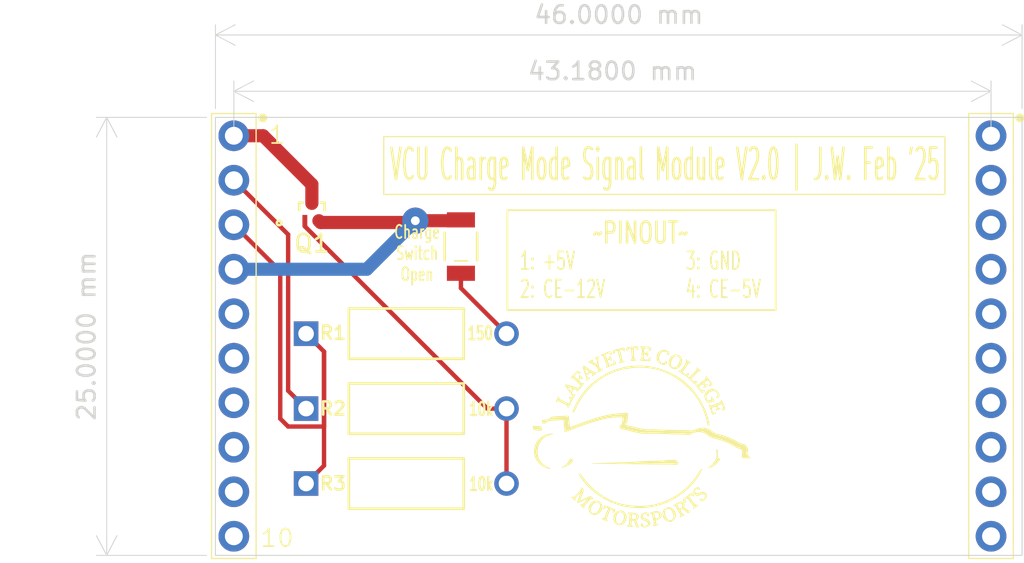
<source format=kicad_pcb>
(kicad_pcb (version 20240108) (generator "pcbnew") (generator_version "8.0")
  (layers (0 "F.Cu" signal) (31 "B.Cu" signal) (34 "B.Paste" user) (35 "F.Paste" user) (36 "B.SilkS" user "B.Silkscreen") (37 "F.SilkS" user "F.Silkscreen") (38 "B.Mask" user) (39 "F.Mask" user) (44 "Edge.Cuts" user))
  (net 0 "")
  (net 7 "Net-(D1-A)")
  (net 8 "Net-(D1-K)")
  (net 9 "Net-(J1-Pad3)")
  (net 10 "Net-(Q1-D)")
  (net 11 "Net-(J1-Pad2)")
  (net 12 "Net-(Q1-G)")
  (footprint "CF14JT10K0:STA_CF14_STP" (layer "F.Cu") (at 26.67 38.1234)
    (property "Reference" "R2")
    (property "Value" "10k")
  )
  (footprint "CF14JT10K0:STA_CF14_STP" (layer "F.Cu") (at 26.67 42.4)
    (property "Reference" "R3")
    (property "Value" "10k")
  )
  (footprint "PH1-10-UA:1X10-2.54MM-THT" (layer "F.Cu") (at 22.55 22.55 -90)
    (property "Reference" "J1" (hide yes))
    (property "Value" "PH1-10-UA")
  )
  (footprint "LED:LED_AP3216SYD_KNB" (layer "F.Cu") (at 35.5 28.876 90)
    (property "Reference" "D1" (hide yes))
    (property "Value" "LED (Test)" (hide yes))
  )
  (footprint "CF14JT10K0:STA_CF14_STP" (layer "F.Cu") (at 26.67 33.8468)
    (property "Reference" "R1")
    (property "Value" "150R")
  )
  (footprint "PMOS:VESM_TOS" (layer "F.Cu") (at 27.00005 26.9047)
    (property "Reference" "Q1")
    (property "Value" "SSM3J56MFV" (hide yes))
  )
  (footprint "PH1-10-UA:1X10-2.54MM-THT" (layer "F.Cu") (at 65.73 22.55 -90)
    (property "Reference" "J1" (hide yes))
    (property "Value" "PH1-10-UA")
  )
  (gr_poly (pts (xy 44.774555 34.646884) (xy 44.767773 34.647544) (xy 44.760531 34.648734) (xy 44.693694 34.66228) (xy 44.627017 34.676646) (xy 44.494024 34.707225) (xy 44.228689 34.771494) (xy 44.222627 34.773128) (xy 44.216751 34.775078) (xy 44.211098 34.77735) (xy 44.205708 34.77995) (xy 44.20062 34.782886) (xy 44.198201 34.784481) (xy 44.195872 34.786162) (xy 44.193638 34.787931) (xy 44.191504 34.789787) (xy 44.189475 34.791732) (xy 44.187555 34.793766) (xy 44.185749 34.795891) (xy 44.184063 34.798106) (xy 44.182501 34.800414) (xy 44.181068 34.802814) (xy 44.179769 34.805307) (xy 44.178608 34.807895) (xy 44.177592 34.810578) (xy 44.176724 34.813357) (xy 44.176009 34.816232) (xy 44.175452 34.819205) (xy 44.175059 34.822277) (xy 44.174834 34.825447) (xy 44.174781 34.828718) (xy 44.174907 34.832089) (xy 44.175215 34.835562) (xy 44.17571 34.839137) (xy 44.177195 34.849316) (xy 44.178427 34.859658) (xy 44.180498 34.880637) (xy 44.182666 34.901687) (xy 44.184018 34.912116) (xy 44.185672 34.922418) (xy 44.187721 34.932543) (xy 44.190256 34.942443) (xy 44.193372 34.952069) (xy 44.197161 34.961373) (xy 44.201714 34.970306) (xy 44.204307 34.974619) (xy 44.207125 34.97882) (xy 44.210182 34.982905) (xy 44.213487 34.986867) (xy 44.217053 34.990699) (xy 44.220892 34.994397) (xy 44.223609 34.996688) (xy 44.226392 34.998678) (xy 44.229229 35.000375) (xy 44.232111 35.001786) (xy 44.235027 35.00292) (xy 44.237966 35.003786) (xy 44.240919 35.004391) (xy 44.243874 35.004744) (xy 44.246822 35.004854) (xy 44.249753 35.004728) (xy 44.252655 35.004374) (xy 44.255519 35.003802) (xy 44.258334 35.003019) (xy 44.26109 35.002033) (xy 44.263776 35.000853) (xy 44.266382 34.999487) (xy 44.268899 34.997944) (xy 44.271314 34.996231) (xy 44.273619 34.994357) (xy 44.275802 34.99233) (xy 44.277854 34.990158) (xy 44.279763 34.98785) (xy 44.281521 34.985415) (xy 44.283115 34.982859) (xy 44.284537 34.980192) (xy 44.285775 34.977421) (xy 44.286819 34.974556) (xy 44.287659 34.971603) (xy 44.288285 34.968573) (xy 44.288686 34.965472) (xy 44.288851 34.962309) (xy 44.288771 34.959093) (xy 44.288041 34.944725) (xy 44.287772 34.93084) (xy 44.288064 34.917506) (xy 44.289016 34.904792) (xy 44.290729 34.892767) (xy 44.293301 34.8815) (xy 44.29494 34.876171) (xy 44.296832 34.871058) (xy 44.298988 34.866169) (xy 44.301422 34.861512) (xy 44.304145 34.857096) (xy 44.30717 34.85293) (xy 44.31051 34.849022) (xy 44.314177 34.84538) (xy 44.318183 34.842014) (xy 44.322541 34.838931) (xy 44.327263 34.836141) (xy 44.332362 34.833652) (xy 44.33785 34.831473) (xy 44.34374 34.829612) (xy 44.350044 34.828077) (xy 44.356775 34.826879) (xy 44.363944 34.826024) (xy 44.371565 34.825522) (xy 44.37965 34.825381) (xy 44.388211 34.825609) (xy 44.396629 34.826272) (xy 44.404354 34.827416) (xy 44.411419 34.829017) (xy 44.417858 34.831052) (xy 44.423704 34.833498) (xy 44.42899 34.836333) (xy 44.433751 34.839532) (xy 44.438019 34.843072) (xy 44.441828 34.846932) (xy 44.445211 34.851087) (xy 44.448202 34.855514) (xy 44.450834 34.860191) (xy 44.45314 34.865093) (xy 44.455154 34.870199) (xy 44.45691 34.875485) (xy 44.45844 34.880927) (xy 44.460958 34.89219) (xy 44.462976 34.903802) (xy 44.466581 34.927335) (xy 44.468701 34.938887) (xy 44.469958 34.944528) (xy 44.471391 34.950048) (xy 44.473033 34.955424) (xy 44.474917 34.960634) (xy 44.477077 34.965653) (xy 44.479546 34.970459) (xy 44.480178 34.971705) (xy 44.480718 34.973019) (xy 44.481178 34.974409) (xy 44.481571 34.975883) (xy 44.48191 34.977451) (xy 44.482207 34.97912) (xy 44.482476 34.9809) (xy 44.482729 34.982799) (xy 44.48384 34.991751) (xy 44.484205 34.994372) (xy 44.484632 34.997163) (xy 44.485132 35.000132) (xy 44.485718 35.003288) (xy 44.51703 35.13266) (xy 44.546256 35.255006) (xy 44.557129 35.302606) (xy 44.561178 35.322261) (xy 44.564196 35.339632) (xy 44.566103 35.355081) (xy 44.566614 35.362196) (xy 44.566818 35.368966) (xy 44.566705 35.375436) (xy 44.566264 35.38165) (xy 44.565485 35.387653) (xy 44.564359 35.39349) (xy 44.562875 35.399207) (xy 44.561023 35.404849) (xy 44.558795 35.41046) (xy 44.556178 35.416085) (xy 44.553165 35.42177) (xy 44.549744 35.42756) (xy 44.54164 35.439634) (xy 44.531786 35.452666) (xy 44.520104 35.467016) (xy 44.490934 35.501116) (xy 44.497786 35.504552) (xy 44.505237 35.507571) (xy 44.513257 35.510177) (xy 44.521815 35.512374) (xy 44.540423 35.51556) (xy 44.560819 35.517164) (xy 44.582757 35.517224) (xy 44.605996 35.515776) (xy 44.63029 35.512854) (xy 44.655397 35.508495) (xy 44.681072 35.502736) (xy 44.707072 35.495612) (xy 44.733153 35.487159) (xy 44.759072 35.477413) (xy 44.784584 35.466411) (xy 44.809447 35.454187) (xy 44.833416 35.440779) (xy 44.856247 35.426223) (xy 44.836566 35.422875) (xy 44.818451 35.418653) (xy 44.801831 35.413597) (xy 44.786635 35.407746) (xy 44.772792 35.401141) (xy 44.760232 35.39382) (xy 44.748883 35.385824) (xy 44.738674 35.377192) (xy 44.729534 35.367964) (xy 44.721392 35.35818) (xy 44.714178 35.34788) (xy 44.70782 35.337103) (xy 44.702247 35.325889) (xy 44.697389 35.314278) (xy 44.693173 35.30231) (xy 44.689531 35.290025) (xy 44.686389 35.277461) (xy 44.683678 35.264659) (xy 44.679262 35.238501) (xy 44.672472 35.185075) (xy 44.668961 35.158445) (xy 44.664616 35.132293) (xy 44.661953 35.119496) (xy 44.658869 35.106938) (xy 44.655292 35.094659) (xy 44.651152 35.082699) (xy 44.646388 35.06955) (xy 44.641944 35.056279) (xy 44.6339 35.029414) (xy 44.626786 35.002196) (xy 44.620369 34.974718) (xy 44.596996 34.864083) (xy 44.595398 34.856415) (xy 44.594097 34.848845) (xy 44.593149 34.841399) (xy 44.59261 34.834099) (xy 44.592538 34.826972) (xy 44.592987 34.820042) (xy 44.593425 34.816658) (xy 44.594014 34.813333) (xy 44.594763 34.810069) (xy 44.595677 34.80687) (xy 44.596763 34.803739) (xy 44.59803 34.800678) (xy 44.599483 34.797691) (xy 44.60113 34.794781) (xy 44.602977 34.791952) (xy 44.605033 34.789205) (xy 44.607303 34.786544) (xy 44.609796 34.783973) (xy 44.612517 34.781494) (xy 44.615474 34.77911) (xy 44.618675 34.776825) (xy 44.622125 34.774642) (xy 44.625833 34.772563) (xy 44.629804 34.770592) (xy 44.634047 34.768732) (xy 44.638568 34.766985) (xy 44.654758 34.761376) (xy 44.662684 34.758949) (xy 44.670482 34.756891) (xy 44.678144 34.75529) (xy 44.685657 34.754233) (xy 44.693013 34.753809) (xy 44.696628 34.753861) (xy 44.7002 34.754105) (xy 44.703727 34.75455) (xy 44.707208 34.755209) (xy 44.710642 34.756091) (xy 44.714027 34.757208) (xy 44.717362 34.758572) (xy 44.720646 34.760192) (xy 44.723878 34.76208) (xy 44.727055 34.764247) (xy 44.730178 34.766704) (xy 44.733244 34.769462) (xy 44.736252 34.772531) (xy 44.739201 34.775923) (xy 44.74209 34.779649) (xy 44.744917 34.78372) (xy 44.747681 34.788147) (xy 44.750381 34.79294) (xy 44.765057 34.822247) (xy 44.769003 34.829542) (xy 44.773195 34.836529) (xy 44.777703 34.84306) (xy 44.780096 34.846109) (xy 44.782594 34.848988) (xy 44.785204 34.85168) (xy 44.787936 34.854166) (xy 44.790797 34.856427) (xy 44.793797 34.858445) (xy 44.796943 34.860201) (xy 44.800245 34.861678) (xy 44.803711 34.862856) (xy 44.807349 34.863718) (xy 44.811167 34.864244) (xy 44.815176 34.864416) (xy 44.819382 34.864216) (xy 44.823794 34.863626) (xy 44.828421 34.862627) (xy 44.833272 34.8612) (xy 44.838355 34.859327) (xy 44.843678 34.856989) (xy 44.847662 34.854941) (xy 44.851236 34.852768) (xy 44.854418 34.850475) (xy 44.857225 34.848071) (xy 44.859673 34.84556) (xy 44.861779 34.842951) (xy 44.86356 34.840248) (xy 44.865034 34.837459) (xy 44.866216 34.83459) (xy 44.867124 34.831647) (xy 44.867776 34.828638) (xy 44.868187 34.825567) (xy 44.868374 34.822443) (xy 44.868355 34.819271) (xy 44.868147 34.816058) (xy 44.867766 34.81281) (xy 44.867229 34.809534) (xy 44.866554 34.806236) (xy 44.864854 34.7996) (xy 44.862802 34.792954) (xy 44.860534 34.786351) (xy 44.855887 34.773476) (xy 44.853779 34.767309) (xy 44.851995 34.76139) (xy 44.849614 34.751781) (xy 44.847452 34.74167) (xy 44.843213 34.720671) (xy 44.840853 34.710144) (xy 44.838142 34.699838) (xy 44.834939 34.689935) (xy 44.831103 34.680615) (xy 44.828902 34.67623) (xy 44.826489 34.672059) (xy 44.823847 34.668124) (xy 44.820958 34.664448) (xy 44.817804 34.661053) (xy 44.814366 34.657962) (xy 44.810628 34.655198) (xy 44.806572 34.652782) (xy 44.80218 34.650738) (xy 44.797434 34.649089) (xy 44.792316 34.647856) (xy 44.786808 34.647063) (xy 44.780894 34.646731)) (fill solid) (layer "F.SilkS"))
  (gr_poly (pts (xy 43.34226 35.136147) (xy 43.333909 35.136688) (xy 43.325569 35.1376) (xy 43.317243 35.13888) (xy 43.308934 35.140525) (xy 43.292382 35.144897) (xy 43.275938 35.15069) (xy 43.25963 35.157881) (xy 43.243482 35.166445) (xy 43.227522 35.176356) (xy 43.211777 35.187591) (xy 43.196271 35.200125) (xy 43.181032 35.213932) (xy 43.166086 35.228989) (xy 43.151459 35.245271) (xy 43.137177 35.262753) (xy 43.158343 35.277048) (xy 43.168122 35.284152) (xy 43.177374 35.291254) (xy 43.186108 35.298374) (xy 43.194332 35.305534) (xy 43.202053 35.312753) (xy 43.209279 35.320053) (xy 43.216018 35.327453) (xy 43.222278 35.334975) (xy 43.228066 35.342638) (xy 43.23339 35.350465) (xy 43.238258 35.358474) (xy 43.242678 35.366686) (xy 43.246657 35.375123) (xy 43.250203 35.383804) (xy 43.253324 35.392751) (xy 43.256029 35.401983) (xy 43.258323 35.411521) (xy 43.260216 35.421387) (xy 43.261715 35.431599) (xy 43.262828 35.442179) (xy 43.263563 35.453148) (xy 43.263927 35.464526) (xy 43.263928 35.476333) (xy 43.263574 35.48859) (xy 43.262873 35.501318) (xy 43.261832 35.514537) (xy 43.258763 35.54253) (xy 43.254429 35.572735) (xy 43.238879 35.56836) (xy 43.22429 35.563882) (xy 43.210483 35.55919) (xy 43.197274 35.554171) (xy 43.184484 35.548712) (xy 43.171929 35.542703) (xy 43.15943 35.536029) (xy 43.146803 35.52858) (xy 43.133869 35.520244) (xy 43.120446 35.510907) (xy 43.106351 35.500458) (xy 43.091405 35.488785) (xy 43.075425 35.475775) (xy 43.05823 35.461316) (xy 43.019469 35.427604) (xy 43.018107 35.423944) (xy 43.017212 35.420438) (xy 43.016754 35.417076) (xy 43.016699 35.413848) (xy 43.017017 35.410742) (xy 43.017677 35.407748) (xy 43.018645 35.404856) (xy 43.019892 35.402056) (xy 43.021386 35.399337) (xy 43.023094 35.396688) (xy 43.024986 35.394099) (xy 43.02703 35.391559) (xy 43.031447 35.386586) (xy 43.036093 35.381685) (xy 43.040716 35.376772) (xy 43.045063 35.371763) (xy 43.047054 35.369197) (xy 43.048882 35.366575) (xy 43.050515 35.363888) (xy 43.051921 35.361124) (xy 43.053069 35.358273) (xy 43.053927 35.355325) (xy 43.054464 35.352269) (xy 43.054648 35.349095) (xy 43.054448 35.345792) (xy 43.053832 35.342349) (xy 43.052769 35.338757) (xy 43.051227 35.335005) (xy 43.047567 35.330588) (xy 43.042954 35.327107) (xy 43.037446 35.324532) (xy 43.031102 35.322833) (xy 43.023978 35.321979) (xy 43.016132 35.321941) (xy 43.007622 35.322687) (xy 42.998505 35.324188) (xy 42.98884 35.326414) (xy 42.978684 35.329333) (xy 42.95713 35.337133) (xy 42.934304 35.347346) (xy 42.910669 35.35973) (xy 42.886685 35.374041) (xy 42.862814 35.390038) (xy 42.839518 35.407479) (xy 42.817259 35.426121) (xy 42.796498 35.445722) (xy 42.786823 35.455807) (xy 42.777696 35.46604) (xy 42.769174 35.476392) (xy 42.761316 35.486832) (xy 42.754178 35.49733) (xy 42.747818 35.507856) (xy 42.766713 35.50834) (xy 42.785159 35.509666) (xy 42.803178 35.511797) (xy 42.82079 35.514695) (xy 42.838017 35.518324) (xy 42.854881 35.522647) (xy 42.871402 35.527628) (xy 42.887603 35.53323) (xy 42.919126 35.546147) (xy 42.949623 35.561105) (xy 42.979263 35.577809) (xy 43.008219 35.595966) (xy 43.036659 35.615281) (xy 43.064756 35.635459) (xy 43.120604 35.677228) (xy 43.177128 35.718918) (xy 43.206071 35.738998) (xy 43.235696 35.758176) (xy 43.261347 35.792297) (xy 43.273727 35.809188) (xy 43.28543 35.826025) (xy 43.296173 35.842854) (xy 43.305671 35.859722) (xy 43.309864 35.868184) (xy 43.31364 35.876673) (xy 43.316962 35.885193) (xy 43.319795 35.893752) (xy 43.322104 35.902355) (xy 43.323852 35.911006) (xy 43.325005 35.919713) (xy 43.325527 35.92848) (xy 43.325382 35.937314) (xy 43.324535 35.946219) (xy 43.322951 35.955202) (xy 43.320593 35.964269) (xy 43.317426 35.973425) (xy 43.313415 35.982675) (xy 43.308524 35.992026) (xy 43.302717 36.001483) (xy 43.29596 36.011052) (xy 43.288216 36.020739) (xy 43.27945 36.030548) (xy 43.269626 36.040487) (xy 43.279189 36.041999) (xy 43.289156 36.042857) (xy 43.299492 36.04308) (xy 43.310163 36.042688) (xy 43.332375 36.040135) (xy 43.355522 36.035353) (xy 43.379332 36.028498) (xy 43.403534 36.019725) (xy 43.427857 36.009189) (xy 43.452031 35.997046) (xy 43.475783 35.983451) (xy 43.498843 35.968561) (xy 43.520939 35.952529) (xy 43.541801 35.935512) (xy 43.561157 35.917665) (xy 43.578737 35.899143) (xy 43.594268 35.880102) (xy 43.60748 35.860698) (xy 43.585203 35.860167) (xy 43.56433 35.858623) (xy 43.544812 35.856102) (xy 43.526601 35.852638) (xy 43.509648 35.848264) (xy 43.493903 35.843015) (xy 43.479317 35.836926) (xy 43.46584 35.83003) (xy 43.453425 35.822362) (xy 43.442021 35.813956) (xy 43.43158 35.804846) (xy 43.422052 35.795068) (xy 43.413388 35.784654) (xy 43.405539 35.773639) (xy 43.398456 35.762058) (xy 43.39209 35.749945) (xy 43.386391 35.737334) (xy 43.381311 35.724259) (xy 43.3768 35.710755) (xy 43.37281 35.696855) (xy 43.366192 35.668009) (xy 43.361066 35.637993) (xy 43.357037 35.607082) (xy 43.353712 35.575551) (xy 43.347604 35.511724) (xy 43.335669 35.416081) (xy 43.332983 35.392313) (xy 43.330878 35.368639) (xy 43.329583 35.345074) (xy 43.329329 35.321637) (xy 43.330346 35.298345) (xy 43.332864 35.275217) (xy 43.337114 35.252269) (xy 43.339961 35.240869) (xy 43.343327 35.22952) (xy 43.347241 35.218225) (xy 43.351732 35.206987) (xy 43.356829 35.195806) (xy 43.36256 35.184687) (xy 43.368955 35.17363) (xy 43.376042 35.162639) (xy 43.383849 35.151714) (xy 43.392406 35.140859) (xy 43.38406 35.139111) (xy 43.375705 35.137751) (xy 43.367344 35.136778) (xy 43.358981 35.136189) (xy 43.350618 35.135979)) (fill solid) (layer "F.SilkS"))
  (gr_poly (pts (xy 49.815465 36.997905) (xy 49.796418 36.999172) (xy 49.777541 37.001234) (xy 49.758857 37.004074) (xy 49.740385 37.007678) (xy 49.722146 37.012029) (xy 49.686449 37.022907) (xy 49.651933 37.036582) (xy 49.618762 37.052927) (xy 49.587102 37.071812) (xy 49.557118 37.093112) (xy 49.528974 37.116698) (xy 49.502837 37.142442) (xy 49.478872 37.170218) (xy 49.457243 37.199897) (xy 49.438117 37.231352) (xy 49.429544 37.247705) (xy 49.421658 37.264455) (xy 49.41448 37.281584) (xy 49.408031 37.299078) (xy 49.402332 37.31692) (xy 49.397403 37.335095) (xy 49.394157 37.350098) (xy 49.391734 37.36548) (xy 49.390112 37.381196) (xy 49.389272 37.397207) (xy 49.38986 37.429942) (xy 49.393342 37.463352) (xy 49.399559 37.4971) (xy 49.408353 37.530853) (xy 49.419569 37.564276) (xy 49.433048 37.597035) (xy 49.448634 37.628795) (xy 49.466168 37.659221) (xy 49.485494 37.687979) (xy 49.506454 37.714735) (xy 49.528891 37.739154) (xy 49.552647 37.760901) (xy 49.564971 37.770668) (xy 49.577565 37.779642) (xy 49.590411 37.78778) (xy 49.603488 37.795042) (xy 49.607853 37.797194) (xy 49.612155 37.799116) (xy 49.616398 37.800813) (xy 49.620585 37.802292) (xy 49.624717 37.803558) (xy 49.628797 37.804619) (xy 49.632829 37.80548) (xy 49.636814 37.806147) (xy 49.640755 37.806627) (xy 49.644654 37.806926) (xy 49.648516 37.80705) (xy 49.65234 37.807005) (xy 49.659892 37.806434) (xy 49.667329 37.805263) (xy 49.674673 37.803542) (xy 49.681945 37.80132) (xy 49.689164 37.798646) (xy 49.696352 37.795572) (xy 49.703528 37.792145) (xy 49.710714 37.788417) (xy 49.725197 37.780252) (xy 49.751236 37.764581) (xy 49.764349 37.756723) (xy 49.777637 37.749113) (xy 49.791182 37.741946) (xy 49.805069 37.735418) (xy 49.819381 37.729725) (xy 49.826722 37.727253) (xy 49.834201 37.725063) (xy 49.841828 37.723179) (xy 49.849614 37.721627) (xy 49.857568 37.720431) (xy 49.865702 37.719615) (xy 49.874026 37.719203) (xy 49.88255 37.719221) (xy 49.891284 37.719692) (xy 49.90024 37.720642) (xy 49.909427 37.722094) (xy 49.918857 37.724073) (xy 49.928539 37.726604) (xy 49.938484 37.729711) (xy 49.948703 37.733418) (xy 49.959205 37.737751) (xy 49.970002 37.742733) (xy 49.981103 37.74839) (xy 49.961951 37.699518) (xy 49.943121 37.653693) (xy 49.93349 37.631812) (xy 49.923536 37.610559) (xy 49.913124 37.58989) (xy 49.902118 37.569759) (xy 49.890385 37.550123) (xy 49.87779 37.530937) (xy 49.864198 37.512155) (xy 49.849475 37.493734) (xy 49.833485 37.475629) (xy 49.816094 37.457795) (xy 49.797168 37.440187) (xy 49.776571 37.422762) (xy 49.779318 37.46167) (xy 49.780199 37.479747) (xy 49.780568 37.496936) (xy 49.780287 37.513259) (xy 49.779219 37.528738) (xy 49.777225 37.543397) (xy 49.774168 37.557258) (xy 49.772197 37.563895) (xy 49.76991 37.570342) (xy 49.767287 37.576601) (xy 49.764313 37.582673) (xy 49.760969 37.588564) (xy 49.75724 37.594274) (xy 49.753106 37.599807) (xy 49.748552 37.605166) (xy 49.74356 37.610353) (xy 49.738112 37.615372) (xy 49.732192 37.620224) (xy 49.725783 37.624914) (xy 49.718866 37.629443) (xy 49.711426 37.633815) (xy 49.703443 37.638032) (xy 49.694903 37.642098) (xy 49.679823 37.648527) (xy 49.665659 37.653741) (xy 49.652357 37.657732) (xy 49.646011 37.659266) (xy 49.63986 37.660492) (xy 49.633897 37.661408) (xy 49.628115 37.662014) (xy 49.622507 37.662308) (xy 49.617066 37.66229) (xy 49.611785 37.661957) (xy 49.606658 37.661311) (xy 49.601677 37.660349) (xy 49.596837 37.65907) (xy 49.592128 37.657474) (xy 49.587546 37.655559) (xy 49.583083 37.653325) (xy 49.578732 37.65077) (xy 49.574487 37.647894) (xy 49.57034 37.644696) (xy 49.566285 37.641174) (xy 49.562314 37.637328) (xy 49.558421 37.633156) (xy 49.554599 37.628658) (xy 49.547141 37.618679) (xy 49.539884 37.607383) (xy 49.532774 37.594761) (xy 49.526155 37.581749) (xy 49.520103 37.568657) (xy 49.514655 37.555472) (xy 49.509847 37.542179) (xy 49.505716 37.528765) (xy 49.502298 37.515217) (xy 49.499629 37.50152) (xy 49.497746 37.487661) (xy 49.496685 37.473626) (xy 49.496483 37.459402) (xy 49.497176 37.444974) (xy 49.498801 37.43033) (xy 49.501393 37.415454) (xy 49.50499 37.400335) (xy 49.509627 37.384957) (xy 49.515342 37.369308) (xy 49.52214 37.35647) (xy 49.529214 37.344085) (xy 49.536559 37.332142) (xy 49.544168 37.320633) (xy 49.552036 37.309549) (xy 49.560156 37.29888) (xy 49.568522 37.288618) (xy 49.577127 37.278753) (xy 49.585967 37.269276) (xy 49.595034 37.260177) (xy 49.604323 37.251448) (xy 49.613827 37.24308) (xy 49.633458 37.227388) (xy 49.653877 37.213028) (xy 49.675036 37.199927) (xy 49.696885 37.188011) (xy 49.719375 37.177207) (xy 49.742458 37.167441) (xy 49.766085 37.158641) (xy 49.790207 37.150733) (xy 49.814774 37.143644) (xy 49.839738 37.1373) (xy 49.86033 37.133113) (xy 49.880473 37.130471) (xy 49.900148 37.129361) (xy 49.919339 37.12977) (xy 49.938028 37.131687) (xy 49.956199 37.135099) (xy 49.973834 37.139994) (xy 49.990916 37.14636) (xy 50.007428 37.154186) (xy 50.023354 37.163458) (xy 50.038674 37.174164) (xy 50.053374 37.186293) (xy 50.067434 37.199832) (xy 50.080839 37.214769) (xy 50.093572 37.231092) (xy 50.105614 37.248789) (xy 50.112616 37.260028) (xy 50.11924 37.271272) (xy 50.125346 37.282512) (xy 50.130797 37.293741) (xy 50.135453 37.304949) (xy 50.139177 37.316128) (xy 50.140645 37.321704) (xy 50.141829 37.32727) (xy 50.14271 37.332823) (xy 50.143271 37.338365) (xy 50.143495 37.343892) (xy 50.143364 37.349405) (xy 50.142862 37.354902) (xy 50.141971 37.360382) (xy 50.140673 37.365844) (xy 50.138951 37.371287) (xy 50.136789 37.37671) (xy 50.134168 37.382112) (xy 50.131072 37.387492) (xy 50.127482 37.392848) (xy 50.123382 37.39818) (xy 50.118755 37.403486) (xy 50.113582 37.408766) (xy 50.107848 37.414018) (xy 50.101534 37.419241) (xy 50.094622 37.424435) (xy 50.089756 37.428087) (xy 50.085085 37.43194) (xy 50.080667 37.435993) (xy 50.078571 37.438093) (xy 50.07656 37.440243) (xy 50.07464 37.442441) (xy 50.07282 37.444687) (xy 50.071105 37.446982) (xy 50.069503 37.449325) (xy 50.068022 37.451714) (xy 50.066668 37.454152) (xy 50.065448 37.456636) (xy 50.064371 37.459166) (xy 50.063441 37.461743) (xy 50.062668 37.464366) (xy 50.062058 37.467035) (xy 50.061617 37.469749) (xy 50.061354 37.472508) (xy 50.061275 37.475312) (xy 50.061388 37.47816) (xy 50.061699 37.481053) (xy 50.062216 37.48399) (xy 50.062945 37.48697) (xy 50.063895 37.489994) (xy 50.065071 37.49306) (xy 50.066482 37.49617) (xy 50.068134 37.499321) (xy 50.070034 37.502515) (xy 50.07219 37.505751) (xy 50.074518 37.508901) (xy 50.076872 37.511764) (xy 50.079251 37.51435) (xy 50.081656 37.516668) (xy 50.084085 37.518727) (xy 50.086538 37.520538) (xy 50.089013 37.522109) (xy 50.09151 37.523451) (xy 50.094029 37.524573) (xy 50.096569 37.525485) (xy 50.099128 37.526196) (xy 50.101707 37.526715) (xy 50.104305 37.527053) (xy 50.10692 37.527219) (xy 50.109552 37.527222) (xy 50.112201 37.527072) (xy 50.114866 37.526779) (xy 50.117546 37.526352) (xy 50.120239 37.525801) (xy 50.122947 37.525135) (xy 50.1284 37.523497) (xy 50.133898 37.521517) (xy 50.139437 37.519269) (xy 50.14501 37.51683) (xy 50.156237 37.511689) (xy 50.170366 37.504855) (xy 50.18348 37.497722) (xy 50.195548 37.490231) (xy 50.201178 37.486334) (xy 50.206534 37.482326) (xy 50.211611 37.4782) (xy 50.216406 37.473949) (xy 50.220913 37.469566) (xy 50.225129 37.465044) (xy 50.22905 37.460375) (xy 50.232671 37.455553) (xy 50.235989 37.45057) (xy 50.238998 37.44542) (xy 50.241695 37.440094) (xy 50.244075 37.434587) (xy 50.246135 37.42889) (xy 50.24787 37.422997) (xy 50.249276 37.4169) (xy 50.250349 37.410593) (xy 50.251085 37.404068) (xy 50.251478 37.397318) (xy 50.251526 37.390336) (xy 50.251224 37.383115) (xy 50.250568 37.375648) (xy 50.249553 37.367927) (xy 50.248176 37.359946) (xy 50.246431 37.351697) (xy 50.244316 37.343174) (xy 50.241825 37.334368) (xy 50.2292 37.296525) (xy 50.214569 37.260541) (xy 50.197997 37.226499) (xy 50.179546 37.19448) (xy 50.159279 37.164563) (xy 50.148485 37.150419) (xy 50.137261 37.136831) (xy 50.125615 37.123809) (xy 50.113555 37.111364) (xy 50.101088 37.099505) (xy 50.088223 37.088243) (xy 50.074968 37.077587) (xy 50.06133 37.067548) (xy 50.047317 37.058137) (xy 50.032938 37.049362) (xy 50.018199 37.041235) (xy 50.00311 37.033765) (xy 49.987678 37.026963) (xy 49.971911 37.020838) (xy 49.955817 37.015401) (xy 49.939404 37.010662) (xy 49.922679 37.006631) (xy 49.905651 37.003318) (xy 49.888327 37.000733) (xy 49.870716 36.998886) (xy 49.852825 36.997788) (xy 49.834663 36.997449)) (fill solid) (layer "F.SilkS"))
  (gr_poly (pts (xy 45.047869 44.056364) (xy 45.046613 44.056577) (xy 45.045378 44.056897) (xy 45.044168 44.057322) (xy 45.042984 44.05785) (xy 45.04183 44.058482) (xy 45.040707 44.059215) (xy 45.039618 44.060048) (xy 45.038565 44.060979) (xy 45.037551 44.062008) (xy 45.036578 44.063132) (xy 45.035648 44.064351) (xy 45.034764 44.065663) (xy 45.033927 44.067067) (xy 45.033142 44.068561) (xy 45.032409 44.070144) (xy 45.031731 44.071816) (xy 45.031111 44.073573) (xy 45.030551 44.075415) (xy 45.030052 44.077342) (xy 45.029619 44.07935) (xy 45.029253 44.081439) (xy 45.028955 44.083608) (xy 45.02873 44.085855) (xy 45.028579 44.088179) (xy 45.028504 44.090579) (xy 45.028508 44.093052) (xy 45.028593 44.095599) (xy 45.028761 44.098217) (xy 45.029016 44.100904) (xy 45.029358 44.103661) (xy 45.04019 44.107064) (xy 45.050191 44.110803) (xy 45.059391 44.114866) (xy 45.067819 44.119244) (xy 45.075503 44.123925) (xy 45.082472 44.1289) (xy 45.088755 44.134159) (xy 45.094381 44.13969) (xy 45.099378 44.145482) (xy 45.103775 44.151527) (xy 45.107601 44.157812) (xy 45.110885 44.164329) (xy 45.113655 44.171065) (xy 45.115941 44.178011) (xy 45.117771 44.185156) (xy 45.119173 44.19249) (xy 45.120177 44.200003) (xy 45.120812 44.207683) (xy 45.121105 44.21552) (xy 45.121087 44.223504) (xy 45.120228 44.239871) (xy 45.118467 44.2567) (xy 45.116032 44.273906) (xy 45.113155 44.291407) (xy 45.106993 44.326954) (xy 45.104033 44.346698) (xy 45.101688 44.366492) (xy 45.099873 44.386332) (xy 45.098504 44.406213) (xy 45.096766 44.446083) (xy 45.095799 44.486066) (xy 45.094927 44.526124) (xy 45.093475 44.566222) (xy 45.090767 44.606323) (xy 45.088732 44.626364) (xy 45.086129 44.646392) (xy 45.081722 44.675593) (xy 45.079292 44.689584) (xy 45.07655 44.703089) (xy 45.073371 44.716047) (xy 45.069635 44.728397) (xy 45.065219 44.740079) (xy 45.06 44.751033) (xy 45.057052 44.756217) (xy 45.053857 44.761197) (xy 45.050401 44.765965) (xy 45.046667 44.770512) (xy 45.042642 44.774832) (xy 45.038309 44.778917) (xy 45.033653 44.782759) (xy 45.028659 44.786351) (xy 45.023311 44.789685) (xy 45.017595 44.792753) (xy 45.011496 44.795549) (xy 45.004997 44.798065) (xy 44.998083 44.800292) (xy 44.99074 44.802224) (xy 44.982952 44.803852) (xy 44.974703 44.80517) (xy 44.97437 44.810062) (xy 44.974261 44.814665) (xy 44.974368 44.818988) (xy 44.974687 44.823043) (xy 44.975212 44.826838) (xy 44.975936 44.830385) (xy 44.976854 44.833693) (xy 44.97796 44.836773) (xy 44.979248 44.839634) (xy 44.980712 44.842288) (xy 44.982345 44.844745) (xy 44.984143 44.847014) (xy 44.986099 44.849105) (xy 44.988207 44.85103) (xy 44.990461 44.852798) (xy 44.992855 44.854419) (xy 44.995384 44.855904) (xy 44.998042 44.857263) (xy 45.000822 44.858506) (xy 45.003719 44.859644) (xy 45.006726 44.860686) (xy 45.009838 44.861642) (xy 45.016353 44.86334) (xy 45.023215 44.86482) (xy 45.030378 44.866163) (xy 45.045416 44.868766) (xy 45.063219 44.867384) (xy 45.080944 44.866938) (xy 45.098636 44.867225) (xy 45.116342 44.868042) (xy 45.188254 44.872569) (xy 45.206738 44.873004) (xy 45.225517 44.872755) (xy 45.24464 44.871621) (xy 45.264152 44.869399) (xy 45.284101 44.865886) (xy 45.304533 44.860881) (xy 45.314946 44.857756) (xy 45.325496 44.854181) (xy 45.336192 44.850132) (xy 45.347037 44.845584) (xy 45.33412 44.841027) (xy 45.322034 44.836253) (xy 45.310753 44.831268) (xy 45.300257 44.826076) (xy 45.290521 44.820684) (xy 45.281522 44.815096) (xy 45.273237 44.809319) (xy 45.265643 44.803358) (xy 45.258718 44.797219) (xy 45.252437 44.790906) (xy 45.246777 44.784425) (xy 45.241716 44.777783) (xy 45.237231 44.770983) (xy 45.233298 44.764033) (xy 45.229894 44.756936) (xy 45.226995 44.7497) (xy 45.22458 44.742329) (xy 45.222625 44.734828) (xy 45.221106 44.727204) (xy 45.22 44.719462) (xy 45.219285 44.711606) (xy 45.218937 44.703644) (xy 45.218933 44.69558) (xy 45.21925 44.687419) (xy 45.220754 44.670832) (xy 45.223264 44.653925) (xy 45.226596 44.636742) (xy 45.230563 44.619329) (xy 45.232012 44.611774) (xy 45.232929 44.603871) (xy 45.233483 44.59573) (xy 45.233844 44.587462) (xy 45.234663 44.570988) (xy 45.23546 44.563003) (xy 45.23674 44.555335) (xy 45.237615 44.551654) (xy 45.238674 44.548093) (xy 45.239938 44.544667) (xy 45.24143 44.541388) (xy 45.243169 44.538272) (xy 45.245177 44.535332) (xy 45.247476 44.532582) (xy 45.250086 44.530035) (xy 45.253029 44.527705) (xy 45.256325 44.525607) (xy 45.259996 44.523754) (xy 45.264064 44.52216) (xy 45.268548 44.520839) (xy 45.273471 44.519804) (xy 45.278853 44.51907) (xy 45.284716 44.51865) (xy 45.294871 44.51856) (xy 45.30486 44.519154) (xy 45.314645 44.520428) (xy 45.324185 44.522382) (xy 45.333442 44.525014) (xy 45.342375 44.528321) (xy 45.350946 44.532301) (xy 45.359114 44.536953) (xy 45.36684 44.542275) (xy 45.370525 44.545186) (xy 45.374085 44.548264) (xy 45.377514 44.551509) (xy 45.380809 44.55492) (xy 45.383963 44.558497) (xy 45.386972 44.562239) (xy 45.389831 44.566148) (xy 45.392536 44.570221) (xy 45.39508 44.57446) (xy 45.39746 44.578863) (xy 45.39967 44.583431) (xy 45.401705 44.588163) (xy 45.403561 44.593059) (xy 45.405232 44.598119) (xy 45.45695 44.816623) (xy 45.46008 44.82623) (xy 45.463524 44.835353) (xy 45.467278 44.84399) (xy 45.471337 44.852138) (xy 45.475695 44.859794) (xy 45.480349 44.866957) (xy 45.485293 44.873623) (xy 45.490523 44.879789) (xy 45.496033 44.885454) (xy 45.50182 44.890615) (xy 45.507879 44.895268) (xy 45.514204 44.899413) (xy 45.520791 44.903045) (xy 45.527635 44.906162) (xy 45.534732 44.908763) (xy 45.542076 44.910843) (xy 45.549664 44.912401) (xy 45.557489 44.913434) (xy 45.565548 44.91394) (xy 45.573835 44.913915) (xy 45.582347 44.913358) (xy 45.591077 44.912266) (xy 45.600022 44.910636) (xy 45.609177 44.908465) (xy 45.618536 44.905752) (xy 45.628095 44.902493) (xy 45.63785 44.898685) (xy 45.647796 44.894327) (xy 45.657927 44.889416) (xy 45.668239 44.883949) (xy 45.678728 44.877924) (xy 45.689388 44.871337) (xy 45.675105 44.864243) (xy 45.662078 44.856524) (xy 45.650232 44.848216) (xy 45.639492 44.839356) (xy 45.629785 44.829978) (xy 45.621036 44.820118) (xy 45.61317 44.809812) (xy 45.606114 44.799097) (xy 45.599794 44.788006) (xy 45.594134 44.776578) (xy 45.589061 44.764846) (xy 45.5845 44.752846) (xy 45.576618 44.728189) (xy 45.569894 44.702892) (xy 45.557541 44.651519) (xy 45.550723 44.626015) (xy 45.542685 44.601015) (xy 45.538023 44.588793) (xy 45.532833 44.576803) (xy 45.527041 44.565083) (xy 45.520573 44.553666) (xy 45.513353 44.54259) (xy 45.505309 44.53189) (xy 45.496365 44.521601) (xy 45.486447 44.511759) (xy 45.498685 44.502235) (xy 45.510504 44.493218) (xy 45.532929 44.476202) (xy 45.543558 44.467956) (xy 45.553812 44.459719) (xy 45.563704 44.451367) (xy 45.573245 44.442775) (xy 45.582409 44.43375) (xy 45.590931 44.424416) (xy 45.598812 44.414798) (xy 45.606052 44.404924) (xy 45.612649 44.394818) (xy 45.618605 44.384507) (xy 45.623918 44.374016) (xy 45.628589 44.363372) (xy 45.632618 44.352601) (xy 45.636004 44.341728) (xy 45.638747 44.33078) (xy 45.640847 44.319782) (xy 45.642303 44.30876) (xy 45.642833 44.301581) (xy 45.502501 44.301581) (xy 45.50224 44.307807) (xy 45.501687 44.31392) (xy 45.500848 44.319918) (xy 45.499725 44.3258) (xy 45.498322 44.331564) (xy 45.496643 44.337206) (xy 45.494691 44.342726) (xy 45.492468 44.348121) (xy 45.48998 44.353389) (xy 45.487229 44.358529) (xy 45.484219 44.363538) (xy 45.480953 44.368414) (xy 45.477435 44.373155) (xy 45.473669 44.37776) (xy 45.469657 44.382225) (xy 45.465403 44.386551) (xy 45.456185 44.394771) (xy 45.446041 44.402403) (xy 45.435 44.409433) (xy 45.423089 44.415844) (xy 45.412978 44.420572) (xy 45.402337 44.425002) (xy 45.391278 44.429043) (xy 45.379914 44.432604) (xy 45.368358 44.435592) (xy 45.356722 44.437916) (xy 45.34512 44.439486) (xy 45.333664 44.440209) (xy 45.322467 44.439994) (xy 45.317001 44.439507) (xy 45.311641 44.438751) (xy 45.306403 44.437714) (xy 45.3013 44.436386) (xy 45.296346 44.434755) (xy 45.291556 44.43281) (xy 45.286943 44.430538) (xy 45.282522 44.42793) (xy 45.278306 44.424972) (xy 45.27431 44.421655) (xy 45.270548 44.417966) (xy 45.267034 44.413894) (xy 45.263781 44.409428) (xy 45.260805 44.404555) (xy 45.257668 44.398587) (xy 45.254833 44.392486) (xy 45.252291 44.38626) (xy 45.250036 44.379917) (xy 45.246348 44.366912) (xy 45.243704 44.353535) (xy 45.242039 44.339851) (xy 45.241287 44.325923) (xy 45.241382 44.311816) (xy 45.242259 44.297593) (xy 45.243853 44.283319) (xy 45.246097 44.269059) (xy 45.248927 44.254875) (xy 45.252277 44.240832) (xy 45.256081 44.226995) (xy 45.260274 44.213427) (xy 45.26479 44.200193) (xy 45.269563 44.187356) (xy 45.271796 44.182167) (xy 45.274275 44.177475) (xy 45.276993 44.17326) (xy 45.279942 44.169505) (xy 45.283114 44.166189) (xy 45.2865 44.163293) (xy 45.290093 44.160799) (xy 45.293884 44.158686) (xy 45.297866 44.156937) (xy 45.30203 44.155531) (xy 45.306368 44.15445) (xy 45.310872 44.153673) (xy 45.315534 44.153183) (xy 45.320347 44.15296) (xy 45.325301 44.152985) (xy 45.330389 44.153238) (xy 45.340933 44.154354) (xy 45.351916 44.156153) (xy 45.363273 44.158483) (xy 45.374938 44.16119) (xy 45.398936 44.167122) (xy 45.411139 44.170039) (xy 45.423393 44.17272) (xy 45.429818 44.175537) (xy 45.435979 44.178621) (xy 45.441874 44.181969) (xy 45.447503 44.185577) (xy 45.452863 44.189442) (xy 45.457953 44.193561) (xy 45.462773 44.19793) (xy 45.467319 44.202546) (xy 45.471592 44.207406) (xy 45.47559 44.212506) (xy 45.479311 44.217842) (xy 45.482754 44.223412) (xy 45.485918 44.229211) (xy 45.488801 44.235238) (xy 45.491401 44.241487) (xy 45.493718 44.247956) (xy 45.495906 44.255012) (xy 45.497776 44.26197) (xy 45.49933 44.26883) (xy 45.500573 44.27559) (xy 45.501508 44.282247) (xy 45.502139 44.288799) (xy 45.502469 44.295244) (xy 45.502501 44.301581) (xy 45.642833 44.301581) (xy 45.643116 44.297741) (xy 45.643286 44.28675) (xy 45.642812 44.275813) (xy 45.641694 44.264957) (xy 45.639932 44.254207) (xy 45.637526 44.243589) (xy 45.634475 44.233129) (xy 45.630779 44.222853) (xy 45.626439 44.212787) (xy 45.621454 44.202957) (xy 45.615823 44.193389) (xy 45.609547 44.184108) (xy 45.602626 44.175142) (xy 45.595059 44.166515) (xy 45.586847 44.158254) (xy 45.577988 44.150385) (xy 45.568483 44.142934) (xy 45.558331 44.135926) (xy 45.547533 44.129388) (xy 45.518418 44.114285) (xy 45.488854 44.101534) (xy 45.458883 44.09093) (xy 45.428543 44.082271) (xy 45.397876 44.075354) (xy 45.366921 44.069977) (xy 45.335719 44.065936) (xy 45.304311 44.063029) (xy 45.272737 44.061054) (xy 45.241036 44.059806) (xy 45.177417 44.058686) (xy 45.113778 44.058046) (xy 45.05044 44.056264) (xy 45.049146 44.056259)) (fill solid) (layer "F.SilkS"))
  (gr_poly (pts (xy 45.462592 34.57061) (xy 45.430537 34.573366) (xy 45.417286 34.574972) (xy 45.403934 34.576851) (xy 45.376384 34.58122) (xy 45.346792 34.58605) (xy 45.33089 34.588506) (xy 45.314069 34.590918) (xy 45.276378 34.592166) (xy 45.239573 34.592739) (xy 45.168178 34.593827) (xy 45.133369 34.595322) (xy 45.116139 34.596521) (xy 45.099006 34.598104) (xy 45.081956 34.600132) (xy 45.064977 34.602665) (xy 45.048054 34.605765) (xy 45.031174 34.609494) (xy 45.023239 34.611708) (xy 45.015527 34.614457) (xy 45.00805 34.617715) (xy 45.00082 34.621455) (xy 44.993849 34.625652) (xy 44.98715 34.630279) (xy 44.980733 34.635311) (xy 44.97461 34.64072) (xy 44.968795 34.646481) (xy 44.963298 34.652568) (xy 44.958131 34.658955) (xy 44.953307 34.665615) (xy 44.948837 34.672523) (xy 44.944734 34.679651) (xy 44.941008 34.686975) (xy 44.937673 34.694468) (xy 44.934739 34.702103) (xy 44.932219 34.709855) (xy 44.930125 34.717698) (xy 44.928469 34.725605) (xy 44.927262 34.733551) (xy 44.926516 34.741508) (xy 44.926244 34.749451) (xy 44.926457 34.757355) (xy 44.927168 34.765192) (xy 44.928387 34.772936) (xy 44.930128 34.780562) (xy 44.932401 34.788043) (xy 44.935219 34.795353) (xy 44.938594 34.802467) (xy 44.942537 34.809357) (xy 44.947061 34.815998) (xy 44.948675 34.818025) (xy 44.95048 34.820013) (xy 44.952457 34.82195) (xy 44.954588 34.823825) (xy 44.956854 34.825626) (xy 44.959237 34.827341) (xy 44.961718 34.828958) (xy 44.964278 34.830464) (xy 44.966899 34.831849) (xy 44.969562 34.8331) (xy 44.972248 34.834206) (xy 44.974939 34.835154) (xy 44.977616 34.835932) (xy 44.980261 34.83653) (xy 44.982854 34.836934) (xy 44.984126 34.83706) (xy 44.985378 34.837133) (xy 44.988466 34.837175) (xy 44.991467 34.837071) (xy 44.994381 34.836825) (xy 44.997207 34.83644) (xy 44.999944 34.835919) (xy 45.002592 34.835268) (xy 45.005151 34.83449) (xy 45.00762 34.833588) (xy 45.009998 34.832566) (xy 45.012285 34.831429) (xy 45.01448 34.830179) (xy 45.016583 34.828821) (xy 45.018593 34.827359) (xy 45.02051 34.825797) (xy 45.022334 34.824137) (xy 45.024063 34.822385) (xy 45.025697 34.820543) (xy 45.027236 34.818616) (xy 45.028679 34.816608) (xy 45.030026 34.814522) (xy 45.031275 34.812362) (xy 45.032428 34.810132) (xy 45.033482 34.807836) (xy 45.034438 34.805477) (xy 45.035294 34.80306) (xy 45.036051 34.800587) (xy 45.036708 34.798064) (xy 45.037265 34.795494) (xy 45.03772 34.79288) (xy 45.038073 34.790227) (xy 45.038324 34.787538) (xy 45.038473 34.784817) (xy 45.038829 34.778241) (xy 45.039421 34.771904) (xy 45.040244 34.765804) (xy 45.041293 34.759942) (xy 45.042565 34.754315) (xy 45.044056 34.748921) (xy 45.04576 34.74376) (xy 45.047675 34.73883) (xy 45.049796 34.73413) (xy 45.052118 34.729658) (xy 45.054638 34.725412) (xy 45.057351 34.721392) (xy 45.060253 34.717596) (xy 45.063339 34.714022) (xy 45.066607 34.710669) (xy 45.07005 34.707537) (xy 45.073666 34.704622) (xy 45.07745 34.701924) (xy 45.081398 34.699442) (xy 45.085506 34.697174) (xy 45.089769 34.695118) (xy 45.094183 34.693274) (xy 45.098744 34.691639) (xy 45.103448 34.690213) (xy 45.108291 34.688994) (xy 45.113268 34.687981) (xy 45.118375 34.687172) (xy 45.123609 34.686565) (xy 45.128964 34.68616) (xy 45.134437 34.685955) (xy 45.145719 34.686139) (xy 45.152419 34.686684) (xy 45.158632 34.687609) (xy 45.164377 34.688897) (xy 45.169673 34.69053) (xy 45.17454 34.692491) (xy 45.178996 34.694762) (xy 45.183061 34.697326) (xy 45.186753 34.700166) (xy 45.190093 34.703265) (xy 45.193099 34.706604) (xy 45.195791 34.710167) (xy 45.198187 34.713936) (xy 45.200306 34.717894) (xy 45.202169 34.722023) (xy 45.203794 34.726306) (xy 45.205201 34.730726) (xy 45.206407 34.735265) (xy 45.207434 34.739906) (xy 45.208299 34.744631) (xy 45.209023 34.749423) (xy 45.210121 34.75914) (xy 45.210881 34.768916) (xy 45.212003 34.78809) (xy 45.212672 34.797211) (xy 45.213617 34.805834) (xy 45.219013 34.848392) (xy 45.223686 34.891059) (xy 45.227724 34.933816) (xy 45.231213 34.976643) (xy 45.236891 35.062426) (xy 45.241414 35.148247) (xy 45.245516 35.214742) (xy 45.245771 35.231136) (xy 45.245211 35.247197) (xy 45.243585 35.262805) (xy 45.242292 35.270401) (xy 45.240638 35.277839) (xy 45.23859 35.285103) (xy 45.236118 35.292178) (xy 45.233189 35.29905) (xy 45.229772 35.305703) (xy 45.225835 35.312122) (xy 45.221346 35.318293) (xy 45.216274 35.324199) (xy 45.210588 35.329826) (xy 45.204255 35.33516) (xy 45.197245 35.340184) (xy 45.189525 35.344884) (xy 45.181063 35.349245) (xy 45.171829 35.353251) (xy 45.161791 35.356888) (xy 45.150916 35.360141) (xy 45.139174 35.362994) (xy 45.145825 35.368525) (xy 45.153267 35.373647) (xy 45.16145 35.378363) (xy 45.170326 35.38268) (xy 45.179846 35.3866) (xy 45.189961 35.390128) (xy 45.211779 35.396027) (xy 45.235387 35.400413) (xy 45.260395 35.403321) (xy 45.286411 35.404786) (xy 45.313041 35.404845) (xy 45.339896 35.403532) (xy 45.366582 35.400883) (xy 45.392708 35.396934) (xy 45.417882 35.39172) (xy 45.441713 35.385277) (xy 45.463808 35.377639) (xy 45.483775 35.368844) (xy 45.492838 35.364023) (xy 45.501223 35.358925) (xy 45.482261 35.34239) (xy 45.465025 35.325451) (xy 45.449435 35.308127) (xy 45.435412 35.290437) (xy 45.422876 35.272399) (xy 45.411748 35.254034) (xy 45.401949 35.235358) (xy 45.393399 35.216393) (xy 45.386019 35.197155) (xy 45.379729 35.177665) (xy 45.374451 35.15794) (xy 45.370104 35.138001) (xy 45.363889 35.097553) (xy 45.360448 35.056471) (xy 45.359146 35.014907) (xy 45.35935 34.973011) (xy 45.36173 34.88883) (xy 45.362638 34.846846) (xy 45.362509 34.805135) (xy 45.360711 34.763848) (xy 45.356607 34.723137) (xy 45.356211 34.719148) (xy 45.356124 34.715373) (xy 45.356332 34.711804) (xy 45.356824 34.708432) (xy 45.357585 34.705251) (xy 45.358605 34.702253) (xy 45.359869 34.699431) (xy 45.361365 34.696777) (xy 45.363081 34.694283) (xy 45.365003 34.691942) (xy 45.367119 34.689747) (xy 45.369416 34.68769) (xy 45.371881 34.685764) (xy 45.374501 34.683961) (xy 45.377264 34.682273) (xy 45.380157 34.680694) (xy 45.383167 34.679215) (xy 45.386282 34.67783) (xy 45.389488 34.67653) (xy 45.392772 34.675309) (xy 45.399527 34.67307) (xy 45.406444 34.671055) (xy 45.433685 34.664026) (xy 45.4377 34.662999) (xy 45.441585 34.662155) (xy 45.445341 34.661492) (xy 45.448974 34.661009) (xy 45.452484 34.660703) (xy 45.455876 34.660572) (xy 45.459152 34.660615) (xy 45.462315 34.660829) (xy 45.465369 34.661214) (xy 45.468315 34.661767) (xy 45.471157 34.662486) (xy 45.473898 34.663369) (xy 45.476541 34.664415) (xy 45.479089 34.665621) (xy 45.481544 34.666987) (xy 45.48391 34.668509) (xy 45.486189 34.670187) (xy 45.488385 34.672018) (xy 45.490501 34.674) (xy 45.492539 34.676132) (xy 45.494502 34.678411) (xy 45.496393 34.680837) (xy 45.498215 34.683406) (xy 45.499971 34.686118) (xy 45.503298 34.69196) (xy 45.506397 34.698349) (xy 45.50929 34.705269) (xy 45.512002 34.712706) (xy 45.514311 34.719914) (xy 45.516506 34.7274) (xy 45.520971 34.7427) (xy 45.523447 34.750261) (xy 45.526225 34.757591) (xy 45.529408 34.764565) (xy 45.531184 34.767878) (xy 45.5331 34.771055) (xy 45.535169 34.774078) (xy 45.537404 34.776933) (xy 45.539819 34.779604) (xy 45.542426 34.782074) (xy 45.545238 34.784327) (xy 45.548268 34.786349) (xy 45.551529 34.788122) (xy 45.555034 34.789631) (xy 45.558796 34.79086) (xy 45.562828 34.791794) (xy 45.567143 34.792415) (xy 45.571754 34.792709) (xy 45.576674 34.79266) (xy 45.581916 34.792251) (xy 45.587492 34.791467) (xy 45.593417 34.790292) (xy 45.603538 34.758326) (xy 45.611163 34.729094) (xy 45.614025 34.715484) (xy 45.616245 34.702536) (xy 45.617819 34.690241) (xy 45.618741 34.678591) (xy 45.619005 34.66758) (xy 45.618605 34.657201) (xy 45.617536 34.647445) (xy 45.615792 34.638305) (xy 45.613367 34.629773) (xy 45.610257 34.621843) (xy 45.606454 34.614506) (xy 45.601955 34.607755) (xy 45.596752 34.601584) (xy 45.590841 34.595983) (xy 45.584216 34.590946) (xy 45.576871 34.586466) (xy 45.5688 34.582534) (xy 45.559999 34.579143) (xy 45.55046 34.576287) (xy 45.54018 34.573956) (xy 45.529151 34.572145) (xy 45.517369 34.570845) (xy 45.504828 34.570049) (xy 45.491522 34.569749)) (fill solid) (layer "F.SilkS"))
  (gr_poly (pts (xy 42.16154 35.967813) (xy 42.155283 35.968614) (xy 42.148957 35.970018) (xy 42.142541 35.972025) (xy 42.136014 35.974635) (xy 42.129354 35.977849) (xy 42.122542 35.981665) (xy 42.115557 35.986085) (xy 42.108376 35.991107) (xy 42.100981 35.996731) (xy 42.093349 36.002959) (xy 42.08546 36.009789) (xy 42.068827 36.025256) (xy 42.050915 36.043132) (xy 41.930297 36.16656) (xy 41.870321 36.228589) (xy 41.810953 36.291187) (xy 41.805628 36.296632) (xy 41.800021 36.302041) (xy 41.788498 36.313026) (xy 41.782852 36.318743) (xy 41.777463 36.324704) (xy 41.772466 36.330978) (xy 41.770156 36.334255) (xy 41.767995 36.337637) (xy 41.766 36.341133) (xy 41.764186 36.34475) (xy 41.762572 36.348499) (xy 41.761174 36.352388) (xy 41.760008 36.356426) (xy 41.759092 36.360622) (xy 41.758443 36.364983) (xy 41.758077 36.36952) (xy 41.758011 36.374241) (xy 41.758263 36.379154) (xy 41.758848 36.384269) (xy 41.759784 36.389594) (xy 41.761087 36.395138) (xy 41.762776 36.40091) (xy 41.764865 36.406919) (xy 41.767373 36.413173) (xy 41.778031 36.406365) (xy 41.788359 36.400532) (xy 41.798369 36.395637) (xy 41.808074 36.391643) (xy 41.817487 36.388513) (xy 41.82662 36.386211) (xy 41.835486 36.384699) (xy 41.844098 36.38394) (xy 41.852468 36.383899) (xy 41.86061 36.384537) (xy 41.868536 36.385818) (xy 41.876258 36.387704) (xy 41.88379 36.39016) (xy 41.891144 36.393148) (xy 41.898333 36.396631) (xy 41.905369 36.400572) (xy 41.912266 36.404934) (xy 41.919036 36.409681) (xy 41.932245 36.420181) (xy 41.945099 36.431775) (xy 41.957699 36.444169) (xy 41.982546 36.470173) (xy 41.994996 36.483194) (xy 42.0076 36.495832) (xy 42.127035 36.612045) (xy 42.186255 36.670645) (xy 42.244764 36.729934) (xy 42.250753 36.735775) (xy 42.257168 36.741567) (xy 42.270563 36.753221) (xy 42.277186 36.759186) (xy 42.283521 36.765314) (xy 42.289391 36.771657) (xy 42.292095 36.774925) (xy 42.294616 36.778266) (xy 42.296931 36.781688) (xy 42.299019 36.785196) (xy 42.300856 36.788797) (xy 42.302421 36.792498) (xy 42.303691 36.796305) (xy 42.304644 36.800225) (xy 42.305258 36.804264) (xy 42.30551 36.808428) (xy 42.305378 36.812725) (xy 42.304839 36.817162) (xy 42.303873 36.821743) (xy 42.302455 36.826477) (xy 42.300565 36.831369) (xy 42.298179 36.836426) (xy 42.295275 36.841655) (xy 42.291831 36.847063) (xy 42.284738 36.857202) (xy 42.277414 36.866921) (xy 42.269828 36.876149) (xy 42.261947 36.884816) (xy 42.253739 36.892851) (xy 42.249503 36.89661) (xy 42.245174 36.900185) (xy 42.240746 36.903566) (xy 42.236217 36.906746) (xy 42.231583 36.909715) (xy 42.226839 36.912465) (xy 42.221982 36.914986) (xy 42.217007 36.91727) (xy 42.211911 36.919309) (xy 42.206689 36.921093) (xy 42.201337 36.922613) (xy 42.195853 36.923861) (xy 42.190231 36.924828) (xy 42.184467 36.925506) (xy 42.178558 36.925884) (xy 42.1725 36.925956) (xy 42.166288 36.925711) (xy 42.159919 36.925141) (xy 42.153389 36.924237) (xy 42.146693 36.92299) (xy 42.139828 36.921393) (xy 42.13279 36.919435) (xy 41.859265 36.838376) (xy 41.585158 36.759312) (xy 41.576275 36.756547) (xy 41.567251 36.753376) (xy 41.548902 36.746515) (xy 41.539641 36.743172) (xy 41.530363 36.74012) (xy 41.521101 36.737532) (xy 41.511886 36.735582) (xy 41.507306 36.734901) (xy 41.502749 36.734445) (xy 41.49822 36.734235) (xy 41.493722 36.734294) (xy 41.489259 36.734642) (xy 41.484836 36.735303) (xy 41.480455 36.736296) (xy 41.476122 36.737645) (xy 41.47184 36.739371) (xy 41.467612 36.741496) (xy 41.463444 36.744041) (xy 41.459338 36.747028) (xy 41.455299 36.750479) (xy 41.45133 36.754416) (xy 41.447436 36.75886) (xy 41.443621 36.763833) (xy 41.440149 36.768975) (xy 41.437185 36.774034) (xy 41.434709 36.779011) (xy 41.432699 36.78391) (xy 41.431135 36.788732) (xy 41.429998 36.793482) (xy 41.429265 36.79816) (xy 41.428918 36.802771) (xy 41.428936 36.807316) (xy 41.429297 36.811799) (xy 41.429982 36.816221) (xy 41.430971 36.820587) (xy 41.432242 36.824897) (xy 41.433776 36.829156) (xy 41.435552 36.833365) (xy 41.437549 36.837527) (xy 41.442126 36.845723) (xy 41.447344 36.853763) (xy 41.453039 36.86167) (xy 41.459049 36.869465) (xy 41.471355 36.884802) (xy 41.477325 36.892387) (xy 41.482955 36.899945) (xy 41.810456 37.353226) (xy 41.821825 37.368697) (xy 41.827488 37.376496) (xy 41.832917 37.384353) (xy 41.837951 37.39228) (xy 41.842425 37.40029) (xy 41.844402 37.404329) (xy 41.846177 37.408394) (xy 41.847731 37.412485) (xy 41.849044 37.416605) (xy 41.850094 37.420754) (xy 41.850861 37.424935) (xy 41.851325 37.429148) (xy 41.851466 37.433395) (xy 41.851263 37.437679) (xy 41.850696 37.441999) (xy 41.849744 37.446359) (xy 41.848387 37.450758) (xy 41.846605 37.4552) (xy 41.844376 37.459685) (xy 41.841682 37.464215) (xy 41.8385 37.468791) (xy 41.834812 37.473415) (xy 41.830596 37.478088) (xy 41.825832 37.482813) (xy 41.8205 37.48759) (xy 41.804052 37.485517) (xy 41.795562 37.484395) (xy 41.791289 37.483782) (xy 41.787015 37.483122) (xy 41.783076 37.482327) (xy 41.779133 37.48123) (xy 41.775187 37.479864) (xy 41.771238 37.478263) (xy 41.763335 37.474488) (xy 41.755428 37.470171) (xy 41.739621 37.460979) (xy 41.731731 37.456637) (xy 41.723855 37.452821) (xy 41.719924 37.451194) (xy 41.715999 37.449798) (xy 41.71208 37.448667) (xy 41.708167 37.447834) (xy 41.704262 37.447332) (xy 41.700364 37.447196) (xy 41.696474 37.447457) (xy 41.692594 37.44815) (xy 41.688723 37.449308) (xy 41.684862 37.450965) (xy 41.681012 37.453153) (xy 41.677173 37.455905) (xy 41.673346 37.459257) (xy 41.669531 37.463239) (xy 41.66573 37.467887) (xy 41.661942 37.473234) (xy 41.659063 37.477897) (xy 41.65669 37.482418) (xy 41.654798 37.486804) (xy 41.653368 37.49106) (xy 41.652376 37.49519) (xy 41.651801 37.499202) (xy 41.651621 37.503099) (xy 41.651815 37.506889) (xy 41.65236 37.510576) (xy 41.653235 37.514165) (xy 41.654417 37.517663) (xy 41.655886 37.521075) (xy 41.657619 37.524406) (xy 41.659594 37.527662) (xy 41.661789 37.530849) (xy 41.664183 37.533972) (xy 41.66948 37.540047) (xy 41.675308 37.545933) (xy 41.681495 37.551673) (xy 41.687864 37.557312) (xy 41.700452 37.568463) (xy 41.706321 37.574064) (xy 41.711674 37.57974) (xy 41.717984 37.587343) (xy 41.723448 37.594814) (xy 41.728105 37.602159) (xy 41.73199 37.609381) (xy 41.735141 37.616487) (xy 41.737593 37.62348) (xy 41.739385 37.630366) (xy 41.740553 37.637151) (xy 41.741134 37.643838) (xy 41.741164 37.650434) (xy 41.74068 37.656942) (xy 41.73972 37.663369) (xy 41.73832 37.669718) (xy 41.736516 37.675996) (xy 41.734346 37.682206) (xy 41.731847 37.688355) (xy 41.726007 37.700485) (xy 41.719292 37.712428) (xy 41.711994 37.724222) (xy 41.70441 37.735908) (xy 41.689559 37.759114) (xy 41.682881 37.770715) (xy 41.677095 37.782367) (xy 41.674159 37.788452) (xy 41.671113 37.793888) (xy 41.667962 37.798703) (xy 41.664711 37.802921) (xy 41.661367 37.80657) (xy 41.657934 37.809675) (xy 41.65442 37.812264) (xy 41.650828 37.814361) (xy 41.647166 37.815995) (xy 41.643439 37.81719) (xy 41.639652 37.817973) (xy 41.635811 37.81837) (xy 41.631923 37.818408) (xy 41.627992 37.818113) (xy 41.624025 37.817512) (xy 41.620027 37.816629) (xy 41.616004 37.815493) (xy 41.611962 37.814128) (xy 41.603842 37.81082) (xy 41.595714 37.806916) (xy 41.587622 37.802626) (xy 41.571734 37.793727) (xy 41.564029 37.789539) (xy 41.556544 37.785806) (xy 41.484037 37.751316) (xy 41.411936 37.715952) (xy 41.268468 37.643715) (xy 41.251827 37.635653) (xy 41.234799 37.627901) (xy 41.200609 37.612292) (xy 41.183965 37.603918) (xy 41.167964 37.594818) (xy 41.152865 37.584734) (xy 41.145735 37.579243) (xy 41.138926 37.573408) (xy 41.132472 37.567198) (xy 41.126405 37.56058) (xy 41.120757 37.553522) (xy 41.11556 37.545991) (xy 41.110846 37.537956) (xy 41.106648 37.529383) (xy 41.102998 37.520241) (xy 41.099928 37.510497) (xy 41.09747 37.500119) (xy 41.095657 37.489074) (xy 41.094521 37.47733) (xy 41.094094 37.464854) (xy 41.094409 37.451615) (xy 41.095497 37.43758) (xy 41.097391 37.422717) (xy 41.100123 37.406993) (xy 41.089349 37.415304) (xy 41.079154 37.423745) (xy 41.069511 37.432309) (xy 41.060395 37.440988) (xy 41.051778 37.449774) (xy 41.043635 37.45866) (xy 41.028665 37.4767) (xy 41.015273 37.495046) (xy 41.00325 37.513637) (xy 40.992385 37.532411) (xy 40.982467 37.551306) (xy 40.973287 37.570262) (xy 40.964634 37.589216) (xy 40.948067 37.626873) (xy 40.931084 37.663785) (xy 40.921911 37.681808) (xy 40.912002 37.699461) (xy 40.912379 37.705466) (xy 40.912941 37.711102) (xy 40.913681 37.716373) (xy 40.914589 37.721285) (xy 40.915661 37.725841) (xy 40.916887 37.730048) (xy 40.918262 37.733909) (xy 40.919776 37.73743) (xy 40.921424 37.740614) (xy 40.923198 37.743468) (xy 40.92509 37.745996) (xy 40.927093 37.748202) (xy 40.9292 37.750091) (xy 40.931404 37.751669) (xy 40.933696 37.752939) (xy 40.936071 37.753908) (xy 40.938519 37.754578) (xy 40.941035 37.754956) (xy 40.943611 37.755046) (xy 40.946239 37.754853) (xy 40.948913 37.754382) (xy 40.951624 37.753637) (xy 40.954365 37.752623) (xy 40.95713 37.751345) (xy 40.95991 37.749807) (xy 40.962699 37.748016) (xy 40.965489 37.745974) (xy 40.968273 37.743688) (xy 40.971043 37.741162) (xy 40.973792 37.7384) (xy 40.976513 37.735408) (xy 40.979198 37.73219) (xy 40.983193 37.727404) (xy 40.987166 37.723048) (xy 40.991117 37.719106) (xy 40.99505 37.715566) (xy 40.998965 37.712414) (xy 41.002865 37.709634) (xy 41.00675 37.707214) (xy 41.010622 37.705139) (xy 41.014483 37.703395) (xy 41.018336 37.701968) (xy 41.02218 37.700844) (xy 41.026018 37.70001) (xy 41.029852 37.69945) (xy 41.033683 37.699152) (xy 41.037512 37.699101) (xy 41.041342 37.699283) (xy 41.045175 37.699684) (xy 41.04901 37.700291) (xy 41.052851 37.701088) (xy 41.056699 37.702063) (xy 41.064422 37.704487) (xy 41.072192 37.707452) (xy 41.080022 37.710845) (xy 41.087925 37.714554) (xy 41.104003 37.722474) (xy 41.27976 37.81) (xy 41.36792 37.85315) (xy 41.412223 37.874236) (xy 41.456733 37.894869) (xy 41.470963 37.901545) (xy 41.484723 37.908439) (xy 41.497922 37.915616) (xy 41.51047 37.923147) (xy 41.522274 37.931096) (xy 41.533246 37.939534) (xy 41.543293 37.948526) (xy 41.547942 37.953251) (xy 41.552326 37.95814) (xy 41.556433 37.963202) (xy 41.560253 37.968445) (xy 41.563773 37.973877) (xy 41.566984 37.979507) (xy 41.569872 37.985343) (xy 41.572427 37.991394) (xy 41.574638 37.997669) (xy 41.576493 38.004175) (xy 41.577981 38.010921) (xy 41.57909 38.017915) (xy 41.579809 38.025167) (xy 41.580128 38.032683) (xy 41.580033 38.040474) (xy 41.579515 38.048547) (xy 41.578562 38.056911) (xy 41.577162 38.065574) (xy 41.582409 38.067681) (xy 41.587403 38.069419) (xy 41.592153 38.070802) (xy 41.596667 38.071844) (xy 41.600955 38.072558) (xy 41.605024 38.07296) (xy 41.608883 38.073063) (xy 41.612542 38.072881) (xy 41.616009 38.072428) (xy 41.619292 38.07172) (xy 41.622401 38.070768) (xy 41.625345 38.069589) (xy 41.628131 38.068196) (xy 41.630768 38.066602) (xy 41.633266 38.064823) (xy 41.635634 38.062872) (xy 41.637879 38.060763) (xy 41.64001 38.058511) (xy 41.642037 38.056129) (xy 41.643968 38.053632) (xy 41.647577 38.048349) (xy 41.650908 38.042774) (xy 41.654029 38.03702) (xy 41.65701 38.0312) (xy 41.662836 38.019814) (xy 41.705742 37.936677) (xy 41.746972 37.852643) (xy 41.828498 37.684068) (xy 41.870841 37.600619) (xy 41.915603 37.518458) (xy 41.939211 37.47803) (xy 41.963807 37.438129) (xy 41.989519 37.398822) (xy 42.016476 37.360179) (xy 42.018501 37.357187) (xy 42.020335 37.354064) (xy 42.021946 37.350811) (xy 42.022659 37.349137) (xy 42.023305 37.347432) (xy 42.02388 37.345695) (xy 42.02438 37.343927) (xy 42.024802 37.342128) (xy 42.025141 37.340298) (xy 42.025395 37.338438) (xy 42.025558 37.336547) (xy 42.025627 37.334627) (xy 42.025599 37.332677) (xy 42.025469 37.330697) (xy 42.025234 37.328688) (xy 42.02489 37.32665) (xy 42.024432 37.324583) (xy 42.023858 37.322487) (xy 42.023164 37.320363) (xy 42.022344 37.318211) (xy 42.021397 37.31603) (xy 42.020317 37.313822) (xy 42.019101 37.311587) (xy 42.017746 37.309324) (xy 42.016247 37.307035) (xy 42.0146 37.304718) (xy 42.012802 37.302375) (xy 42.010849 37.300006) (xy 42.008737 37.29761) (xy 41.993272 37.305141) (xy 41.985682 37.308338) (xy 41.978193 37.311153) (xy 41.970808 37.313583) (xy 41.963533 37.315625) (xy 41.956371 37.317277) (xy 41.949325 37.318536) (xy 41.942401 37.3194) (xy 41.935602 37.319865) (xy 41.928933 37.31993) (xy 41.922397 37.31959) (xy 41.915999 37.318845) (xy 41.909742 37.317691) (xy 41.903632 37.316125) (xy 41.897671 37.314145) (xy 41.891864 37.311748) (xy 41.886216 37.308931) (xy 41.88073 37.305693) (xy 41.87541 37.302029) (xy 41.870261 37.297938) (xy 41.865287 37.293417) (xy 41.860491 37.288462) (xy 41.855878 37.283073) (xy 41.851452 37.277245) (xy 41.847217 37.270976) (xy 41.843177 37.264264) (xy 41.839336 37.257105) (xy 41.835699 37.249498) (xy 41.83227 37.241439) (xy 41.829052 37.232926) (xy 41.826049 37.223956) (xy 41.825212 37.219662) (xy 41.825152 37.214699) (xy 41.825829 37.209121) (xy 41.827203 37.20298) (xy 41.829233 37.19633) (xy 41.831877 37.189223) (xy 41.83885 37.173853) (xy 41.847797 37.157295) (xy 41.858391 37.139972) (xy 41.870309 37.122309) (xy 41.883226 37.104731) (xy 41.896816 37.087662) (xy 41.910755 37.071527) (xy 41.924717 37.056749) (xy 41.938378 37.043754) (xy 41.951413 37.032965) (xy 41.957594 37.028531) (xy 41.963497 37.024808) (xy 41.96908 37.021849) (xy 41.974304 37.019706) (xy 41.979127 37.018434) (xy 41.983509 37.018085) (xy 41.992078 37.018503) (xy 42.00033 37.019209) (xy 42.008264 37.020203) (xy 42.015879 37.021482) (xy 42.023174 37.023046) (xy 42.030149 37.024892) (xy 42.036801 37.027019) (xy 42.04313 37.029427) (xy 42.049134 37.032113) (xy 42.054813 37.035077) (xy 42.060166 37.038316) (xy 42.06519 37.041829) (xy 42.069886 37.045616) (xy 42.074252 37.049673) (xy 42.078287 37.054002) (xy 42.08199 37.058598) (xy 42.08536 37.063462) (xy 42.088395 37.068592) (xy 42.091095 37.073987) (xy 42.093458 37.079644) (xy 42.095483 37.085563) (xy 42.09717 37.091743) (xy 42.098517 37.098181) (xy 42.099522 37.104877) (xy 42.100186 37.111829) (xy 42.100506 37.119035) (xy 42.100482 37.126494) (xy 42.100113 37.134206) (xy 42.099397 37.142167) (xy 42.098333 37.150378) (xy 42.096921 37.158836) (xy 42.095159 37.16754) (xy 42.102358 37.16465) (xy 42.11112 37.159615) (xy 42.132878 37.143629) (xy 42.159526 37.120625) (xy 42.190159 37.091641) (xy 42.22387 37.057718) (xy 42.259753 37.019896) (xy 42.287129 36.989919) (xy 41.847026 36.989919) (xy 41.839295 37.008921) (xy 41.83534 37.018197) (xy 41.831224 37.027288) (xy 41.826874 37.036168) (xy 41.822213 37.04481) (xy 41.817168 37.05319) (xy 41.811662 37.06128) (xy 41.805622 37.069056) (xy 41.798972 37.07649) (xy 41.791637 37.083557) (xy 41.78769 37.086944) (xy 41.783543 37.090231) (xy 41.779187 37.093412) (xy 41.774613 37.096485) (xy 41.769812 37.099447) (xy 41.764774 37.102295) (xy 41.75949 37.105024) (xy 41.753951 37.107633) (xy 41.748146 37.110117) (xy 41.742067 37.112474) (xy 41.738469 37.106123) (xy 41.734624 37.099937) (xy 41.726292 37.088002) (xy 41.717276 37.076543) (xy 41.707777 37.065432) (xy 41.688145 37.043752) (xy 41.678418 37.03293) (xy 41.66902 37.021951) (xy 41.660154 37.01069) (xy 41.652023 36.999019) (xy 41.648296 36.992991) (xy 41.64483 36.986813) (xy 41.641649 36.98047) (xy 41.638778 36.973945) (xy 41.636243 36.967223) (xy 41.63407 36.960289) (xy 41.632283 36.953125) (xy 41.630908 36.945718) (xy 41.629971 36.93805) (xy 41.629496 36.930105) (xy 41.62951 36.92187) (xy 41.630037 36.913326) (xy 41.643768 36.917252) (xy 41.657626 36.92085) (xy 41.685595 36.927443) (xy 41.713688 36.933862) (xy 41.741648 36.940867) (xy 41.755498 36.944827) (xy 41.769219 36.949217) (xy 41.782778 36.954133) (xy 41.796143 36.959669) (xy 41.809283 36.965921) (xy 41.822164 36.972984) (xy 41.834756 36.980951) (xy 41.847026 36.989919) (xy 42.287129 36.989919) (xy 42.296903 36.979216) (xy 42.334412 36.936718) (xy 42.371377 36.893442) (xy 42.406889 36.850429) (xy 42.440043 36.808717) (xy 42.469934 36.769349) (xy 42.495654 36.733364) (xy 42.516299 36.701802) (xy 42.530961 36.675704) (xy 42.535766 36.665028) (xy 42.538736 36.656109) (xy 42.525134 36.661854) (xy 42.511952 36.666637) (xy 42.499179 36.670491) (xy 42.486804 36.673448) (xy 42.474813 36.675543) (xy 42.463195 36.676808) (xy 42.451938 36.677278) (xy 42.441029 36.676984) (xy 42.430458 36.67596) (xy 42.420212 36.67424) (xy 42.410278 36.671857) (xy 42.400646 36.668843) (xy 42.391302 36.665234) (xy 42.382235 36.661061) (xy 42.373433 36.656357) (xy 42.364885 36.651157) (xy 42.356577 36.645494) (xy 42.348498 36.6394) (xy 42.332979 36.626055) (xy 42.318232 36.611388) (xy 42.304161 36.595665) (xy 42.29067 36.579152) (xy 42.277663 36.562117) (xy 42.252717 36.52754) (xy 42.249458 36.522566) (xy 42.246829 36.517732) (xy 42.244803 36.513033) (xy 42.24335 36.508465) (xy 42.24244 36.504021) (xy 42.242046 36.499696) (xy 42.242136 36.495486) (xy 42.242683 36.491385) (xy 42.243658 36.487388) (xy 42.245031 36.48349) (xy 42.246773 36.479685) (xy 42.248855 36.475968) (xy 42.251248 36.472335) (xy 42.253923 36.468779) (xy 42.256851 36.465297) (xy 42.260002 36.461881) (xy 42.266859 36.455233) (xy 42.274261 36.448792) (xy 42.28977 36.436366) (xy 42.297411 36.430299) (xy 42.304666 36.424273) (xy 42.311302 36.418247) (xy 42.314315 36.415221) (xy 42.317086 36.41218) (xy 42.321816 36.411624) (xy 42.326456 36.411518) (xy 42.331013 36.411821) (xy 42.335496 36.412493) (xy 42.339912 36.413492) (xy 42.344271 36.414778) (xy 42.348579 36.416309) (xy 42.352846 36.418046) (xy 42.386463 36.434423) (xy 42.390723 36.436169) (xy 42.395023 36.437712) (xy 42.399371 36.439011) (xy 42.403775 36.440026) (xy 42.408244 36.440715) (xy 42.412786 36.441038) (xy 42.417409 36.440954) (xy 42.422121 36.440422) (xy 42.42693 36.439401) (xy 42.431845 36.437851) (xy 42.436873 36.435731) (xy 42.442023 36.433) (xy 42.447303 36.429617) (xy 42.452721 36.425542) (xy 42.458285 36.420733) (xy 42.464004 36.415149) (xy 42.45356 36.398698) (xy 42.442745 36.382612) (xy 42.431518 36.366897) (xy 42.419842 36.351556) (xy 42.407675 36.336595) (xy 42.394979 36.32202) (xy 42.381714 36.307834) (xy 42.367841 36.294043) (xy 42.353319 36.280652) (xy 42.338111 36.267666) (xy 42.322176 36.25509) (xy 42.305474 36.242928) (xy 42.287967 36.231186) (xy 42.269614 36.219869) (xy 42.250377 36.208981) (xy 42.230216 36.198527) (xy 42.229062 36.206742) (xy 42.228351 36.215068) (xy 42.228063 36.23197) (xy 42.228963 36.249066) (xy 42.230662 36.266189) (xy 42.234899 36.299842) (xy 42.236659 36.316038) (xy 42.23766 36.33159) (xy 42.237515 36.34633) (xy 42.23689 36.353343) (xy 42.235833 36.360091) (xy 42.234294 36.366552) (xy 42.232225 36.372705) (xy 42.229577 36.37853) (xy 42.226302 36.384006) (xy 42.222351 36.389111) (xy 42.217676 36.393824) (xy 42.212227 36.398126) (xy 42.205956 36.401994) (xy 42.198814 36.405407) (xy 42.190754 36.408346) (xy 42.181725 36.410788) (xy 42.17168 36.412714) (xy 42.16263 36.413793) (xy 42.153967 36.414147) (xy 42.145672 36.413811) (xy 42.137722 36.41282) (xy 42.130096 36.411209) (xy 42.122775 36.409013) (xy 42.115737 36.406268) (xy 42.108961 36.403007) (xy 42.102426 36.399266) (xy 42.096111 36.39508) (xy 42.089996 36.390484) (xy 42.084059 36.385512) (xy 42.078279 36.380201) (xy 42.072636 36.374584) (xy 42.061677 36.362574) (xy 42.051013 36.349762) (xy 42.040476 36.336429) (xy 42.019119 36.309315) (xy 42.007963 36.296093) (xy 41.996265 36.283469) (xy 41.990161 36.277468) (xy 41.983859 36.271721) (xy 41.977338 36.266263) (xy 41.970577 36.261129) (xy 42.018737 36.208549) (xy 42.039443 36.185625) (xy 42.049221 36.174456) (xy 42.058719 36.163274) (xy 42.066967 36.153558) (xy 42.075255 36.144239) (xy 42.083621 36.13545) (xy 42.092102 36.127322) (xy 42.096396 36.123546) (xy 42.100733 36.119985) (xy 42.105117 36.116654) (xy 42.109552 36.11357) (xy 42.114044 36.11075) (xy 42.118596 36.108209) (xy 42.123214 36.105965) (xy 42.127901 36.104033) (xy 42.132663 36.102431) (xy 42.137505 36.101173) (xy 42.14243 36.100278) (xy 42.147443 36.09976) (xy 42.15255 36.099638) (xy 42.157754 36.099926) (xy 42.16306 36.100641) (xy 42.168473 36.1018) (xy 42.173997 36.103419) (xy 42.179637 36.105515) (xy 42.185398 36.108104) (xy 42.191284 36.111202) (xy 42.1973 36.114825) (xy 42.20345 36.118991) (xy 42.209739 36.123715) (xy 42.216172 36.129014) (xy 42.221358 36.133162) (xy 42.223989 36.135036) (xy 42.226643 36.136775) (xy 42.229315 36.138374) (xy 42.232003 36.139832) (xy 42.234703 36.141146) (xy 42.237414 36.142313) (xy 42.240132 36.143331) (xy 42.242854 36.144197) (xy 42.245578 36.144909) (xy 42.2483 36.145464) (xy 42.251017 36.145859) (xy 42.253727 36.146092) (xy 42.256426 36.14616) (xy 42.259112 36.146061) (xy 42.261782 36.145792) (xy 42.264433 36.145351) (xy 42.267062 36.144735) (xy 42.269665 36.143941) (xy 42.272241 36.142966) (xy 42.274786 36.141809) (xy 42.277297 36.140467) (xy 42.279772 36.138937) (xy 42.282207 36.137216) (xy 42.284599 36.135302) (xy 42.286946 36.133193) (xy 42.289245 36.130885) (xy 42.291492 36.128376) (xy 42.293685 36.125664) (xy 42.295822 36.122746) (xy 42.297898 36.119619) (xy 42.29953 36.116885) (xy 42.300944 36.114194) (xy 42.302145 36.111546) (xy 42.303142 36.108938) (xy 42.303941 36.106371) (xy 42.30455 36.103841) (xy 42.304977 36.101348) (xy 42.305227 36.098889) (xy 42.30531 36.096465) (xy 42.305232 36.094072) (xy 42.305 36.09171) (xy 42.304621 36.089378) (xy 42.304104 36.087073) (xy 42.303454 36.084794) (xy 42.302681 36.08254) (xy 42.301789 36.080309) (xy 42.299684 36.075912) (xy 42.297198 36.071589) (xy 42.294387 36.067331) (xy 42.291312 36.063124) (xy 42.28803 36.058958) (xy 42.284599 36.054819) (xy 42.277524 36.04658) (xy 42.261266 36.02825) (xy 42.246067 36.012338) (xy 42.238812 36.005289) (xy 42.231759 35.998844) (xy 42.224887 35.993003) (xy 42.218176 35.987766) (xy 42.211604 35.983134) (xy 42.20515 35.979106) (xy 42.198794 35.975681) (xy 42.192515 35.972861) (xy 42.186292 35.970644) (xy 42.180103 35.969031) (xy 42.173929 35.968021) (xy 42.167748 35.967615)) (fill solid) (layer "F.SilkS"))
  (gr_poly (pts (xy 48.933209 35.77024) (xy 48.936819 35.783448) (xy 48.939557 35.796201) (xy 48.94146 35.808516) (xy 48.942563 35.820413) (xy 48.942904 35.83191) (xy 48.942517 35.843024) (xy 48.941439 35.853774) (xy 48.939706 35.864178) (xy 48.937355 35.874254) (xy 48.934421 35.88402) (xy 48.93094 35.893495) (xy 48.92695 35.902696) (xy 48.922485 35.911642) (xy 48.917583 35.920351) (xy 48.912279 35.928841) (xy 48.90061 35.945236) (xy 48.887768 35.960974) (xy 48.874042 35.976199) (xy 48.859721 35.991058) (xy 48.830451 36.020253) (xy 48.816081 36.034881) (xy 48.802273 36.049723) (xy 48.778139 36.075997) (xy 48.753483 36.101849) (xy 48.703699 36.153142) (xy 48.67912 36.179008) (xy 48.655115 36.205305) (xy 48.643414 36.218682) (xy 48.631959 36.232246) (xy 48.620785 36.246024) (xy 48.609925 36.260043) (xy 48.604987 36.266376) (xy 48.600045 36.272314) (xy 48.595093 36.277861) (xy 48.590127 36.283021) (xy 48.585146 36.287799) (xy 48.580143 36.2922) (xy 48.575116 36.296229) (xy 48.570061 36.299888) (xy 48.564974 36.303184) (xy 48.559851 36.306121) (xy 48.554688 36.308703) (xy 48.549481 36.310936) (xy 48.544228 36.312822) (xy 48.538922 36.314368) (xy 48.533562 36.315576) (xy 48.528143 36.316453) (xy 48.522662 36.317003) (xy 48.517114 36.31723) (xy 48.511495 36.317138) (xy 48.505802 36.316733) (xy 48.500032 36.316018) (xy 48.494179 36.314999) (xy 48.488241 36.31368) (xy 48.482214 36.312064) (xy 48.476093 36.310158) (xy 48.469875 36.307966) (xy 48.463557 36.305491) (xy 48.457133 36.302739) (xy 48.443957 36.296421) (xy 48.430316 36.289048) (xy 48.427646 36.289965) (xy 48.425139 36.290931) (xy 48.422774 36.291953) (xy 48.420534 36.293036) (xy 48.418401 36.294183) (xy 48.416356 36.295401) (xy 48.41438 36.296694) (xy 48.412456 36.298069) (xy 48.410565 36.299529) (xy 48.408689 36.30108) (xy 48.406809 36.302727) (xy 48.404906 36.304476) (xy 48.400962 36.308298) (xy 48.39671 36.312587) (xy 48.417924 36.340825) (xy 48.440117 36.368045) (xy 48.46318 36.394362) (xy 48.487002 36.419888) (xy 48.511474 36.444738) (xy 48.536484 36.469026) (xy 48.587684 36.516371) (xy 48.691716 36.609336) (xy 48.742789 36.656779) (xy 48.767705 36.68114) (xy 48.79206 36.706079) (xy 48.794969 36.709012) (xy 48.797903 36.711723) (xy 48.800859 36.714217) (xy 48.803834 36.716494) (xy 48.806828 36.718557) (xy 48.809836 36.720409) (xy 48.812856 36.722052) (xy 48.815887 36.723488) (xy 48.818926 36.724719) (xy 48.82197 36.725748) (xy 48.825016 36.726577) (xy 48.828064 36.727209) (xy 48.831109 36.727646) (xy 48.83415 36.727889) (xy 48.837184 36.727942) (xy 48.840208 36.727807) (xy 48.843221 36.727485) (xy 48.846221 36.726981) (xy 48.849203 36.726294) (xy 48.852167 36.725429) (xy 48.855109 36.724387) (xy 48.858028 36.723171) (xy 48.86092 36.721783) (xy 48.863784 36.720226) (xy 48.866616 36.7185) (xy 48.869416 36.71661) (xy 48.872179 36.714558) (xy 48.874904 36.712344) (xy 48.877589 36.709973) (xy 48.88023 36.707446) (xy 48.882826 36.704766) (xy 48.885374 36.701934) (xy 48.892732 36.694033) (xy 48.900642 36.686469) (xy 48.908958 36.679152) (xy 48.917532 36.671991) (xy 48.934867 36.65777) (xy 48.943334 36.650529) (xy 48.951472 36.643077) (xy 48.959134 36.635326) (xy 48.966172 36.627182) (xy 48.969411 36.622935) (xy 48.97244 36.618556) (xy 48.975239 36.614033) (xy 48.97779 36.609355) (xy 48.980076 36.604511) (xy 48.982077 36.599489) (xy 48.983775 36.594279) (xy 48.985152 36.588867) (xy 48.986189 36.583244) (xy 48.986869 36.577397) (xy 48.987172 36.571315) (xy 48.98708 36.564988) (xy 48.98687 36.562283) (xy 48.986495 36.559693) (xy 48.985959 36.557217) (xy 48.985267 36.554855) (xy 48.984425 36.552605) (xy 48.983436 36.550469) (xy 48.982307 36.548445) (xy 48.981041 36.546533) (xy 48.979643 36.544733) (xy 48.978119 36.543045) (xy 48.976472 36.541467) (xy 48.974708 36.54) (xy 48.972832 36.538643) (xy 48.970848 36.537397) (xy 48.968761 36.53626) (xy 48.966576 36.535232) (xy 48.964297 36.534313) (xy 48.961931 36.533502) (xy 48.95948 36.5328) (xy 48.95695 36.532205) (xy 48.954346 36.531718) (xy 48.951673 36.531338) (xy 48.948936 36.531064) (xy 48.946138 36.530897) (xy 48.943285 36.530836) (xy 48.940383 36.53088) (xy 48.937434 36.531029) (xy 48.934446 36.531284) (xy 48.931421 36.531643) (xy 48.928365 36.532106) (xy 48.925283 36.532673) (xy 48.92218 36.533343) (xy 48.866577 36.545877) (xy 48.843635 36.550379) (xy 48.823381 36.553504) (xy 48.814132 36.554503) (xy 48.8054 36.555102) (xy 48.797134 36.555281) (xy 48.789281 36.555022) (xy 48.78179 36.554306) (xy 48.774609 36.553114) (xy 48.767687 36.551427) (xy 48.760971 36.549227) (xy 48.75441 36.546495) (xy 48.747953 36.543212) (xy 48.741548 36.539359) (xy 48.735142 36.534918) (xy 48.728685 36.529869) (xy 48.722125 36.524194) (xy 48.708487 36.510892) (xy 48.693815 36.494859) (xy 48.677697 36.475946) (xy 48.639464 36.428879) (xy 48.832254 36.224608) (xy 48.928574 36.121181) (xy 48.976242 36.068879) (xy 49.023401 36.016084) (xy 49.02817 36.011091) (xy 49.032967 36.006851) (xy 49.03779 36.003315) (xy 49.04264 36.000434) (xy 49.047517 35.998159) (xy 49.052421 35.996442) (xy 49.057351 35.995233) (xy 49.062308 35.994484) (xy 49.067291 35.994146) (xy 49.0723 35.99417) (xy 49.077335 35.994508) (xy 49.082397 35.995109) (xy 49.092599 35.99691) (xy 49.102904 35.999181) (xy 49.113312 36.001532) (xy 49.123823 36.003573) (xy 49.129116 36.004354) (xy 49.134435 36.004911) (xy 49.139779 36.005195) (xy 49.145148 36.005157) (xy 49.150542 36.004749) (xy 49.155962 36.00392) (xy 49.161406 36.002623) (xy 49.166875 36.000808) (xy 49.172369 35.998427) (xy 49.177887 35.995431) (xy 49.183431 35.99177) (xy 49.188998 35.987397) (xy 49.177179 35.968438) (xy 49.164645 35.95033) (xy 49.151422 35.93302) (xy 49.137535 35.916455) (xy 49.123012 35.900582) (xy 49.107877 35.885349) (xy 49.092158 35.870702) (xy 49.075881 35.85659) (xy 49.059071 35.842958) (xy 49.041755 35.829754) (xy 49.023958 35.816926) (xy 49.005708 35.804419) (xy 48.98703 35.792182) (xy 48.967951 35.780162) (xy 48.928691 35.75656)) (fill solid) (layer "F.SilkS"))
  (gr_poly (pts (xy 47.628074 41.049537) (xy 47.55543 41.050688) (xy 47.410079 41.051509) (xy 47.337491 41.05302) (xy 47.265039 41.056491) (xy 47.228883 41.05925) (xy 47.192783 41.062845) (xy 47.156746 41.06739) (xy 47.12078 41.073) (xy 47.057277 41.082625) (xy 46.993688 41.089873) (xy 46.93003 41.095054) (xy 46.866323 41.098479) (xy 46.802584 41.100459) (xy 46.738831 41.101304) (xy 46.611356 41.100831) (xy 46.379594 41.101875) (xy 46.148114 41.108698) (xy 45.916843 41.119774) (xy 45.685707 41.133573) (xy 45.223547 41.163235) (xy 44.992378 41.176041) (xy 44.761051 41.185461) (xy 43.133501 41.236348) (xy 43.125118 41.236408) (xy 43.116618 41.23613) (xy 43.099235 41.235095) (xy 43.090339 41.234608) (xy 43.081296 41.234321) (xy 43.0721 41.234367) (xy 43.062743 41.234882) (xy 43.053219 41.235999) (xy 43.048391 41.236826) (xy 43.04352 41.237854) (xy 43.038602 41.239099) (xy 43.033638 41.240579) (xy 43.028627 41.242311) (xy 43.023568 41.244311) (xy 43.01846 41.246596) (xy 43.013301 41.249183) (xy 43.008092 41.252089) (xy 43.002831 41.25533) (xy 42.997518 41.258924) (xy 42.992151 41.262886) (xy 42.986729 41.267235) (xy 42.981252 41.271986) (xy 47.084258 41.317541) (xy 47.245672 41.316202) (xy 47.403695 41.316412) (xy 47.481774 41.317955) (xy 47.559412 41.320913) (xy 47.636746 41.325627) (xy 47.71391 41.33244) (xy 47.721888 41.333104) (xy 47.729902 41.333465) (xy 47.73795 41.333551) (xy 47.746026 41.333388) (xy 47.754127 41.333002) (xy 47.762247 41.33242) (xy 47.778532 41.330771) (xy 47.794845 41.328654) (xy 47.811155 41.326278) (xy 47.843625 41.321597) (xy 47.850042 41.320566) (xy 47.856169 41.319179) (xy 47.861993 41.317432) (xy 47.867502 41.315321) (xy 47.870135 41.314127) (xy 47.872684 41.31284) (xy 47.875147 41.311459) (xy 47.877524 41.309984) (xy 47.879813 41.308415) (xy 47.882011 41.30675) (xy 47.884119 41.30499) (xy 47.886132 41.303132) (xy 47.888052 41.301178) (xy 47.889875 41.299127) (xy 47.8916 41.296977) (xy 47.893225 41.294728) (xy 47.89475 41.29238) (xy 47.896172 41.289931) (xy 47.897489 41.287383) (xy 47.898701 41.284733) (xy 47.899805 41.281981) (xy 47.900801 41.279127) (xy 47.901685 41.276171) (xy 47.902458 41.27311) (xy 47.903117 41.269946) (xy 47.90366 41.266677) (xy 47.904086 41.263303) (xy 47.904394 41.259823) (xy 47.904486 41.252719) (xy 47.903815 41.245244) (xy 47.902417 41.237438) (xy 47.900325 41.22934) (xy 47.897574 41.220991) (xy 47.894199 41.21243) (xy 47.890234 41.203698) (xy 47.885714 41.194834) (xy 47.875148 41.176873) (xy 47.862776 41.158866) (xy 47.848875 41.141133) (xy 47.833723 41.123994) (xy 47.817595 41.107769) (xy 47.800768 41.092778) (xy 47.783518 41.079341) (xy 47.766123 41.067778) (xy 47.757458 41.062799) (xy 47.748859 41.058409) (xy 47.740363 41.054647) (xy 47.732003 41.051554) (xy 47.723814 41.049169) (xy 47.715831 41.047533) (xy 47.708088 41.046685) (xy 47.70062 41.046665)) (fill solid) (layer "F.SilkS"))
  (gr_poly (pts (xy 48.333142 35.335274) (xy 48.335346 35.361616) (xy 48.336041 35.387063) (xy 48.335302 35.411659) (xy 48.333204 35.435445) (xy 48.329824 35.458465) (xy 48.325238 35.48076) (xy 48.319522 35.502374) (xy 48.312751 35.523348) (xy 48.305003 35.543725) (xy 48.296352 35.563548) (xy 48.286874 35.58286) (xy 48.265745 35.620116) (xy 48.242222 35.655834) (xy 48.216914 35.690354) (xy 48.190429 35.724015) (xy 48.136358 35.790121) (xy 48.109988 35.823244) (xy 48.084872 35.856868) (xy 48.061618 35.891332) (xy 48.040834 35.926975) (xy 48.037919 35.931852) (xy 48.034774 35.936014) (xy 48.031408 35.939512) (xy 48.027832 35.942397) (xy 48.024057 35.944719) (xy 48.020095 35.946527) (xy 48.015956 35.947872) (xy 48.011652 35.948804) (xy 48.007192 35.949374) (xy 48.002589 35.949631) (xy 47.997853 35.949627) (xy 47.992995 35.94941) (xy 47.982958 35.948542) (xy 47.972564 35.947429) (xy 47.961903 35.946473) (xy 47.951062 35.946075) (xy 47.945601 35.946212) (xy 47.940128 35.946638) (xy 47.934654 35.947405) (xy 47.92919 35.948563) (xy 47.923746 35.950162) (xy 47.918335 35.952252) (xy 47.912966 35.954884) (xy 47.90765 35.958107) (xy 47.9024 35.961972) (xy 47.897225 35.96653) (xy 47.892136 35.971829) (xy 47.887146 35.977921) (xy 47.945877 36.023475) (xy 48.005466 36.067904) (xy 48.066047 36.11121) (xy 48.127754 36.153393) (xy 48.190721 36.194455) (xy 48.255082 36.234397) (xy 48.320971 36.273222) (xy 48.388523 36.310929) (xy 48.392136 36.309015) (xy 48.395463 36.307183) (xy 48.398522 36.305429) (xy 48.401333 36.303747) (xy 48.403914 36.30213) (xy 48.406285 36.300575) (xy 48.408465 36.299074) (xy 48.410473 36.297623) (xy 48.41405 36.294847) (xy 48.417168 36.292204) (xy 48.41998 36.289649) (xy 48.42264 36.287139) (xy 48.45572 36.238038) (xy 48.472104 36.21339) (xy 48.48016 36.20098) (xy 48.488089 36.188491) (xy 48.499471 36.171188) (xy 48.502184 36.166764) (xy 48.504675 36.162294) (xy 48.506859 36.157776) (xy 48.507809 36.155498) (xy 48.50865 36.153206) (xy 48.509372 36.150901) (xy 48.509964 36.148582) (xy 48.510416 36.146248) (xy 48.510716 36.143899) (xy 48.510855 36.141535) (xy 48.510821 36.139156) (xy 48.510604 36.13676) (xy 48.510194 36.134348) (xy 48.509579 36.13192) (xy 48.50875 36.129474) (xy 48.507695 36.12701) (xy 48.506405 36.124529) (xy 48.504867 36.12203) (xy 48.503072 36.119511) (xy 48.50101 36.116974) (xy 48.498669 36.114417) (xy 48.496097 36.111872) (xy 48.493485 36.109507) (xy 48.490836 36.10732) (xy 48.488154 36.105312) (xy 48.485443 36.103479) (xy 48.482705 36.101821) (xy 48.479946 36.100336) (xy 48.477168 36.099024) (xy 48.474374 36.097882) (xy 48.47157 36.096909) (xy 48.468757 36.096104) (xy 48.46594 36.095465) (xy 48.463122 36.094992) (xy 48.460307 36.094683) (xy 48.457499 36.094535) (xy 48.454701 36.094549) (xy 48.451916 36.094723) (xy 48.449149 36.095054) (xy 48.446403 36.095543) (xy 48.443681 36.096187) (xy 48.440987 36.096985) (xy 48.438325 36.097936) (xy 48.435698 36.099039) (xy 48.43311 36.100291) (xy 48.430564 36.101693) (xy 48.428065 36.103241) (xy 48.425615 36.104936) (xy 48.423218 36.106775) (xy 48.420878 36.108757) (xy 48.418599 36.110881) (xy 48.416383 36.113146) (xy 48.414235 36.11555) (xy 48.404768 36.126084) (xy 48.39552 36.135299) (xy 48.386483 36.14325) (xy 48.377648 36.149994) (xy 48.369006 36.155586) (xy 48.360549 36.160083) (xy 48.352267 36.163541) (xy 48.344151 36.166016) (xy 48.336194 36.167564) (xy 48.328385 36.168241) (xy 48.320716 36.168103) (xy 48.313178 36.167207) (xy 48.305763 36.165608) (xy 48.298461 36.163362) (xy 48.291264 36.160526) (xy 48.284163 36.157156) (xy 48.277148 36.153308) (xy 48.270211 36.149038) (xy 48.256537 36.139455) (xy 48.243068 36.128858) (xy 48.229734 36.117694) (xy 48.203188 36.095463) (xy 48.189834 36.085294) (xy 48.176332 36.076353) (xy 48.172596 36.073969) (xy 48.169209 36.071522) (xy 48.166161 36.069016) (xy 48.16344 36.066455) (xy 48.161036 36.06384) (xy 48.158937 36.061176) (xy 48.157133 36.058464) (xy 48.155613 36.055708) (xy 48.154366 36.052911) (xy 48.153381 36.050076) (xy 48.152648 36.047205) (xy 48.152155 36.044302) (xy 48.151892 36.041369) (xy 48.151847 36.038409) (xy 48.152011 36.035426) (xy 48.152371 36.032422) (xy 48.152918 36.029401) (xy 48.15364 36.026364) (xy 48.154526 36.023316) (xy 48.155566 36.020258) (xy 48.158064 36.014128) (xy 48.161045 36.007997) (xy 48.164423 36.001888) (xy 48.168112 35.995826) (xy 48.172024 35.989833) (xy 48.176072 35.983934) (xy 48.314281 35.790031) (xy 48.348443 35.741316) (xy 48.381986 35.692222) (xy 48.414677 35.642606) (xy 48.446284 35.592328) (xy 48.450378 35.586059) (xy 48.454589 35.580419) (xy 48.458916 35.575374) (xy 48.463359 35.57089) (xy 48.467916 35.566933) (xy 48.472586 35.56347) (xy 48.477369 35.560466) (xy 48.482262 35.557889) (xy 48.487265 35.555702) (xy 48.492377 35.553874) (xy 48.497596 35.552369) (xy 48.502922 35.551155) (xy 48.508354 35.550196) (xy 48.51389 35.54946) (xy 48.52527 35.548518) (xy 48.57475 35.546853) (xy 48.588066 35.545606) (xy 48.59486 35.544671) (xy 48.601742 35.543484) (xy 48.608713 35.542011) (xy 48.615771 35.540216) (xy 48.622914 35.538068) (xy 48.630143 35.535531) (xy 48.613592 35.516773) (xy 48.596746 35.499085) (xy 48.579605 35.482365) (xy 48.562167 35.466517) (xy 48.544431 35.451438) (xy 48.526395 35.437031) (xy 48.50806 35.423196) (xy 48.489424 35.409833) (xy 48.470485 35.396843) (xy 48.451242 35.384127) (xy 48.411842 35.359115) (xy 48.329351 35.307997)) (fill solid) (layer "F.SilkS"))
  (gr_poly (pts (xy 39.597916 39.13958) (xy 39.599101 39.177552) (xy 39.601535 39.211167) (xy 39.605468 39.240689) (xy 39.608075 39.253998) (xy 39.611151 39.266384) (xy 39.614727 39.277878) (xy 39.618833 39.288515) (xy 39.623502 39.298327) (xy 39.628765 39.307347) (xy 39.634652 39.315609) (xy 39.641196 39.323145) (xy 39.648427 39.329989) (xy 39.656377 39.336174) (xy 39.665076 39.341732) (xy 39.674557 39.346697) (xy 39.68485 39.351102) (xy 39.695987 39.35498) (xy 39.707999 39.358364) (xy 39.720917 39.361287) (xy 39.734772 39.363782) (xy 39.749596 39.365882) (xy 39.782276 39.369031) (xy 39.819206 39.370997) (xy 39.860635 39.372045) (xy 39.872983 39.373999) (xy 39.884452 39.376114) (xy 39.905244 39.380261) (xy 39.91481 39.382012) (xy 39.923985 39.383361) (xy 39.928464 39.383841) (xy 39.932892 39.384167) (xy 39.937282 39.384323) (xy 39.941651 39.38429) (xy 39.953322 39.384356) (xy 39.965363 39.385117) (xy 39.990168 39.387932) (xy 40.015291 39.391143) (xy 40.027729 39.3924) (xy 40.039955 39.393158) (xy 40.051873 39.393219) (xy 40.063386 39.392384) (xy 40.06896 39.391568) (xy 40.074396 39.390454) (xy 40.079683 39.389016) (xy 40.084807 39.387229) (xy 40.089758 39.38507) (xy 40.094522 39.382512) (xy 40.099088 39.379531) (xy 40.103443 39.376102) (xy 40.107576 39.3722) (xy 40.111474 39.367801) (xy 40.115126 39.362879) (xy 40.118518 39.35741) (xy 40.121377 39.351908) (xy 40.123766 39.346345) (xy 40.125707 39.340723) (xy 40.127221 39.335046) (xy 40.128328 39.329318) (xy 40.12905 39.32354) (xy 40.129407 39.317718) (xy 40.12942 39.311853) (xy 40.129111 39.305949) (xy 40.128499 39.300009) (xy 40.126454 39.288034) (xy 40.123453 39.275955) (xy 40.119661 39.263797) (xy 40.115247 39.251585) (xy 40.110378 39.239344) (xy 40.099942 39.214883) (xy 40.089691 39.190617) (xy 40.085052 39.178621) (xy 40.080962 39.166752) (xy 40.079162 39.161645) (xy 40.07709 39.156771) (xy 40.074747 39.152141) (xy 40.072132 39.147764) (xy 40.070723 39.145674) (xy 40.069245 39.143651) (xy 40.0677 39.141697) (xy 40.066087 39.139814) (xy 40.064405 39.138001) (xy 40.062656 39.136261) (xy 40.060839 39.134595) (xy 40.058954 39.133004) (xy 40.057001 39.13149) (xy 40.05498 39.130053) (xy 40.052891 39.128696) (xy 40.050734 39.12742) (xy 40.048509 39.126225) (xy 40.046216 39.125113) (xy 40.043855 39.124086) (xy 40.041426 39.123144) (xy 40.038929 39.12229) (xy 40.036364 39.121524) (xy 40.033731 39.120848) (xy 40.03103 39.120263) (xy 40.028261 39.11977) (xy 40.025424 39.11937) (xy 40.02252 39.119066) (xy 40.019547 39.118858) (xy 39.966824 39.116989) (xy 39.91408 39.116444) (xy 39.808572 39.116187) (xy 39.755826 39.114901) (xy 39.703097 39.111797) (xy 39.676743 39.109317) (xy 39.650396 39.106088) (xy 39.624058 39.10201) (xy 39.597731 39.096987)) (fill solid) (layer "F.SilkS"))
  (gr_poly (pts (xy 46.631898 43.979587) (xy 46.590316 43.982714) (xy 46.548086 43.987964) (xy 46.505864 43.995262) (xy 46.464307 44.004528) (xy 46.424069 44.015686) (xy 46.385808 44.028658) (xy 46.35018 44.043367) (xy 46.31784 44.059735) (xy 46.289445 44.077686) (xy 46.276931 44.08723) (xy 46.26565 44.097141) (xy 46.280043 44.099393) (xy 46.29347 44.102247) (xy 46.305968 44.10568) (xy 46.317575 44.109667) (xy 46.32833 44.114186) (xy 46.338269 44.119213) (xy 46.347432 44.124724) (xy 46.355856 44.130695) (xy 46.363579 44.137104) (xy 46.370639 44.143926) (xy 46.377074 44.151138) (xy 46.382922 44.158716) (xy 46.388221 44.166638) (xy 46.39301 44.174878) (xy 46.397325 44.183414) (xy 46.401205 44.192223) (xy 46.404687 44.20128) (xy 46.407811 44.210562) (xy 46.410614 44.220046) (xy 46.413133 44.229707) (xy 46.417474 44.24947) (xy 46.421138 44.269661) (xy 46.427651 44.310577) (xy 46.431106 44.330925) (xy 46.4351 44.350947) (xy 46.492003 44.614971) (xy 46.494775 44.623059) (xy 46.497183 44.630976) (xy 46.499231 44.638723) (xy 46.500921 44.646303) (xy 46.502257 44.653717) (xy 46.503242 44.660967) (xy 46.503879 44.668054) (xy 46.504171 44.674982) (xy 46.504122 44.681751) (xy 46.503735 44.688364) (xy 46.503013 44.694822) (xy 46.501959 44.701127) (xy 46.500576 44.707281) (xy 46.498869 44.713287) (xy 46.496839 44.719145) (xy 46.49449 44.724858) (xy 46.491826 44.730427) (xy 46.488849 44.735855) (xy 46.485563 44.741143) (xy 46.481971 44.746293) (xy 46.478077 44.751308) (xy 46.473883 44.756188) (xy 46.469392 44.760936) (xy 46.464609 44.765553) (xy 46.454175 44.774404) (xy 46.442607 44.782756) (xy 46.429932 44.790623) (xy 46.416174 44.798021) (xy 46.424513 44.802525) (xy 46.433413 44.806539) (xy 46.442834 44.810072) (xy 46.452737 44.813134) (xy 46.473833 44.817883) (xy 46.496386 44.820859) (xy 46.520082 44.822138) (xy 46.544606 44.821793) (xy 46.569643 44.819901) (xy 46.594879 44.816534) (xy 46.62 44.811768) (xy 46.64469 44.805678) (xy 46.668636 44.798337) (xy 46.691523 44.789822) (xy 46.713036 44.780206) (xy 46.732861 44.769564) (xy 46.750684 44.757971) (xy 46.758745 44.751841) (xy 46.766189 44.745501) (xy 46.76422 44.740782) (xy 46.761985 44.736537) (xy 46.759501 44.732734) (xy 46.756784 44.729345) (xy 46.75385 44.726338) (xy 46.750714 44.723682) (xy 46.747393 44.721347) (xy 46.743903 44.719302) (xy 46.74026 44.717517) (xy 46.736479 44.715961) (xy 46.732578 44.714603) (xy 46.728571 44.713414) (xy 46.720307 44.711416) (xy 46.711814 44.709722) (xy 46.703222 44.708089) (xy 46.694658 44.70627) (xy 46.68625 44.704022) (xy 46.682145 44.70266) (xy 46.678128 44.701099) (xy 46.674213 44.699309) (xy 46.670418 44.697258) (xy 46.666758 44.694915) (xy 46.663249 44.692252) (xy 46.659908 44.689236) (xy 46.656749 44.685837) (xy 46.653791 44.682025) (xy 46.651048 44.67777) (xy 46.640867 44.659131) (xy 46.636493 44.650079) (xy 46.632598 44.641204) (xy 46.629187 44.632508) (xy 46.626259 44.62399) (xy 46.623818 44.61565) (xy 46.621865 44.607488) (xy 46.620402 44.599504) (xy 46.619432 44.591699) (xy 46.618956 44.584072) (xy 46.618977 44.576624) (xy 46.619496 44.569354) (xy 46.620516 44.562263) (xy 46.622039 44.555351) (xy 46.624066 44.548617) (xy 46.6266 44.542062) (xy 46.629643 44.535686) (xy 46.633197 44.529488) (xy 46.637263 44.52347) (xy 46.641845 44.517631) (xy 46.646943 44.51197) (xy 46.652561 44.506489) (xy 46.658699 44.501187) (xy 46.665361 44.496064) (xy 46.672548 44.49112) (xy 46.680262 44.486356) (xy 46.688506 44.481771) (xy 46.69728 44.477366) (xy 46.706588 44.47314) (xy 46.716432 44.469094) (xy 46.726812 44.465227) (xy 46.741011 44.460048) (xy 46.755015 44.454616) (xy 46.768795 44.448891) (xy 46.782323 44.442831) (xy 46.795569 44.436396) (xy 46.808506 44.429546) (xy 46.821103 44.422239) (xy 46.833334 44.414435) (xy 46.845168 44.406093) (xy 46.856577 44.397172) (xy 46.867533 44.387632) (xy 46.878006 44.377432) (xy 46.887969 44.366531) (xy 46.897391 44.354888) (xy 46.906246 44.342462) (xy 46.914503 44.329214) (xy 46.920369 44.318531) (xy 46.925638 44.307708) (xy 46.930316 44.296762) (xy 46.934407 44.285712) (xy 46.937917 44.274577) (xy 46.940851 44.263375) (xy 46.943213 44.252126) (xy 46.945008 44.240847) (xy 46.946242 44.229557) (xy 46.946874 44.219026) (xy 46.804839 44.219026) (xy 46.804735 44.226565) (xy 46.804263 44.234184) (xy 46.803419 44.241878) (xy 46.802202 44.249642) (xy 46.800607 44.257473) (xy 46.798632 44.265366) (xy 46.796275 44.273317) (xy 46.793531 44.281322) (xy 46.790399 44.289377) (xy 46.783868 44.304165) (xy 46.776674 44.318279) (xy 46.768783 44.331577) (xy 46.764566 44.337876) (xy 46.760162 44.343919) (xy 46.755567 44.349687) (xy 46.750777 44.355163) (xy 46.745787 44.360329) (xy 46.740593 44.365168) (xy 46.735191 44.369661) (xy 46.729577 44.373792) (xy 46.723747 44.377542) (xy 46.717696 44.380894) (xy 46.71142 44.383831) (xy 46.704914 44.386334) (xy 46.698176 44.388386) (xy 46.6912 44.389969) (xy 46.683981 44.391065) (xy 46.676517 44.391658) (xy 46.668803 44.391729) (xy 46.660833 44.39126) (xy 46.652605 44.390235) (xy 46.644114 44.388635) (xy 46.635356 44.386442) (xy 46.626326 44.383639) (xy 46.617021 44.380209) (xy 46.607436 44.376133) (xy 46.597566 44.371394) (xy 46.587408 44.365975) (xy 46.581948 44.344553) (xy 46.576233 44.323164) (xy 46.564776 44.280392) (xy 46.559401 44.258958) (xy 46.554509 44.237461) (xy 46.550283 44.215875) (xy 46.548478 44.205041) (xy 46.546908 44.194176) (xy 46.545635 44.186937) (xy 46.543825 44.179486) (xy 46.539325 44.164132) (xy 46.536999 44.15632) (xy 46.534864 44.14848) (xy 46.533102 44.140658) (xy 46.531897 44.1329) (xy 46.531559 44.129059) (xy 46.531428 44.125251) (xy 46.531527 44.121482) (xy 46.531879 44.117757) (xy 46.532506 44.114083) (xy 46.533431 44.110466) (xy 46.534677 44.10691) (xy 46.536266 44.103421) (xy 46.538222 44.100007) (xy 46.540566 44.096671) (xy 46.543323 44.09342) (xy 46.546514 44.09026) (xy 46.550162 44.087196) (xy 46.55429 44.084234) (xy 46.558921 44.08138) (xy 46.564077 44.07864) (xy 46.573188 44.074397) (xy 46.582406 44.070625) (xy 46.591712 44.067342) (xy 46.601087 44.064565) (xy 46.610514 44.062313) (xy 46.619974 44.060602) (xy 46.629449 44.059451) (xy 46.638921 44.058877) (xy 46.648371 44.058897) (xy 46.65778 44.059531) (xy 46.667132 44.060794) (xy 46.676406 44.062705) (xy 46.685586 44.065281) (xy 46.694652 44.06854) (xy 46.703586 44.0725) (xy 46.712371 44.077179) (xy 46.719924 44.081731) (xy 46.727176 44.086461) (xy 46.734125 44.091362) (xy 46.740768 44.096431) (xy 46.747101 44.101664) (xy 46.753122 44.107057) (xy 46.758827 44.112604) (xy 46.764215 44.118303) (xy 46.769281 44.124148) (xy 46.774023 44.130136) (xy 46.778438 44.136262) (xy 46.782523 44.142522) (xy 46.786275 44.148912) (xy 46.789692 44.155428) (xy 46.792769 44.162065) (xy 46.795505 44.168819) (xy 46.797896 44.175687) (xy 46.799939 44.182663) (xy 46.801632 44.189743) (xy 46.802972 44.196924) (xy 46.803954 44.204201) (xy 46.804578 44.211569) (xy 46.804839 44.219026) (xy 46.946874 44.219026) (xy 46.946919 44.218276) (xy 46.947044 44.20702) (xy 46.946623 44.19581) (xy 46.94566 44.184664) (xy 46.94416 44.1736) (xy 46.942128 44.162637) (xy 46.93957 44.151794) (xy 46.936489 44.141089) (xy 46.932892 44.130541) (xy 46.928783 44.120168) (xy 46.924167 44.10999) (xy 46.919048 44.100024) (xy 46.913433 44.090289) (xy 46.907326 44.080804) (xy 46.900732 44.071588) (xy 46.893655 44.062659) (xy 46.886102 44.054036) (xy 46.878076 44.045738) (xy 46.869583 44.037782) (xy 46.860628 44.030188) (xy 46.851215 44.022974) (xy 46.841351 44.01616) (xy 46.831039 44.009762) (xy 46.819695 44.003813) (xy 46.807123 43.99852) (xy 46.793405 43.993875) (xy 46.778623 43.989867) (xy 46.746194 43.983724) (xy 46.710493 43.980015) (xy 46.672175 43.978661)) (fill solid) (layer "F.SilkS"))
  (gr_poly (pts (xy 42.484795 35.680619) (xy 42.477676 35.68121) (xy 42.47034 35.682198) (xy 42.465377 35.686537) (xy 42.460877 35.690872) (xy 42.456824 35.695201) (xy 42.453201 35.699525) (xy 42.44999 35.703844) (xy 42.447174 35.708157) (xy 42.444736 35.712464) (xy 42.442659 35.716766) (xy 42.440926 35.721061) (xy 42.43952 35.725351) (xy 42.438423 35.729634) (xy 42.437619 35.73391) (xy 42.437089 35.73818) (xy 42.436818 35.742443) (xy 42.436788 35.7467) (xy 42.436982 35.750949) (xy 42.437383 35.755192) (xy 42.437973 35.759427) (xy 42.439654 35.767874) (xy 42.441889 35.776291) (xy 42.444539 35.784676) (xy 42.456558 35.817873) (xy 42.604869 36.244072) (xy 42.611468 36.262196) (xy 42.618613 36.280285) (xy 42.633437 36.316494) (xy 42.640563 36.334686) (xy 42.64713 36.352984) (xy 42.652862 36.371423) (xy 42.657483 36.39004) (xy 42.65929 36.399426) (xy 42.660717 36.408869) (xy 42.661727 36.418374) (xy 42.662287 36.427946) (xy 42.662362 36.437589) (xy 42.661917 36.447307) (xy 42.660919 36.457105) (xy 42.659332 36.466987) (xy 42.657122 36.476958) (xy 42.654255 36.487023) (xy 42.650696 36.497184) (xy 42.64641 36.507448) (xy 42.641363 36.517819) (xy 42.63552 36.5283) (xy 42.628847 36.538897) (xy 42.62131 36.549613) (xy 42.642557 36.544564) (xy 42.662817 36.538763) (xy 42.682132 36.53223) (xy 42.700544 36.524988) (xy 42.718094 36.517057) (xy 42.734825 36.50846) (xy 42.750778 36.499217) (xy 42.765996 36.489351) (xy 42.780519 36.478883) (xy 42.79439 36.467833) (xy 42.807651 36.456224) (xy 42.820343 36.444077) (xy 42.832508 36.431414) (xy 42.844189 36.418256) (xy 42.855427 36.404624) (xy 42.866264 36.39054) (xy 42.862463 36.384714) (xy 42.858657 36.379554) (xy 42.854847 36.375026) (xy 42.851032 36.371096) (xy 42.847213 36.367727) (xy 42.843388 36.364886) (xy 42.839558 36.362538) (xy 42.835723 36.360648) (xy 42.831883 36.359181) (xy 42.828037 36.358103) (xy 42.824185 36.357378) (xy 42.820328 36.356972) (xy 42.816464 36.356851) (xy 42.812595 36.356978) (xy 42.808719 36.357321) (xy 42.804836 36.357843) (xy 42.773528 36.364323) (xy 42.769581 36.3649) (xy 42.765627 36.365308) (xy 42.761664 36.365514) (xy 42.757694 36.365483) (xy 42.753714 36.365179) (xy 42.749727 36.364569) (xy 42.745731 36.363616) (xy 42.741726 36.362288) (xy 42.739919 36.357323) (xy 42.737815 36.352343) (xy 42.732872 36.342334) (xy 42.727208 36.332256) (xy 42.721135 36.322105) (xy 42.714965 36.311874) (xy 42.709008 36.301559) (xy 42.703577 36.291155) (xy 42.701155 36.285918) (xy 42.698981 36.280657) (xy 42.697095 36.275372) (xy 42.695534 36.27006) (xy 42.694338 36.264723) (xy 42.693546 36.259359) (xy 42.693196 36.253968) (xy 42.693328 36.248549) (xy 42.69398 36.243101) (xy 42.695192 36.237624) (xy 42.697002 36.232118) (xy 42.699449 36.22658) (xy 42.702572 36.221012) (xy 42.706411 36.215412) (xy 42.711003 36.20978) (xy 42.716389 36.204115) (xy 42.722606 36.198416) (xy 42.729694 36.192683) (xy 42.740357 36.183963) (xy 42.750746 36.174504) (xy 42.771146 36.154334) (xy 42.781379 36.144108) (xy 42.791781 36.134111) (xy 42.802464 36.124586) (xy 42.813538 36.115775) (xy 42.819256 36.111713) (xy 42.825115 36.10792) (xy 42.831126 36.104426) (xy 42.837304 36.101263) (xy 42.843664 36.098459) (xy 42.850219 36.096046) (xy 42.856982 36.094054) (xy 42.863968 36.092512) (xy 42.87119 36.091452) (xy 42.878663 36.090904) (xy 42.886401 36.090897) (xy 42.894416 36.091462) (xy 42.902723 36.09263) (xy 42.911336 36.094431) (xy 42.920269 36.096894) (xy 42.929535 36.100051) (xy 42.937941 36.103409) (xy 42.945628 36.106949) (xy 42.952621 36.110669) (xy 42.958943 36.114567) (xy 42.96462 36.118642) (xy 42.969675 36.122891) (xy 42.974133 36.127312) (xy 42.978019 36.131903) (xy 42.981357 36.136663) (xy 42.984171 36.141589) (xy 42.986486 36.146679) (xy 42.988325 36.151932) (xy 42.989714 36.157346) (xy 42.990677 36.162917) (xy 42.991238 36.168645) (xy 42.991422 36.174528) (xy 42.991253 36.180563) (xy 42.990755 36.186749) (xy 42.989952 36.193083) (xy 42.98887 36.199564) (xy 42.985964 36.212958) (xy 42.982231 36.226914) (xy 42.977867 36.241418) (xy 42.973066 36.256452) (xy 42.962935 36.288051) (xy 42.988087 36.280228) (xy 43.011802 36.27132) (xy 43.034225 36.261397) (xy 43.055501 36.250525) (xy 43.075776 36.238774) (xy 43.095195 36.226211) (xy 43.113902 36.212904) (xy 43.132044 36.198922) (xy 43.149765 36.184333) (xy 43.16721 36.169205) (xy 43.201856 36.137603) (xy 43.237143 36.104662) (xy 43.274232 36.070926) (xy 43.248961 36.068607) (xy 43.224364 36.065311) (xy 43.20041 36.061088) (xy 43.177069 36.055986) (xy 43.154308 36.050055) (xy 43.132097 36.043343) (xy 43.090028 36.028074) (xy 42.779387 36.028074) (xy 42.773645 36.035672) (xy 42.767765 36.043084) (xy 42.761706 36.050284) (xy 42.755425 36.057243) (xy 42.748883 36.063936) (xy 42.742038 36.070336) (xy 42.73485 36.076416) (xy 42.727277 36.082148) (xy 42.719278 36.087506) (xy 42.715106 36.090037) (xy 42.710813 36.092464) (xy 42.706393 36.094784) (xy 42.70184 36.096994) (xy 42.697151 36.099091) (xy 42.692319 36.10107) (xy 42.68734 36.102929) (xy 42.682208 36.104664) (xy 42.676919 36.106273) (xy 42.671466 36.107751) (xy 42.665847 36.109095) (xy 42.660054 36.110302) (xy 42.654083 36.111369) (xy 42.647928 36.112291) (xy 42.569557 35.895594) (xy 42.574358 35.894455) (xy 42.578993 35.893588) (xy 42.583472 35.89298) (xy 42.587803 35.892622) (xy 42.591996 35.892502) (xy 42.59606 35.89261) (xy 42.600005 35.892934) (xy 42.60384 35.893464) (xy 42.607573 35.894189) (xy 42.611215 35.895098) (xy 42.614775 35.89618) (xy 42.618262 35.897424) (xy 42.621685 35.898819) (xy 42.625053 35.900354) (xy 42.631663 35.903802) (xy 42.638167 35.907681) (xy 42.644639 35.911903) (xy 42.657783 35.921029) (xy 42.664603 35.925759) (xy 42.671689 35.930483) (xy 42.679114 35.935115) (xy 42.686953 35.939567) (xy 42.69272 35.944838) (xy 42.698871 35.949713) (xy 42.705325 35.954284) (xy 42.711999 35.958643) (xy 42.72568 35.967097) (xy 42.732522 35.971376) (xy 42.739256 35.975812) (xy 42.7458 35.9805) (xy 42.752072 35.985529) (xy 42.757989 35.990994) (xy 42.760789 35.993918) (xy 42.76347 35.996986) (xy 42.766021 36.000208) (xy 42.768432 36.003597) (xy 42.770693 36.007165) (xy 42.772794 36.010921) (xy 42.774724 36.014879) (xy 42.776473 36.019049) (xy 42.77803 36.023444) (xy 42.779387 36.028074) (xy 43.090028 36.028074) (xy 43.089199 36.027773) (xy 43.048127 36.00967) (xy 43.008631 35.989425) (xy 42.970462 35.96743) (xy 42.93337 35.944077) (xy 42.861426 35.894867) (xy 42.790804 35.844931) (xy 42.755366 35.820671) (xy 42.719512 35.797406) (xy 42.682992 35.775528) (xy 42.645557 35.75543) (xy 42.635399 35.749914) (xy 42.625497 35.743828) (xy 42.615772 35.73732) (xy 42.606149 35.730541) (xy 42.586896 35.71676) (xy 42.57711 35.710058) (xy 42.567116 35.703679) (xy 42.556835 35.697774) (xy 42.551563 35.695045) (xy 42.54619 35.69249) (xy 42.540707 35.690128) (xy 42.535104 35.687978) (xy 42.529371 35.686057) (xy 42.523499 35.684385) (xy 42.517477 35.682981) (xy 42.511297 35.681862) (xy 42.504949 35.681048) (xy 42.498422 35.680557) (xy 42.491707 35.680408)) (fill solid) (layer "F.SilkS"))
  (gr_rect (start 31.1 22.6) (end 63.1 25.9) (stroke (width 0.075)) (fill none) (layer "F.SilkS"))
  (gr_poly (pts (xy 46.029104 44.047521) (xy 46.01261 44.049108) (xy 45.996028 44.051503) (xy 45.979395 44.054657) (xy 45.962747 44.058521) (xy 45.943926 44.06364) (xy 45.925618 44.069405) (xy 45.907883 44.075867) (xy 45.890777 44.083079) (xy 45.874357 44.091093) (xy 45.858682 44.099961) (xy 45.843807 44.109736) (xy 45.829791 44.120469) (xy 45.816692 44.132214) (xy 45.810503 44.138482) (xy 45.804565 44.145023) (xy 45.798885 44.151842) (xy 45.793469 44.158947) (xy 45.788325 44.166344) (xy 45.783461 44.174039) (xy 45.778883 44.18204) (xy 45.774598 44.190352) (xy 45.770614 44.198982) (xy 45.766938 44.207937) (xy 45.763577 44.217223) (xy 45.760538 44.226847) (xy 45.757829 44.236815) (xy 45.755456 44.247134) (xy 45.75251 44.264016) (xy 45.750828 44.280456) (xy 45.750378 44.296458) (xy 45.751126 44.312029) (xy 45.753039 44.327172) (xy 45.756085 44.341894) (xy 45.760231 44.356198) (xy 45.765443 44.370091) (xy 45.771689 44.383577) (xy 45.778936 44.396661) (xy 45.787151 44.409349) (xy 45.796302 44.421645) (xy 45.806354 44.433554) (xy 45.817276 44.445082) (xy 45.829034 44.456233) (xy 45.841596 44.467013) (xy 45.852936 44.475803) (xy 45.864598 44.483934) (xy 45.876555 44.491461) (xy 45.888781 44.498439) (xy 45.901248 44.504922) (xy 45.913928 44.510965) (xy 45.926794 44.516622) (xy 45.93982 44.521948) (xy 45.966237 44.531826) (xy 45.992961 44.541034) (xy 46.046456 44.559186) (xy 46.058933 44.56375) (xy 46.071172 44.568562) (xy 46.083085 44.573686) (xy 46.094585 44.579188) (xy 46.105585 44.585132) (xy 46.115998 44.591583) (xy 46.125737 44.598607) (xy 46.130326 44.602353) (xy 46.134713 44.606267) (xy 46.138889 44.610356) (xy 46.142841 44.614629) (xy 46.146559 44.619093) (xy 46.150033 44.623757) (xy 46.15325 44.62863) (xy 46.156201 44.633718) (xy 46.158874 44.63903) (xy 46.161258 44.644574) (xy 46.163343 44.650359) (xy 46.165118 44.656392) (xy 46.166571 44.662682) (xy 46.167692 44.669237) (xy 46.16847 44.676064) (xy 46.168895 44.683172) (xy 46.168954 44.690569) (xy 46.168637 44.698263) (xy 46.168108 44.70429) (xy 46.167319 44.710116) (xy 46.166276 44.715744) (xy 46.164988 44.721176) (xy 46.16346 44.726415) (xy 46.161701 44.731464) (xy 46.159717 44.736327) (xy 46.157515 44.741005) (xy 46.155103 44.745502) (xy 46.152487 44.749821) (xy 46.149674 44.753964) (xy 46.146672 44.757934) (xy 46.143487 44.761735) (xy 46.140127 44.765369) (xy 46.136599 44.768838) (xy 46.13291 44.772146) (xy 46.129066 44.775296) (xy 46.125075 44.77829) (xy 46.120944 44.781132) (xy 46.11668 44.783824) (xy 46.107781 44.788769) (xy 46.098434 44.793149) (xy 46.088697 44.796988) (xy 46.078626 44.800306) (xy 46.068276 44.803129) (xy 46.057705 44.805477) (xy 46.043112 44.808175) (xy 46.028643 44.810359) (xy 46.014364 44.811894) (xy 46.000343 44.812644) (xy 45.986645 44.812472) (xy 45.973336 44.811244) (xy 45.966848 44.810191) (xy 45.960483 44.808823) (xy 45.954248 44.807122) (xy 45.948152 44.805073) (xy 45.942202 44.802657) (xy 45.936409 44.799858) (xy 45.930778 44.796659) (xy 45.92532 44.793042) (xy 45.920042 44.788992) (xy 45.914952 44.78449) (xy 45.910059 44.77952) (xy 45.90537 44.774065) (xy 45.900896 44.768108) (xy 45.896642 44.761632) (xy 45.892619 44.75462) (xy 45.888833 44.747054) (xy 45.885294 44.738919) (xy 45.88201 44.730196) (xy 45.878989 44.720869) (xy 45.876239 44.710922) (xy 45.873149 44.706044) (xy 45.869994 44.701462) (xy 45.866781 44.697174) (xy 45.863517 44.69318) (xy 45.860209 44.68948) (xy 45.856865 44.686073) (xy 45.853492 44.682959) (xy 45.850098 44.680136) (xy 45.84669 44.677604) (xy 45.843275 44.675364) (xy 45.83986 44.673413) (xy 45.836454 44.671752) (xy 45.833062 44.67038) (xy 45.829694 44.669296) (xy 45.826355 44.6685) (xy 45.823054 44.667992) (xy 45.819797 44.66777) (xy 45.816592 44.667834) (xy 45.813447 44.668184) (xy 45.810369 44.668819) (xy 45.807364 44.669739) (xy 45.804441 44.670942) (xy 45.801607 44.672429) (xy 45.798869 44.674198) (xy 45.796235 44.67625) (xy 45.793711 44.678583) (xy 45.791305 44.681197) (xy 45.789026 44.684092) (xy 45.786879 44.687266) (xy 45.784872 44.69072) (xy 45.783013 44.694453) (xy 45.781309 44.698464) (xy 45.777297 44.709215) (xy 45.773638 44.720204) (xy 45.770432 44.731376) (xy 45.767778 44.74268) (xy 45.765776 44.75406) (xy 45.764527 44.765464) (xy 45.764129 44.776839) (xy 45.764282 44.782499) (xy 45.764684 44.788131) (xy 45.76535 44.793729) (xy 45.766292 44.799287) (xy 45.767521 44.804797) (xy 45.769051 44.810253) (xy 45.770894 44.815648) (xy 45.773062 44.820977) (xy 45.775568 44.826231) (xy 45.778425 44.831404) (xy 45.781645 44.83649) (xy 45.78524 44.841482) (xy 45.789223 44.846373) (xy 45.793607 44.851157) (xy 45.798404 44.855827) (xy 45.803626 44.860376) (xy 45.809286 44.864798) (xy 45.815396 44.869086) (xy 45.825997 44.875579) (xy 45.837293 44.881443) (xy 45.849234 44.886685) (xy 45.861767 44.891313) (xy 45.874842 44.895336) (xy 45.888408 44.898759) (xy 45.916805 44.903845) (xy 45.946548 44.906632) (xy 45.977229 44.907185) (xy 46.008436 44.905567) (xy 46.03976 44.901841) (xy 46.070792 44.89607) (xy 46.10112 44.888318) (xy 46.130336 44.878649) (xy 46.158029 44.867124) (xy 46.18379 44.853809) (xy 46.195817 44.846499) (xy 46.207208 44.838765) (xy 46.21791 44.830614) (xy 46.227874 44.822056) (xy 46.237046 44.813097) (xy 46.245377 44.803746) (xy 46.253371 44.793585) (xy 46.260721 44.78323) (xy 46.267429 44.772698) (xy 46.2735 44.762008) (xy 46.278934 44.751178) (xy 46.283736 44.740226) (xy 46.287908 44.729171) (xy 46.291453 44.718031) (xy 46.294374 44.706823) (xy 46.296675 44.695566) (xy 46.298356 44.684279) (xy 46.299423 44.672979) (xy 46.299877 44.661685) (xy 46.299721 44.650414) (xy 46.298959 44.639186) (xy 46.297593 44.628017) (xy 46.295625 44.616928) (xy 46.29306 44.605934) (xy 46.2899 44.595056) (xy 46.286147 44.584311) (xy 46.281804 44.573717) (xy 46.276875 44.563292) (xy 46.271363 44.553055) (xy 46.265269 44.543024) (xy 46.258598 44.533217) (xy 46.251352 44.523652) (xy 46.243533 44.514348) (xy 46.235145 44.505322) (xy 46.22619 44.496593) (xy 46.216673 44.488179) (xy 46.206594 44.480098) (xy 46.195957 44.472369) (xy 46.183351 44.464076) (xy 46.17049 44.456406) (xy 46.157398 44.449297) (xy 46.144102 44.442689) (xy 46.130625 44.436523) (xy 46.116992 44.430737) (xy 46.089357 44.420066) (xy 46.061394 44.410193) (xy 46.0333 44.400634) (xy 46.005273 44.390907) (xy 45.977511 44.380528) (xy 45.966386 44.375837) (xy 45.955768 44.370718) (xy 45.945692 44.365158) (xy 45.936195 44.359142) (xy 45.92731 44.352657) (xy 45.919076 44.34569) (xy 45.915213 44.342022) (xy 45.911525 44.338227) (xy 45.908018 44.334306) (xy 45.904696 44.330255) (xy 45.901562 44.326074) (xy 45.898621 44.32176) (xy 45.895879 44.317313) (xy 45.893339 44.312729) (xy 45.891005 44.308008) (xy 45.888883 44.303148) (xy 45.886976 44.298147) (xy 45.88529 44.293004) (xy 45.883827 44.287717) (xy 45.882594 44.282283) (xy 45.881595 44.276702) (xy 45.880833 44.270972) (xy 45.880313 44.265091) (xy 45.88004 44.259057) (xy 45.880018 44.252869) (xy 45.880252 44.246525) (xy 45.880764 44.240266) (xy 45.881569 44.23428) (xy 45.882658 44.228558) (xy 45.88402 44.223092) (xy 45.885647 44.217874) (xy 45.887528 44.212897) (xy 45.889654 44.208152) (xy 45.892014 44.20363) (xy 45.894599 44.199325) (xy 45.897399 44.195227) (xy 45.900404 44.19133) (xy 45.903604 44.187624) (xy 45.906991 44.184101) (xy 45.910553 44.180754) (xy 45.914281 44.177575) (xy 45.918165 44.174555) (xy 45.922196 44.171686) (xy 45.926364 44.168961) (xy 45.935069 44.163907) (xy 45.944204 44.159329) (xy 45.953688 44.155162) (xy 45.963445 44.151342) (xy 45.973395 44.147804) (xy 45.993563 44.141315) (xy 46.000047 44.13947) (xy 46.006311 44.137998) (xy 46.01236 44.136887) (xy 46.0182 44.136131) (xy 46.023835 44.135718) (xy 46.02927 44.13564) (xy 46.03451 44.135887) (xy 46.039561 44.136449) (xy 46.044426 44.137318) (xy 46.049111 44.138484) (xy 46.053622 44.139938) (xy 46.057962 44.14167) (xy 46.062137 44.143671) (xy 46.066151 44.145931) (xy 46.070011 44.148441) (xy 46.07372 44.151192) (xy 46.077283 44.154175) (xy 46.080707 44.157379) (xy 46.083994 44.160795) (xy 46.087151 44.164415) (xy 46.090183 44.168228) (xy 46.093094 44.172226) (xy 46.098574 44.180737) (xy 46.103631 44.189872) (xy 46.108304 44.199557) (xy 46.112633 44.209716) (xy 46.116658 44.220275) (xy 46.119942 44.228561) (xy 46.123628 44.236384) (xy 46.125614 44.240101) (xy 46.127692 44.243677) (xy 46.12986 44.247104) (xy 46.132115 44.250372) (xy 46.134453 44.253475) (xy 46.136873 44.256402) (xy 46.139371 44.259147) (xy 46.141945 44.2617) (xy 46.144591 44.264053) (xy 46.147308 44.266197) (xy 46.150092 44.268125) (xy 46.152941 44.269827) (xy 46.155852 44.271296) (xy 46.158821 44.272522) (xy 46.161848 44.273498) (xy 46.164928 44.274215) (xy 46.168059 44.274665) (xy 46.171238 44.274839) (xy 46.174462 44.274728) (xy 46.177729 44.274325) (xy 46.181036 44.273621) (xy 46.184381 44.272607) (xy 46.187759 44.271275) (xy 46.19117 44.269616) (xy 46.194609 44.267623) (xy 46.198075 44.265287) (xy 46.201564 44.262599) (xy 46.205073 44.25955) (xy 46.2092 44.255559) (xy 46.213045 44.251426) (xy 46.216611 44.247163) (xy 46.2199 44.242779) (xy 46.222913 44.238283) (xy 46.225653 44.233684) (xy 46.228122 44.228992) (xy 46.230321 44.224216) (xy 46.232252 44.219366) (xy 46.233918 44.214452) (xy 46.23532 44.209482) (xy 46.23646 44.204467) (xy 46.23734 44.199416) (xy 46.237962 44.194337) (xy 46.238328 44.189242) (xy 46.23844 44.184138) (xy 46.2383 44.179036) (xy 46.237909 44.173945) (xy 46.23727 44.168874) (xy 46.236385 44.163834) (xy 46.235255 44.158833) (xy 46.233882 44.153881) (xy 46.232269 44.148987) (xy 46.230417 44.144161) (xy 46.228328 44.139412) (xy 46.226004 44.13475) (xy 46.223448 44.130185) (xy 46.22066 44.125724) (xy 46.217643 44.12138) (xy 46.214399 44.117159) (xy 46.21093 44.113073) (xy 46.207237 44.10913) (xy 46.200973 44.103009) (xy 46.194575 44.097241) (xy 46.188049 44.091821) (xy 46.181398 44.086742) (xy 46.174626 44.081998) (xy 46.16774 44.077584) (xy 46.160742 44.073493) (xy 46.153637 44.069719) (xy 46.14643 44.066257) (xy 46.139126 44.063099) (xy 46.124242 44.057674) (xy 46.10902 44.053397) (xy 46.093497 44.050218) (xy 46.077708 44.04809) (xy 46.061689 44.046963) (xy 46.045476 44.046789)) (fill solid) (layer "F.SilkS"))
  (gr_poly (pts (xy 44.893759 38.362821) (xy 44.878915 38.363738) (xy 44.863958 38.364973) (xy 44.848755 38.366467) (xy 44.833175 38.368159) (xy 44.800352 38.371904) (xy 44.764433 38.375732) (xy 44.629001 38.38115) (xy 44.494647 38.390401) (xy 44.361315 38.403309) (xy 44.228953 38.419698) (xy 44.097504 38.439391) (xy 43.966916 38.462214) (xy 43.837132 38.487988) (xy 43.7081 38.51654) (xy 43.452073 38.581269) (xy 43.198397 38.654991) (xy 42.946639 38.736299) (xy 42.696364 38.823785) (xy 41.847076 39.132942) (xy 41.833424 39.137618) (xy 41.819449 39.141939) (xy 41.805011 39.146043) (xy 41.789966 39.150069) (xy 41.757487 39.158441) (xy 41.739768 39.163065) (xy 41.720872 39.168166) (xy 41.703204 39.013663) (xy 41.687212 38.867844) (xy 41.673682 38.732241) (xy 41.667673 38.664375) (xy 41.662543 38.596452) (xy 41.662101 38.591239) (xy 41.661497 38.58624) (xy 41.660733 38.581452) (xy 41.65981 38.576873) (xy 41.65873 38.572498) (xy 41.657495 38.568327) (xy 41.656106 38.564357) (xy 41.654565 38.560584) (xy 41.652873 38.557007) (xy 41.651033 38.553622) (xy 41.649045 38.550427) (xy 41.646912 38.54742) (xy 41.644636 38.544598) (xy 41.642217 38.541958) (xy 41.639658 38.539497) (xy 41.63696 38.537214) (xy 41.634126 38.535106) (xy 41.631156 38.533169) (xy 41.628052 38.531401) (xy 41.624816 38.529801) (xy 41.62145 38.528364) (xy 41.617955 38.527089) (xy 41.614333 38.525973) (xy 41.610586 38.525013) (xy 41.606715 38.524207) (xy 41.602723 38.523552) (xy 41.59861 38.523046) (xy 41.594378 38.522685) (xy 41.585565 38.522392) (xy 41.576298 38.522651) (xy 41.149453 38.546725) (xy 40.722773 38.57332) (xy 40.717358 38.573893) (xy 40.711882 38.574869) (xy 40.706366 38.576221) (xy 40.700829 38.577923) (xy 40.695291 38.57995) (xy 40.689772 38.582276) (xy 40.684292 38.584875) (xy 40.678871 38.58772) (xy 40.673528 38.590786) (xy 40.668285 38.594047) (xy 40.663159 38.597476) (xy 40.658172 38.601049) (xy 40.653344 38.604738) (xy 40.648693 38.608519) (xy 40.644241 38.612365) (xy 40.640007 38.61625) (xy 40.617694 38.636146) (xy 40.594791 38.654245) (xy 40.571321 38.670621) (xy 40.547306 38.685346) (xy 40.522767 38.698494) (xy 40.497728 38.710138) (xy 40.472209 38.72035) (xy 40.446233 38.729205) (xy 40.419822 38.736776) (xy 40.392998 38.743135) (xy 40.365783 38.748356) (xy 40.338199 38.752512) (xy 40.310268 38.755677) (xy 40.282013 38.757923) (xy 40.253455 38.759323) (xy 40.224616 38.759952) (xy 40.217014 38.760123) (xy 40.209477 38.760514) (xy 40.202002 38.761155) (xy 40.194588 38.762074) (xy 40.187232 38.763302) (xy 40.179934 38.764866) (xy 40.172689 38.766797) (xy 40.165498 38.769123) (xy 40.158356 38.771874) (xy 40.151263 38.775078) (xy 40.144217 38.778765) (xy 40.137215 38.782965) (xy 40.130255 38.787705) (xy 40.123336 38.793016) (xy 40.116455 38.798927) (xy 40.10961 38.805466) (xy 40.121813 38.858279) (xy 40.127989 38.886152) (xy 40.130889 38.900308) (xy 40.133585 38.914553) (xy 40.134892 38.921131) (xy 40.136381 38.927391) (xy 40.138051 38.933338) (xy 40.139898 38.938974) (xy 40.141922 38.944304) (xy 40.144119 38.949331) (xy 40.146487 38.954058) (xy 40.149025 38.958491) (xy 40.15173 38.962632) (xy 40.1546 38.966485) (xy 40.157633 38.970053) (xy 40.160826 38.973341) (xy 40.164179 38.976353) (xy 40.167687 38.979091) (xy 40.17135 38.981559) (xy 40.175165 38.983762) (xy 40.179131 38.985703) (xy 40.183244 38.987385) (xy 40.187502 38.988813) (xy 40.191905 38.98999) (xy 40.196448 38.99092) (xy 40.201131 38.991606) (xy 40.205951 38.992052) (xy 40.210906 38.992262) (xy 40.215994 38.99224) (xy 40.221213 38.991989) (xy 40.22656 38.991513) (xy 40.232033 38.990816) (xy 40.237631 38.989901) (xy 40.24335 38.988772) (xy 40.255147 38.985887) (xy 40.263904 38.983631) (xy 40.272932 38.981438) (xy 40.282022 38.979146) (xy 40.290964 38.976593) (xy 40.295314 38.975168) (xy 40.299549 38.973617) (xy 40.303641 38.971919) (xy 40.307566 38.970055) (xy 40.311295 38.968003) (xy 40.314805 38.965744) (xy 40.318067 38.963257) (xy 40.321057 38.960523) (xy 40.3382 38.94408) (xy 40.355666 38.928921) (xy 40.373441 38.91499) (xy 40.39151 38.902234) (xy 40.409861 38.890598) (xy 40.428478 38.880028) (xy 40.447349 38.870468) (xy 40.466458 38.861865) (xy 40.485792 38.854165) (xy 40.505337 38.847312) (xy 40.545004 38.835932) (xy 40.585346 38.827289) (xy 40.626251 38.820949) (xy 40.667608 38.816476) (xy 40.709305 38.813434) (xy 40.793268 38.809901) (xy 40.877244 38.806866) (xy 40.918957 38.804447) (xy 40.960337 38.800846) (xy 40.995621 38.797597) (xy 41.031 38.795063) (xy 41.101933 38.790884) (xy 41.137432 38.788612) (xy 41.172915 38.785799) (xy 41.208354 38.782131) (xy 41.243722 38.777295) (xy 41.2577 38.775537) (xy 41.264337 38.775038) (xy 41.270742 38.774796) (xy 41.276916 38.774813) (xy 41.282859 38.77509) (xy 41.288575 38.775632) (xy 41.294064 38.776439) (xy 41.299328 38.777515) (xy 41.304367 38.778861) (xy 41.309185 38.780479) (xy 41.313781 38.782373) (xy 41.318158 38.784544) (xy 41.322317 38.786995) (xy 41.326259 38.789728) (xy 41.329986 38.792745) (xy 41.333499 38.796049) (xy 41.3368 38.799642) (xy 41.339891 38.803526) (xy 41.342771 38.807703) (xy 41.345444 38.812177) (xy 41.347911 38.816948) (xy 41.350172 38.822021) (xy 41.35223 38.827396) (xy 41.354086 38.833076) (xy 41.355741 38.839063) (xy 41.357197 38.845361) (xy 41.358455 38.85197) (xy 41.359517 38.858894) (xy 41.360384 38.866135) (xy 41.361539 38.881575) (xy 41.365492 38.953831) (xy 41.370301 39.02617) (xy 41.381803 39.171634) (xy 41.407583 39.469422) (xy 41.429914 39.466381) (xy 41.451655 39.462526) (xy 41.472851 39.457931) (xy 41.493547 39.452673) (xy 41.513788 39.446828) (xy 41.53362 39.44047) (xy 41.553088 39.433677) (xy 41.572237 39.426524) (xy 41.719386 39.365435) (xy 42.238483 39.166941) (xy 42.49958 39.072543) (xy 42.762156 38.982811) (xy 43.026545 38.898821) (xy 43.293084 38.821649) (xy 43.562106 38.752369) (xy 43.833947 38.692059) (xy 43.928852 38.674165) (xy 44.024086 38.658919) (xy 44.119633 38.646301) (xy 44.215478 38.636295) (xy 44.311607 38.628881) (xy 44.408003 38.624043) (xy 44.504651 38.62176) (xy 44.601537 38.622016) (xy 44.618512 38.622663) (xy 44.634119 38.624083) (xy 44.641411 38.625098) (xy 44.648362 38.626323) (xy 44.654974 38.627765) (xy 44.661247 38.629431) (xy 44.667181 38.631325) (xy 44.672778 38.633453) (xy 44.678037 38.635823) (xy 44.682959 38.638439) (xy 44.687544 38.641307) (xy 44.691795 38.644434) (xy 44.69571 38.647826) (xy 44.69929 38.651488) (xy 44.702537 38.655426) (xy 44.70545 38.659646) (xy 44.70803 38.664155) (xy 44.710278 38.668958) (xy 44.712195 38.674061) (xy 44.71378 38.679469) (xy 44.715035 38.68519) (xy 44.71596 38.691229) (xy 44.716556 38.697592) (xy 44.716822 38.704284) (xy 44.716761 38.711312) (xy 44.716372 38.718682) (xy 44.715656 38.726399) (xy 44.714613 38.73447) (xy 44.711551 38.751696) (xy 44.707323 38.774966) (xy 44.703968 38.798482) (xy 44.69852 38.845771) (xy 44.692494 38.892603) (xy 44.688418 38.915547) (xy 44.68318 38.938017) (xy 44.676443 38.959893) (xy 44.672406 38.970571) (xy 44.667867 38.981055) (xy 44.662783 38.99133) (xy 44.657113 39.001382) (xy 44.650813 39.011196) (xy 44.643842 39.020756) (xy 44.636157 39.030047) (xy 44.627716 39.039055) (xy 44.618476 39.047765) (xy 44.608396 39.05616) (xy 44.597432 39.064228) (xy 44.585542 39.071952) (xy 44.572684 39.079317) (xy 44.558816 39.086309) (xy 44.553584 39.089301) (xy 44.548954 39.093008) (xy 44.54491 39.097379) (xy 44.54144 39.102366) (xy 44.538528 39.107916) (xy 44.53616 39.113979) (xy 44.534321 39.120506) (xy 44.532998 39.127445) (xy 44.532176 39.134746) (xy 44.531841 39.142359) (xy 44.531977 39.150234) (xy 44.532572 39.158319) (xy 44.533609 39.166565) (xy 44.535076 39.174921) (xy 44.536957 39.183337) (xy 44.539239 39.191762) (xy 44.541906 39.200146) (xy 44.544945 39.208438) (xy 44.548341 39.216588) (xy 44.55208 39.224546) (xy 44.556147 39.23226) (xy 44.560527 39.239682) (xy 44.565208 39.246759) (xy 44.570174 39.253443) (xy 44.57541 39.259681) (xy 44.580903 39.265425) (xy 44.586638 39.270623) (xy 44.5926 39.275226) (xy 44.598776 39.279182) (xy 44.605151 39.282441) (xy 44.61171 39.284953) (xy 44.61844 39.286668) (xy 44.812347 39.327944) (xy 45.005222 39.374947) (xy 45.390667 39.470743) (xy 45.58463 39.51184) (xy 45.682227 39.529005) (xy 45.78035 39.543273) (xy 45.879087 39.554162) (xy 45.978524 39.561193) (xy 46.078749 39.563883) (xy 46.179849 39.561752) (xy 46.346443 39.556576) (xy 46.513013 39.555853) (xy 46.679554 39.558661) (xy 46.846062 39.564072) (xy 47.511679 39.593266) (xy 47.624286 39.59604) (xy 47.737019 39.597265) (xy 47.962648 39.598982) (xy 48.075436 39.601429) (xy 48.188133 39.606238) (xy 48.300687 39.614387) (xy 48.413043 39.626854) (xy 48.428071 39.628456) (xy 48.442906 39.629251) (xy 48.457563 39.629268) (xy 48.472056 39.628535) (xy 48.486399 39.62708) (xy 48.500609 39.624933) (xy 48.5147 39.622122) (xy 48.528686 39.618675) (xy 48.542582 39.614621) (xy 48.556403 39.609989) (xy 48.570164 39.604807) (xy 48.58388 39.599105) (xy 48.597566 39.592909) (xy 48.611235 39.58625) (xy 48.624904 39.579155) (xy 48.638587 39.571654) (xy 48.702748 39.538771) (xy 48.767809 39.51161) (xy 48.833541 39.490129) (xy 48.899717 39.474287) (xy 48.96611 39.464041) (xy 49.032491 39.459351) (xy 49.098633 39.460173) (xy 49.164309 39.466467) (xy 49.22929 39.47819) (xy 49.29335 39.4953) (xy 49.35626 39.517757) (xy 49.417793 39.545517) (xy 49.477721 39.578539) (xy 49.535817 39.616782) (xy 49.591853 39.660202) (xy 49.645601 39.70876) (xy 49.657514 39.720054) (xy 49.663527 39.725483) (xy 49.669605 39.730748) (xy 49.675766 39.735832) (xy 49.682031 39.740723) (xy 49.68842 39.745406) (xy 49.694953 39.749866) (xy 49.701649 39.754089) (xy 49.708529 39.75806) (xy 49.715611 39.761765) (xy 49.722917 39.76519) (xy 49.730466 39.768319) (xy 49.738277 39.771139) (xy 49.746372 39.773634) (xy 49.754768 39.775792) (xy 49.944562 39.822591) (xy 50.132136 39.875009) (xy 50.317198 39.933779) (xy 50.408694 39.965774) (xy 50.499453 39.99963) (xy 50.589437 40.03544) (xy 50.678609 40.073295) (xy 50.766933 40.113285) (xy 50.854373 40.155503) (xy 50.940891 40.20004) (xy 51.026452 40.246987) (xy 51.111017 40.296436) (xy 51.194552 40.348478) (xy 51.208268 40.356977) (xy 51.2152 40.361006) (xy 51.222196 40.364873) (xy 51.229265 40.368566) (xy 51.236418 40.372073) (xy 51.243666 40.375383) (xy 51.25102 40.378485) (xy 51.258489 40.381366) (xy 51.266084 40.384015) (xy 51.273816 40.38642) (xy 51.281695 40.38857) (xy 51.289733 40.390453) (xy 51.297938 40.392058) (xy 51.306322 40.393372) (xy 51.314895 40.394384) (xy 51.328054 40.395945) (xy 51.340845 40.397984) (xy 51.353262 40.400496) (xy 51.365303 40.403473) (xy 51.376962 40.406911) (xy 51.388234 40.410803) (xy 51.399116 40.415143) (xy 51.409604 40.419924) (xy 51.419692 40.425141) (xy 51.429376 40.430787) (xy 51.438652 40.436856) (xy 51.447515 40.443343) (xy 51.455961 40.45024) (xy 51.463986 40.457542) (xy 51.471585 40.465243) (xy 51.478754 40.473336) (xy 51.485488 40.481815) (xy 51.491783 40.490675) (xy 51.497635 40.499909) (xy 51.503038 40.50951) (xy 51.507989 40.519473) (xy 51.512484 40.529792) (xy 51.516517 40.54046) (xy 51.520085 40.551472) (xy 51.523182 40.562821) (xy 51.525805 40.5745) (xy 51.527949 40.586505) (xy 51.52961 40.598828) (xy 51.530784 40.611464) (xy 51.531465 40.624406) (xy 51.531649 40.637648) (xy 51.531333 40.651185) (xy 51.529864 40.676352) (xy 51.527727 40.701502) (xy 51.522507 40.751765) (xy 51.519955 40.776886) (xy 51.517795 40.802006) (xy 51.516292 40.827129) (xy 51.515712 40.852258) (xy 51.516083 40.865643) (xy 51.517248 40.878333) (xy 51.518137 40.884408) (xy 51.519234 40.890298) (xy 51.520544 40.896) (xy 51.522069 40.90151) (xy 51.523814 40.906824) (xy 51.525782 40.911939) (xy 51.527975 40.91685) (xy 51.530398 40.921554) (xy 51.533054 40.926048) (xy 51.535947 40.930327) (xy 51.53908 40.934388) (xy 51.542456 40.938228) (xy 51.546079 40.941842) (xy 51.549952 40.945227) (xy 51.55408 40.94838) (xy 51.558464 40.951296) (xy 51.563109 40.953971) (xy 51.568019 40.956403) (xy 51.573196 40.958587) (xy 51.578644 40.96052) (xy 51.584367 40.962198) (xy 51.590368 40.963618) (xy 51.596651 40.964775) (xy 51.603218 40.965666) (xy 51.610074 40.966287) (xy 51.617222 40.966635) (xy 51.624665 40.966705) (xy 51.632407 40.966495) (xy 51.672527 40.965046) (xy 51.712672 40.96418) (xy 51.793016 40.963616) (xy 51.873392 40.963648) (xy 51.953753 40.96312) (xy 51.956474 40.962997) (xy 51.9592 40.96272) (xy 51.961939 40.962302) (xy 51.964699 40.961754) (xy 51.967488 40.961092) (xy 51.970313 40.960328) (xy 51.976103 40.958547) (xy 51.988461 40.954347) (xy 51.995153 40.952139) (xy 51.998655 40.951054) (xy 52.00227 40.95) (xy 52.001534 40.943514) (xy 52.000532 40.937218) (xy 51.999275 40.931106) (xy 51.997775 40.925172) (xy 51.996043 40.919408) (xy 51.99409 40.913808) (xy 51.991929 40.908365) (xy 51.98957 40.903074) (xy 51.987025 40.897927) (xy 51.984307 40.892918) (xy 51.978392 40.883286) (xy 51.971918 40.874127) (xy 51.964977 40.865387) (xy 51.957661 40.857014) (xy 51.950062 40.848955) (xy 51.942272 40.841158) (xy 51.934383 40.833569) (xy 51.918677 40.818808) (xy 51.903679 40.804251) (xy 51.892207 40.792133) (xy 51.881681 40.779958) (xy 51.872135 40.767704) (xy 51.863601 40.755347) (xy 51.856113 40.742864) (xy 51.852772 40.736567) (xy 51.849705 40.73023) (xy 51.846915 40.72385) (xy 51.844408 40.717423) (xy 51.842188 40.710947) (xy 51.840258 40.704419) (xy 51.838623 40.697836) (xy 51.837287 40.691195) (xy 51.836254 40.684493) (xy 51.835528 40.677727) (xy 51.835114 40.670894) (xy 51.835015 40.663992) (xy 51.835237 40.657017) (xy 51.835782 40.649966) (xy 51.836655 40.642837) (xy 51.83786 40.635627) (xy 51.839402 40.628332) (xy 51.841285 40.620949) (xy 51.843512 40.613477) (xy 51.846088 40.605911) (xy 51.849018 40.59825) (xy 51.852304 40.590489) (xy 51.859051 40.574056) (xy 51.864568 40.558002) (xy 51.86891 40.54231) (xy 51.872129 40.526965) (xy 51.874278 40.511948) (xy 51.875413 40.497245) (xy 51.875585 40.482839) (xy 51.874849 40.468713) (xy 51.873258 40.454851) (xy 51.870865 40.441237) (xy 51.867725 40.427854) (xy 51.86389 40.414686) (xy 51.859413 40.401716) (xy 51.85435 40.388929) (xy 51.842674 40.363835) (xy 51.723721 40.171228) (xy 51.722385 40.168786) (xy 51.720932 40.166485) (xy 51.719368 40.164323) (xy 51.717698 40.162295) (xy 51.715928 40.160398) (xy 51.714062 40.158627) (xy 51.712106 40.156981) (xy 51.710063 40.155454) (xy 51.707941 40.154043) (xy 51.705742 40.152745) (xy 51.703473 40.151556) (xy 51.701139 40.150472) (xy 51.698744 40.14949) (xy 51.696294 40.148606) (xy 51.693794 40.147817) (xy 51.691248 40.147118) (xy 51.686041 40.145978) (xy 51.680713 40.145158) (xy 51.675305 40.144628) (xy 51.669858 40.14436) (xy 51.66441 40.144324) (xy 51.659004 40.144491) (xy 51.653678 40.144833) (xy 51.648474 40.145319) (xy 51.625614 40.146971) (xy 51.603278 40.14704) (xy 51.581433 40.145628) (xy 51.560048 40.142838) (xy 51.539092 40.138773) (xy 51.518532 40.133535) (xy 51.498338 40.127228) (xy 51.478477 40.119954) (xy 51.458918 40.111817) (xy 51.43963 40.102918) (xy 51.42058 40.09336) (xy 51.401737 40.083248) (xy 51.364546 40.061766) (xy 51.327805 40.039297) (xy 51.257153 39.996684) (xy 51.185765 39.955954) (xy 51.113654 39.917069) (xy 51.040836 39.87999) (xy 50.967325 39.844681) (xy 50.893137 39.811102) (xy 50.818286 39.779215) (xy 50.742788 39.748984) (xy 50.666658 39.720369) (xy 50.58991 39.693333) (xy 50.51256 39.667838) (xy 50.434623 39.643845) (xy 50.277046 39.600216) (xy 50.1173 39.562143) (xy 50.101093 39.558328) (xy 50.085198 39.554089) (xy 50.0696 39.549425) (xy 50.054282 39.544333) (xy 50.039229 39.538812) (xy 50.024423 39.532859) (xy 50.009849 39.526473) (xy 49.995491 39.519652) (xy 49.981333 39.512394) (xy 49.967358 39.504697) (xy 49.95355 39.49656) (xy 49.939893 39.487979) (xy 49.926372 39.478955) (xy 49.912969 39.469483) (xy 49.899669 39.459564) (xy 49.886455 39.449194) (xy 49.828729 39.405092) (xy 49.770316 39.365152) (xy 49.711214 39.329485) (xy 49.651421 39.298206) (xy 49.590936 39.271424) (xy 49.529755 39.249254) (xy 49.467877 39.231807) (xy 49.4053 39.219194) (xy 49.342022 39.211529) (xy 49.310119 39.209587) (xy 49.27804 39.208924) (xy 49.245784 39.209553) (xy 49.213353 39.21149) (xy 49.180744 39.214748) (xy 49.147958 39.21934) (xy 49.114994 39.225282) (xy 49.081853 39.232587) (xy 49.048534 39.241268) (xy 49.015037 39.251341) (xy 48.947507 39.275716) (xy 48.879261 39.305824) (xy 48.857749 39.315927) (xy 48.836273 39.32546) (xy 48.814806 39.334354) (xy 48.793324 39.342537) (xy 48.7718 39.349941) (xy 48.750208 39.356495) (xy 48.728522 39.362128) (xy 48.706717 39.366771) (xy 48.684767 39.370354) (xy 48.662646 39.372805) (xy 48.640327 39.374057) (xy 48.617786 39.374037) (xy 48.594996 39.372676) (xy 48.571931 39.369904) (xy 48.548566 39.36565) (xy 48.524875 39.359845) (xy 48.518562 39.35828) (xy 48.512161 39.35703) (xy 48.505679 39.356066) (xy 48.499127 39.355356) (xy 48.492512 39.354869) (xy 48.485843 39.354575) (xy 48.472382 39.354441) (xy 48.458815 39.354708) (xy 48.445213 39.355126) (xy 48.431646 39.355451) (xy 48.418188 39.355435) (xy 47.712 39.342054) (xy 47.358914 39.334405) (xy 47.005836 39.324709) (xy 46.8282 39.317111) (xy 46.650445 39.308439) (xy 46.561496 39.305101) (xy 46.472488 39.303174) (xy 46.383409 39.303219) (xy 46.294249 39.305795) (xy 46.220531 39.307508) (xy 46.147316 39.306136) (xy 46.074565 39.301935) (xy 46.002235 39.295162) (xy 45.930286 39.286074) (xy 45.858676 39.274929) (xy 45.787365 39.261982) (xy 45.71631 39.247491) (xy 45.57481 39.214903) (xy 45.433844 39.179219) (xy 45.152205 39.106781) (xy 45.016596 39.077857) (xy 44.99882 39.073471) (xy 44.98082 39.068614) (xy 44.962584 39.063199) (xy 44.944101 39.057134) (xy 44.925358 39.050331) (xy 44.906344 39.0427) (xy 44.887045 39.034152) (xy 44.867451 39.024596) (xy 44.885018 39.012483) (xy 44.901113 38.999961) (xy 44.915805 38.987049) (xy 44.929159 38.973767) (xy 44.941244 38.960133) (xy 44.952127 38.946165) (xy 44.961874 38.931883) (xy 44.970553 38.917305) (xy 44.978232 38.90245) (xy 44.984977 38.887337) (xy 44.990856 38.871984) (xy 44.995936 38.856411) (xy 45.000284 38.840636) (xy 45.003968 38.824678) (xy 45.009612 38.792289) (xy 45.013405 38.759393) (xy 45.015885 38.72614) (xy 45.01906 38.659167) (xy 45.02083 38.625748) (xy 45.023439 38.592573) (xy 45.027425 38.559793) (xy 45.033327 38.527559) (xy 45.038581 38.501946) (xy 45.042395 38.478921) (xy 45.044679 38.458369) (xy 45.045218 38.448983) (xy 45.045341 38.440171) (xy 45.045035 38.431918) (xy 45.044291 38.42421) (xy 45.043095 38.417032) (xy 45.041437 38.41037) (xy 45.039306 38.404208) (xy 45.03669 38.398533) (xy 45.033578 38.393329) (xy 45.029959 38.388582) (xy 45.02582 38.384277) (xy 45.021152 38.3804) (xy 45.015941 38.376936) (xy 45.010178 38.37387) (xy 45.003851 38.371188) (xy 44.996948 38.368875) (xy 44.989457 38.366916) (xy 44.981369 38.365297) (xy 44.972671 38.364003) (xy 44.963352 38.36302) (xy 44.942805 38.361927) (xy 44.919637 38.361899)) (fill solid) (layer "F.SilkS"))
  (gr_poly (pts (xy 43.713603 43.63957) (xy 43.710404 43.639958) (xy 43.707319 43.640578) (xy 43.704347 43.641422) (xy 43.701484 43.642478) (xy 43.698728 43.643737) (xy 43.696076 43.645189) (xy 43.693525 43.646825) (xy 43.691072 43.648635) (xy 43.688715 43.650609) (xy 43.68645 43.652737) (xy 43.684274 43.65501) (xy 43.682186 43.657418) (xy 43.680181 43.65995) (xy 43.676411 43.665351) (xy 43.672944 43.671135) (xy 43.669755 43.677224) (xy 43.666822 43.683539) (xy 43.664122 43.690002) (xy 43.661633 43.696536) (xy 43.659942 43.70086) (xy 43.658053 43.705168) (xy 43.653768 43.713749) (xy 43.648964 43.722292) (xy 43.643824 43.730813) (xy 43.633273 43.747849) (xy 43.628231 43.756392) (xy 43.623588 43.764973) (xy 43.619531 43.773606) (xy 43.617779 43.777947) (xy 43.616242 43.782306) (xy 43.614943 43.786686) (xy 43.613906 43.791087) (xy 43.613153 43.795513) (xy 43.612707 43.799965) (xy 43.612592 43.804445) (xy 43.612829 43.808954) (xy 43.613443 43.813495) (xy 43.614456 43.81807) (xy 43.615892 43.822679) (xy 43.617773 43.827326) (xy 43.620122 43.832012) (xy 43.622963 43.836738) (xy 43.625826 43.84088) (xy 43.628743 43.844612) (xy 43.631707 43.847944) (xy 43.634714 43.850886) (xy 43.637758 43.853449) (xy 43.640835 43.855643) (xy 43.643939 43.857479) (xy 43.647064 43.858968) (xy 43.650207 43.860119) (xy 43.653361 43.860943) (xy 43.656521 43.86145) (xy 43.659683 43.861651) (xy 43.66284 43.861556) (xy 43.665989 43.861176) (xy 43.669123 43.860521) (xy 43.672238 43.859602) (xy 43.675328 43.858429) (xy 43.678388 43.857012) (xy 43.681414 43.855361) (xy 43.684399 43.853488) (xy 43.687338 43.851402) (xy 43.690228 43.849115) (xy 43.693061 43.846636) (xy 43.695834 43.843976) (xy 43.698541 43.841145) (xy 43.701176 43.838153) (xy 43.703735 43.835012) (xy 43.706213 43.831731) (xy 43.708603 43.828322) (xy 43.710902 43.824793) (xy 43.715203 43.817423) (xy 43.7181 43.812247) (xy 43.721042 43.807336) (xy 43.724033 43.802688) (xy 43.727074 43.798303) (xy 43.730167 43.794181) (xy 43.733315 43.790321) (xy 43.73652 43.786722) (xy 43.739783 43.783385) (xy 43.743108 43.780308) (xy 43.746495 43.777492) (xy 43.749947 43.774936) (xy 43.753466 43.77264) (xy 43.757054 43.770602) (xy 43.760714 43.768823) (xy 43.764447 43.767302) (xy 43.768256 43.766039) (xy 43.772142 43.765034) (xy 43.776108 43.764285) (xy 43.780156 43.763792) (xy 43.784287 43.763556) (xy 43.788505 43.763575) (xy 43.792811 43.763849) (xy 43.797207 43.764378) (xy 43.801695 43.765161) (xy 43.806278 43.766198) (xy 43.810957 43.767489) (xy 43.815734 43.769032) (xy 43.820613 43.770828) (xy 43.825594 43.772875) (xy 43.83068 43.775175) (xy 43.835873 43.777725) (xy 43.841175 43.780526) (xy 43.846654 43.783681) (xy 43.851669 43.786898) (xy 43.856235 43.790175) (xy 43.860368 43.793511) (xy 43.864083 43.796903) (xy 43.867396 43.800349) (xy 43.870323 43.803849) (xy 43.872878 43.807398) (xy 43.875078 43.810996) (xy 43.876938 43.81464) (xy 43.878474 43.818328) (xy 43.8797 43.822059) (xy 43.880633 43.82583) (xy 43.881287 43.829639) (xy 43.88168 43.833485) (xy 43.881825 43.837364) (xy 43.881739 43.841276) (xy 43.881437 43.845218) (xy 43.880935 43.849188) (xy 43.880247 43.853185) (xy 43.87838 43.861247) (xy 43.87596 43.86939) (xy 43.87311 43.877597) (xy 43.869955 43.885851) (xy 43.863227 43.902439) (xy 43.820688 44.003651) (xy 43.777436 44.104607) (xy 43.756318 44.155248) (xy 43.735951 44.206136) (xy 43.716645 44.257374) (xy 43.69871 44.309067) (xy 43.695876 44.31685) (xy 43.692744 44.323982) (xy 43.689328 44.330496) (xy 43.685642 44.336427) (xy 43.6817 44.34181) (xy 43.677516 44.34668) (xy 43.673104 44.35107) (xy 43.668479 44.355015) (xy 43.663653 44.35855) (xy 43.658641 44.36171) (xy 43.653458 44.364528) (xy 43.648117 44.36704) (xy 43.642632 44.36928) (xy 43.637018 44.371282) (xy 43.625456 44.374712) (xy 43.57683 44.385833) (xy 43.56464 44.389345) (xy 43.558618 44.391401) (xy 43.552662 44.393702) (xy 43.546787 44.396284) (xy 43.541007 44.39918) (xy 43.535336 44.402426) (xy 43.529788 44.406056) (xy 43.536363 44.413465) (xy 43.5431 44.420482) (xy 43.549992 44.427127) (xy 43.557031 44.43342) (xy 43.571522 44.445024) (xy 43.586516 44.45545) (xy 43.601953 44.464854) (xy 43.617777 44.473391) (xy 43.63393 44.481217) (xy 43.650352 44.488488) (xy 43.683776 44.501985) (xy 43.717585 44.515128) (xy 43.734489 44.521956) (xy 43.751315 44.529161) (xy 43.768005 44.5369) (xy 43.784502 44.545329) (xy 43.798668 44.54996) (xy 43.805468 44.551916) (xy 43.812092 44.553544) (xy 43.81855 44.554781) (xy 43.824852 44.55556) (xy 43.831007 44.555816) (xy 43.834033 44.555728) (xy 43.837026 44.555485) (xy 43.839987 44.555079) (xy 43.842918 44.554501) (xy 43.845819 44.553744) (xy 43.848692 44.552799) (xy 43.851539 44.551659) (xy 43.85436 44.550315) (xy 43.857156 44.548758) (xy 43.859929 44.546982) (xy 43.86268 44.544977) (xy 43.865411 44.542736) (xy 43.868122 44.54025) (xy 43.870814 44.537511) (xy 43.87349 44.534512) (xy 43.876149 44.531243) (xy 43.878794 44.527698) (xy 43.881426 44.523867) (xy 43.872222 44.517532) (xy 43.863827 44.511111) (xy 43.856215 44.504606) (xy 43.849357 44.49802) (xy 43.843228 44.491355) (xy 43.8378 44.484614) (xy 43.833047 44.477799) (xy 43.828943 44.470913) (xy 43.825459 44.463957) (xy 43.82257 44.456935) (xy 43.820248 44.449849) (xy 43.818467 44.442701) (xy 43.8172 44.435494) (xy 43.81642 44.42823) (xy 43.8161 44.420912) (xy 43.816214 44.413541) (xy 43.816735 44.406121) (xy 43.817636 44.398654) (xy 43.81889 44.391142) (xy 43.82047 44.383588) (xy 43.824502 44.368363) (xy 43.829517 44.352998) (xy 43.835302 44.337512) (xy 43.841641 44.321925) (xy 43.855127 44.290527) (xy 43.892106 44.203133) (xy 43.928304 44.115403) (xy 43.964386 44.02762) (xy 44.001015 43.940071) (xy 44.006644 43.926542) (xy 44.009548 43.919748) (xy 44.012601 43.913077) (xy 44.015868 43.906639) (xy 44.019415 43.90054) (xy 44.023309 43.89489) (xy 44.025407 43.892266) (xy 44.027616 43.889795) (xy 44.029945 43.887489) (xy 44.032402 43.885363) (xy 44.034995 43.88343) (xy 44.037733 43.881703) (xy 44.040624 43.880196) (xy 44.043675 43.878923) (xy 44.046896 43.877896) (xy 44.050295 43.877129) (xy 44.053879 43.876637) (xy 44.057658 43.876431) (xy 44.061639 43.876527) (xy 44.065831 43.876937) (xy 44.070242 43.877674) (xy 44.07488 43.878753) (xy 44.079753 43.880187) (xy 44.084871 43.881989) (xy 44.101908 43.888603) (xy 44.110231 43.892089) (xy 44.118314 43.89578) (xy 44.126077 43.899744) (xy 44.133437 43.904045) (xy 44.140314 43.90875) (xy 44.143546 43.911273) (xy 44.146626 43.913922) (xy 44.149545 43.916705) (xy 44.152293 43.919629) (xy 44.154858 43.922703) (xy 44.157231 43.925935) (xy 44.159402 43.929333) (xy 44.161361 43.932905) (xy 44.163097 43.936661) (xy 44.1646 43.940607) (xy 44.16586 43.944752) (xy 44.166868 43.949104) (xy 44.167612 43.953672) (xy 44.168082 43.958463) (xy 44.168269 43.963486) (xy 44.168162 43.968749) (xy 44.167751 43.97426) (xy 44.167026 43.980028) (xy 44.165755 43.987071) (xy 44.164133 43.99424) (xy 44.160455 44.008755) (xy 44.158707 44.016001) (xy 44.157225 44.023172) (xy 44.156164 44.030218) (xy 44.155677 44.03709) (xy 44.155697 44.040444) (xy 44.155919 44.043736) (xy 44.156361 44.04696) (xy 44.157044 44.050108) (xy 44.157985 44.053175) (xy 44.159205 44.056155) (xy 44.160722 44.059041) (xy 44.162557 44.061826) (xy 44.164727 44.064506) (xy 44.167254 44.067073) (xy 44.170155 44.069521) (xy 44.17345 44.071844) (xy 44.177158 44.074035) (xy 44.181299 44.076089) (xy 44.185892 44.078) (xy 44.190955 44.07976) (xy 44.195398 44.081035) (xy 44.199643 44.081986) (xy 44.203696 44.082625) (xy 44.207561 44.082965) (xy 44.211245 44.083016) (xy 44.214751 44.082792) (xy 44.218086 44.082303) (xy 44.221254 44.081562) (xy 44.22426 44.080581) (xy 44.227109 44.079372) (xy 44.229807 44.077946) (xy 44.232359 44.076316) (xy 44.234769 44.074493) (xy 44.237043 44.07249) (xy 44.239185 44.070318) (xy 44.241202 44.06799) (xy 44.243098 44.065517) (xy 44.244878 44.062911) (xy 44.246547 44.060184) (xy 44.248111 44.057348) (xy 44.250941 44.051398) (xy 44.25341 44.045156) (xy 44.255558 44.038716) (xy 44.257427 44.032175) (xy 44.259056 44.025629) (xy 44.260487 44.019171) (xy 44.261686 44.014281) (xy 44.263209 44.009319) (xy 44.267073 43.99921) (xy 44.271762 43.988903) (xy 44.276963 43.978457) (xy 44.287635 43.957387) (xy 44.292475 43.946881) (xy 44.296566 43.936474) (xy 44.298231 43.931325) (xy 44.29959 43.926224) (xy 44.300604 43.921177) (xy 44.301233 43.916192) (xy 44.301438 43.911275) (xy 44.30118 43.906435) (xy 44.300418 43.90168) (xy 44.299114 43.897015) (xy 44.297228 43.892449) (xy 44.294721 43.88799) (xy 44.291554 43.883643) (xy 44.287686 43.879418) (xy 44.283079 43.875322) (xy 44.277693 43.871361) (xy 44.271489 43.867543) (xy 44.264426 43.863876) (xy 44.200017 43.833859) (xy 44.135056 43.804987) (xy 44.069646 43.777053) (xy 44.003889 43.749849) (xy 43.739467 43.644181) (xy 43.735381 43.642668) (xy 43.73143 43.641457) (xy 43.727612 43.640537) (xy 43.723923 43.639898) (xy 43.72036 43.63953) (xy 43.716921 43.639424)) (fill solid) (layer "F.SilkS"))
  (gr_poly (pts (xy 47.748938 35.036603) (xy 47.731688 35.037572) (xy 47.714516 35.039375) (xy 47.69744 35.042001) (xy 47.680484 35.045444) (xy 47.663668 35.049694) (xy 47.647012 35.054745) (xy 47.63054 35.060587) (xy 47.61427 35.067214) (xy 47.598226 35.074616) (xy 47.582427 35.082786) (xy 47.566895 35.091716) (xy 47.551652 35.101398) (xy 47.536717 35.111823) (xy 47.522113 35.122983) (xy 47.507861 35.134871) (xy 47.493982 35.147479) (xy 47.480497 35.160798) (xy 47.467427 35.17482) (xy 47.454793 35.189537) (xy 47.442617 35.204942) (xy 47.430919 35.221025) (xy 47.419722 35.23778) (xy 47.409045 35.255198) (xy 47.389241 35.292062) (xy 47.372745 35.32934) (xy 47.359534 35.366851) (xy 47.349585 35.404412) (xy 47.342877 35.441842) (xy 47.339385 35.478958) (xy 47.339087 35.515578) (xy 47.34196 35.551521) (xy 47.347982 35.586604) (xy 47.357129 35.620646) (xy 47.362868 35.637219) (xy 47.369379 35.653464) (xy 47.376661 35.669358) (xy 47.38471 35.684877) (xy 47.393523 35.7) (xy 47.403098 35.714703) (xy 47.413431 35.728964) (xy 47.42452 35.74276) (xy 47.436362 35.756067) (xy 47.448954 35.768865) (xy 47.462293 35.781129) (xy 47.476377 35.792837) (xy 47.492252 35.804687) (xy 47.508553 35.815508) (xy 47.525242 35.825304) (xy 47.542285 35.834083) (xy 47.559643 35.84185) (xy 47.577282 35.848612) (xy 47.595165 35.854374) (xy 47.613256 35.859144) (xy 47.631518 35.862926) (xy 47.649916 35.865728) (xy 47.668414 35.867554) (xy 47.686974 35.868413) (xy 47.705561 35.868309) (xy 47.724139 35.867248) (xy 47.742672 35.865238) (xy 47.761122 35.862284) (xy 47.779455 35.858392) (xy 47.797634 35.853569) (xy 47.815623 35.84782) (xy 47.833385 35.841152) (xy 47.850885 35.83357) (xy 47.868085 35.825082) (xy 47.884951 35.815693) (xy 47.901445 35.805409) (xy 47.917532 35.794237) (xy 47.933176 35.782183) (xy 47.948339 35.769252) (xy 47.962987 35.755451) (xy 47.977082 35.740786) (xy 47.990589 35.725264) (xy 48.003472 35.70889) (xy 48.015694 35.691671) (xy 48.02092 35.683673) (xy 48.025945 35.675522) (xy 48.030793 35.66722) (xy 48.035488 35.658767) (xy 48.044516 35.641406) (xy 48.053223 35.62344) (xy 48.088716 35.545546) (xy 48.098429 35.503673) (xy 48.105124 35.463037) (xy 48.108841 35.423714) (xy 48.10962 35.38578) (xy 48.108585 35.367978) (xy 47.979537 35.367978) (xy 47.974719 35.390815) (xy 47.96938 35.413413) (xy 47.963485 35.435752) (xy 47.957002 35.457812) (xy 47.949899 35.479576) (xy 47.942142 35.501023) (xy 47.933699 35.522135) (xy 47.924536 35.542891) (xy 47.914621 35.563274) (xy 47.903921 35.583263) (xy 47.892403 35.60284) (xy 47.880035 35.621984) (xy 47.866782 35.640678) (xy 47.852613 35.658902) (xy 47.837494 35.676636) (xy 47.821393 35.693861) (xy 47.80845 35.706584) (xy 47.795203 35.718549) (xy 47.78165 35.729655) (xy 47.767789 35.739805) (xy 47.753621 35.748896) (xy 47.746421 35.753015) (xy 47.739144 35.756832) (xy 47.731789 35.760334) (xy 47.724357 35.76351) (xy 47.716847 35.766347) (xy 47.709259 35.768833) (xy 47.701593 35.770954) (xy 47.693849 35.7727) (xy 47.686026 35.774056) (xy 47.678126 35.775011) (xy 47.670147 35.775553) (xy 47.662089 35.775668) (xy 47.653952 35.775345) (xy 47.645737 35.77457) (xy 47.637443 35.773332) (xy 47.629069 35.771618) (xy 47.620616 35.769416) (xy 47.612084 35.766712) (xy 47.603473 35.763495) (xy 47.594782 35.759753) (xy 47.586011 35.755472) (xy 47.57716 35.750641) (xy 47.568996 35.745742) (xy 47.56119 35.740645) (xy 47.55374 35.735351) (xy 47.546643 35.729867) (xy 47.539896 35.724196) (xy 47.533496 35.718342) (xy 47.527439 35.71231) (xy 47.521723 35.706103) (xy 47.516345 35.699726) (xy 47.511302 35.693183) (xy 47.50659 35.686478) (xy 47.502207 35.679615) (xy 47.49815 35.672599) (xy 47.494416 35.665434) (xy 47.491001 35.658124) (xy 47.487903 35.650673) (xy 47.485119 35.643085) (xy 47.482645 35.635365) (xy 47.48048 35.627517) (xy 47.478619 35.619544) (xy 47.477059 35.611452) (xy 47.475798 35.603244) (xy 47.474833 35.594924) (xy 47.474161 35.586497) (xy 47.473778 35.577967) (xy 47.473682 35.569338) (xy 47.47387 35.560614) (xy 47.474338 35.551799) (xy 47.476104 35.533916) (xy 47.478957 35.51572) (xy 47.482908 35.495868) (xy 47.487394 35.47624) (xy 47.492428 35.456843) (xy 47.498025 35.437686) (xy 47.504196 35.418777) (xy 47.510954 35.400127) (xy 47.518313 35.381742) (xy 47.526287 35.363632) (xy 47.534887 35.345805) (xy 47.544126 35.328271) (xy 47.554019 35.311038) (xy 47.564578 35.294114) (xy 47.575816 35.277509) (xy 47.587746 35.26123) (xy 47.600381 35.245287) (xy 47.613734 35.229689) (xy 47.625366 35.216981) (xy 47.637287 35.204769) (xy 47.649509 35.193143) (xy 47.662046 35.182197) (xy 47.674912 35.172023) (xy 47.688121 35.162715) (xy 47.701686 35.154364) (xy 47.708607 35.150577) (xy 47.715622 35.147064) (xy 47.722733 35.143836) (xy 47.729942 35.140906) (xy 47.73725 35.138285) (xy 47.744659 35.135985) (xy 47.752171 35.134017) (xy 47.759788 35.132392) (xy 47.767511 35.131122) (xy 47.775343 35.13022) (xy 47.783284 35.129696) (xy 47.791336 35.129561) (xy 47.799502 35.129829) (xy 47.807783 35.13051) (xy 47.81618 35.131615) (xy 47.824696 35.133157) (xy 47.833332 35.135146) (xy 47.842089 35.137596) (xy 47.851135 35.140545) (xy 47.859848 35.143788) (xy 47.86823 35.147323) (xy 47.876285 35.151146) (xy 47.884015 35.155257) (xy 47.891422 35.159653) (xy 47.898509 35.164334) (xy 47.90528 35.169295) (xy 47.911735 35.174537) (xy 47.917879 35.180057) (xy 47.923714 35.185852) (xy 47.929243 35.191922) (xy 47.934467 35.198264) (xy 47.939391 35.204877) (xy 47.944016 35.211757) (xy 47.948345 35.218905) (xy 47.95238 35.226317) (xy 47.956126 35.233992) (xy 47.959583 35.241928) (xy 47.962755 35.250123) (xy 47.965644 35.258575) (xy 47.968254 35.267283) (xy 47.970586 35.276243) (xy 47.972644 35.285455) (xy 47.97443 35.294917) (xy 47.975946 35.304627) (xy 47.977196 35.314582) (xy 47.978181 35.324781) (xy 47.979371 35.345903) (xy 47.979537 35.367978) (xy 48.108585 35.367978) (xy 48.1075 35.349312) (xy 48.102521 35.314386) (xy 48.094721 35.281077) (xy 48.084141 35.249463) (xy 48.07082 35.219618) (xy 48.063144 35.205383) (xy 48.054798 35.191619) (xy 48.045785 35.178336) (xy 48.036113 35.165542) (xy 48.025784 35.153249) (xy 48.014805 35.141464) (xy 48.00318 35.130198) (xy 47.990913 35.11946) (xy 47.978011 35.109259) (xy 47.964478 35.099606) (xy 47.935538 35.081979) (xy 47.904133 35.066655) (xy 47.887148 35.059771) (xy 47.870048 35.053793) (xy 47.852856 35.048712) (xy 47.835592 35.044519) (xy 47.818277 35.041207) (xy 47.800934 35.038767) (xy 47.783582 35.037192) (xy 47.766243 35.036473)) (fill solid) (layer "F.SilkS"))
  (gr_poly (pts (xy 47.044076 34.772135) (xy 47.011965 34.775118) (xy 46.980371 34.780542) (xy 46.949395 34.788421) (xy 46.919139 34.798766) (xy 46.889703 34.811591) (xy 46.861188 34.826908) (xy 46.833696 34.844729) (xy 46.807328 34.865068) (xy 46.795621 34.87538) (xy 46.784327 34.886328) (xy 46.773455 34.897881) (xy 46.763012 34.910007) (xy 46.753008 34.922675) (xy 46.74345 34.935853) (xy 46.725705 34.963613) (xy 46.709846 34.993036) (xy 46.695938 35.02387) (xy 46.684047 35.055862) (xy 46.67424 35.08876) (xy 46.666582 35.122313) (xy 46.661141 35.156267) (xy 46.657982 35.190371) (xy 46.657172 35.224373) (xy 46.658777 35.258021) (xy 46.662863 35.291062) (xy 46.665857 35.307276) (xy 46.669496 35.323244) (xy 46.673789 35.338934) (xy 46.678743 35.354315) (xy 46.684278 35.369099) (xy 46.690496 35.383597) (xy 46.69738 35.397798) (xy 46.70491 35.41169) (xy 46.713068 35.425262) (xy 46.721834 35.438501) (xy 46.731189 35.451397) (xy 46.741116 35.463937) (xy 46.751594 35.476111) (xy 46.762606 35.487905) (xy 46.774131 35.499309) (xy 46.786152 35.510312) (xy 46.798648 35.5209) (xy 46.811602 35.531064) (xy 46.824995 35.54079) (xy 46.838807 35.550068) (xy 46.85302 35.558885) (xy 46.867615 35.567231) (xy 46.882572 35.575093) (xy 46.897873 35.582459) (xy 46.9135 35.589319) (xy 46.929433 35.595661) (xy 46.945653 35.601472) (xy 46.962141 35.606742) (xy 46.978879 35.611458) (xy 46.995847 35.615609) (xy 47.013027 35.619183) (xy 47.0304 35.622169) (xy 47.047946 35.624554) (xy 47.065648 35.626328) (xy 47.083486 35.627479) (xy 47.101441 35.627995) (xy 47.113995 35.627819) (xy 47.126032 35.626999) (xy 47.137541 35.625513) (xy 47.148513 35.623337) (xy 47.158937 35.620448) (xy 47.168801 35.616824) (xy 47.17352 35.614729) (xy 47.178095 35.612441) (xy 47.182525 35.609958) (xy 47.186809 35.607277) (xy 47.190945 35.604394) (xy 47.194932 35.601308) (xy 47.198769 35.598015) (xy 47.202453 35.594512) (xy 47.205985 35.590796) (xy 47.209363 35.586865) (xy 47.212584 35.582715) (xy 47.215649 35.578344) (xy 47.218556 35.573749) (xy 47.221302 35.568928) (xy 47.223888 35.563876) (xy 47.226311 35.558591) (xy 47.228571 35.553071) (xy 47.230666 35.547313) (xy 47.232594 35.541313) (xy 47.234355 35.535069) (xy 47.236387 35.528328) (xy 47.238853 35.521504) (xy 47.244464 35.507687) (xy 47.247299 35.500732) (xy 47.249945 35.493773) (xy 47.252246 35.486829) (xy 47.254047 35.47992) (xy 47.254712 35.476485) (xy 47.255193 35.473065) (xy 47.255471 35.469664) (xy 47.255526 35.466284) (xy 47.25534 35.462927) (xy 47.254893 35.459596) (xy 47.254164 35.456293) (xy 47.253136 35.453021) (xy 47.251788 35.449782) (xy 47.2501 35.446579) (xy 47.248054 35.443413) (xy 47.24563 35.440288) (xy 47.242808 35.437206) (xy 47.23957 35.43417) (xy 47.235894 35.431181) (xy 47.231763 35.428242) (xy 47.227158 35.425335) (xy 47.222721 35.42286) (xy 47.218446 35.420802) (xy 47.214328 35.419145) (xy 47.210363 35.417875) (xy 47.206545 35.416975) (xy 47.20287 35.41643) (xy 47.199332 35.416225) (xy 47.195926 35.416344) (xy 47.192648 35.416771) (xy 47.189493 35.417492) (xy 47.186455 35.418489) (xy 47.183529 35.419749) (xy 47.180711 35.421256) (xy 47.177995 35.422993) (xy 47.175376 35.424946) (xy 47.17285 35.427099) (xy 47.170412 35.429436) (xy 47.168056 35.431943) (xy 47.165777 35.434603) (xy 47.161432 35.440321) (xy 47.157338 35.446467) (xy 47.153453 35.452918) (xy 47.149738 35.459548) (xy 47.142658 35.472851) (xy 47.139124 35.479156) (xy 47.135449 35.485008) (xy 47.131638 35.490418) (xy 47.127697 35.495403) (xy 47.12363 35.499974) (xy 47.119443 35.504147) (xy 47.115142 35.507935) (xy 47.110733 35.511351) (xy 47.10622 35.51441) (xy 47.101609 35.517125) (xy 47.096907 35.51951) (xy 47.092118 35.52158) (xy 47.087247 35.523347) (xy 47.082301 35.524825) (xy 47.077284 35.526029) (xy 47.072203 35.526973) (xy 47.067063 35.527669) (xy 47.061869 35.528132) (xy 47.056626 35.528376) (xy 47.051341 35.528414) (xy 47.040665 35.527929) (xy 47.029884 35.526787) (xy 47.019042 35.5251) (xy 47.008183 35.522977) (xy 46.997351 35.520529) (xy 46.98659 35.517867) (xy 46.969824 35.51302) (xy 46.953833 35.507246) (xy 46.938616 35.500565) (xy 46.924176 35.492999) (xy 46.910513 35.484567) (xy 46.897628 35.475291) (xy 46.885524 35.46519) (xy 46.8742 35.454285) (xy 46.863659 35.442598) (xy 46.8539 35.430148) (xy 46.844927 35.416957) (xy 46.836739 35.403044) (xy 46.829338 35.38843) (xy 46.822726 35.373137) (xy 46.816903 35.357184) (xy 46.81187 35.340592) (xy 46.810308 35.33427) (xy 46.809046 35.327851) (xy 46.808054 35.321329) (xy 46.807303 35.314698) (xy 46.806763 35.307951) (xy 46.806405 35.301082) (xy 46.806115 35.286953) (xy 46.806412 35.256951) (xy 46.806527 35.240976) (xy 46.806305 35.224286) (xy 46.814107 35.182871) (xy 46.823324 35.143922) (xy 46.833936 35.107459) (xy 46.845922 35.0735) (xy 46.859261 35.042065) (xy 46.873933 35.013172) (xy 46.889915 34.986841) (xy 46.907189 34.963092) (xy 46.925732 34.941942) (xy 46.945524 34.923411) (xy 46.955882 34.915134) (xy 46.966544 34.907519) (xy 46.977509 34.900569) (xy 46.988772 34.894285) (xy 47.000332 34.88867) (xy 47.012186 34.883726) (xy 47.024331 34.879457) (xy 47.036766 34.875864) (xy 47.049486 34.872949) (xy 47.06249 34.870716) (xy 47.075775 34.869166) (xy 47.089339 34.868302) (xy 47.107789 34.867836) (xy 47.12585 34.867951) (xy 47.1434 34.86879) (xy 47.160316 34.870502) (xy 47.176474 34.87323) (xy 47.191753 34.877121) (xy 47.199024 34.879548) (xy 47.206029 34.882321) (xy 47.212753 34.885458) (xy 47.21918 34.888976) (xy 47.225295 34.892894) (xy 47.231082 34.897231) (xy 47.236527 34.902004) (xy 47.241613 34.907233) (xy 47.246326 34.912934) (xy 47.250651 34.919126) (xy 47.254571 34.925828) (xy 47.258071 34.933058) (xy 47.261137 34.940834) (xy 47.263753 34.949173) (xy 47.265903 34.958096) (xy 47.267572 34.967619) (xy 47.268744 34.97776) (xy 47.269406 34.988539) (xy 47.26954 34.999973) (xy 47.269132 35.012081) (xy 47.268935 35.017456) (xy 47.268957 35.022824) (xy 47.269226 35.028144) (xy 47.269772 35.03338) (xy 47.270625 35.038492) (xy 47.271814 35.043442) (xy 47.27337 35.048192) (xy 47.274295 35.050479) (xy 47.275323 35.052702) (xy 47.276457 35.054856) (xy 47.277701 35.056935) (xy 47.27906 35.058935) (xy 47.280536 35.060851) (xy 47.282133 35.062679) (xy 47.283856 35.064413) (xy 47.285707 35.066048) (xy 47.287692 35.067581) (xy 47.289812 35.069006) (xy 47.292072 35.070318) (xy 47.294476 35.071512) (xy 47.297028 35.072584) (xy 47.299731 35.073528) (xy 47.302589 35.074341) (xy 47.305605 35.075016) (xy 47.308784 35.07555) (xy 47.312468 35.075977) (xy 47.315996 35.076194) (xy 47.319372 35.07621) (xy 47.322602 35.076031) (xy 47.325689 35.075664) (xy 47.32864 35.075115) (xy 47.331459 35.074392) (xy 47.33415 35.073501) (xy 47.33672 35.072449) (xy 47.339173 35.071242) (xy 47.341514 35.069888) (xy 47.343748 35.068394) (xy 47.345879 35.066765) (xy 47.347914 35.065009) (xy 47.349856 35.063133) (xy 47.351711 35.061144) (xy 47.353484 35.059047) (xy 47.35518 35.056851) (xy 47.358359 35.052186) (xy 47.361289 35.047202) (xy 47.364009 35.041953) (xy 47.36656 35.036495) (xy 47.36898 35.030882) (xy 47.373587 35.019405) (xy 47.379047 35.004434) (xy 47.38342 34.989994) (xy 47.386666 34.976068) (xy 47.388743 34.96264) (xy 47.38933 34.956108) (xy 47.38961 34.949695) (xy 47.389577 34.943398) (xy 47.389225 34.937217) (xy 47.388551 34.931147) (xy 47.387548 34.925189) (xy 47.386212 34.91934) (xy 47.384537 34.913597) (xy 47.382518 34.90796) (xy 47.38015 34.902425) (xy 47.377428 34.896992) (xy 47.374347 34.891657) (xy 47.370901 34.88642) (xy 47.367085 34.881277) (xy 47.362895 34.876228) (xy 47.358324 34.87127) (xy 47.353369 34.866401) (xy 47.348023 34.861619) (xy 47.342281 34.856923) (xy 47.336139 34.85231) (xy 47.329591 34.847778) (xy 47.322632 34.843326) (xy 47.307461 34.834651) (xy 47.274849 34.818556) (xy 47.241947 34.804802) (xy 47.208854 34.793401) (xy 47.175673 34.784365) (xy 47.142503 34.777708) (xy 47.109446 34.773443) (xy 47.076604 34.77158)) (fill solid) (layer "F.SilkS"))
  (gr_poly (pts (xy 43.982199 34.860334) (xy 43.973745 34.861132) (xy 43.964946 34.862401) (xy 43.955795 34.864138) (xy 43.946283 34.866339) (xy 43.936402 34.868999) (xy 43.926143 34.872116) (xy 43.904463 34.879702) (xy 43.818494 34.912755) (xy 43.732822 34.946597) (xy 43.561747 35.014985) (xy 43.549467 35.019713) (xy 43.537123 35.024617) (xy 43.531013 35.027313) (xy 43.52499 35.030267) (xy 43.51909 35.03355) (xy 43.513346 35.037232) (xy 43.507794 35.041385) (xy 43.5051 35.043661) (xy 43.502467 35.046081) (xy 43.4999 35.048654) (xy 43.497401 35.05139) (xy 43.494977 35.054297) (xy 43.492631 35.057384) (xy 43.490367 35.060659) (xy 43.48819 35.064133) (xy 43.486104 35.067813) (xy 43.484113 35.071709) (xy 43.482222 35.075829) (xy 43.480435 35.080183) (xy 43.478757 35.084779) (xy 43.477191 35.089627) (xy 43.491499 35.0904) (xy 43.504962 35.091896) (xy 43.517616 35.094087) (xy 43.529493 35.096943) (xy 43.540628 35.100435) (xy 43.551056 35.104535) (xy 43.560811 35.109212) (xy 43.569927 35.114437) (xy 43.578438 35.120182) (xy 43.586378 35.126416) (xy 43.593782 35.133112) (xy 43.600685 35.14024) (xy 43.607119 35.14777) (xy 43.61312 35.155673) (xy 43.618722 35.163921) (xy 43.623959 35.172483) (xy 43.628866 35.181331) (xy 43.633476 35.190436) (xy 43.641943 35.209299) (xy 43.649636 35.228839) (xy 43.656829 35.24882) (xy 43.67081 35.289178) (xy 43.678146 35.309086) (xy 43.686077 35.328504) (xy 43.706943 35.377756) (xy 43.72702 35.427353) (xy 43.766084 35.527001) (xy 43.791879 35.588807) (xy 43.797714 35.604166) (xy 43.802767 35.619443) (xy 43.806767 35.634617) (xy 43.808289 35.642158) (xy 43.809447 35.649666) (xy 43.810208 35.657136) (xy 43.810537 35.664566) (xy 43.810402 35.671955) (xy 43.809769 35.679298) (xy 43.808604 35.686593) (xy 43.806874 35.693837) (xy 43.804544 35.701028) (xy 43.801582 35.708162) (xy 43.797953 35.715238) (xy 43.793625 35.722251) (xy 43.788563 35.729201) (xy 43.782734 35.736083) (xy 43.776104 35.742894) (xy 43.76864 35.749633) (xy 43.760308 35.756297) (xy 43.751074 35.762882) (xy 43.753826 35.766901) (xy 43.756584 35.770594) (xy 43.759348 35.773972) (xy 43.762119 35.777044) (xy 43.764895 35.779822) (xy 43.767677 35.782317) (xy 43.770463 35.784539) (xy 43.773253 35.786499) (xy 43.776047 35.788208) (xy 43.778845 35.789676) (xy 43.781646 35.790915) (xy 43.784449 35.791935) (xy 43.787254 35.792747) (xy 43.790061 35.793362) (xy 43.792868 35.79379) (xy 43.795677 35.794042) (xy 43.798486 35.794129) (xy 43.801294 35.794062) (xy 43.804102 35.793851) (xy 43.806909 35.793507) (xy 43.812518 35.792465) (xy 43.818118 35.79102) (xy 43.823704 35.789259) (xy 43.829273 35.787269) (xy 43.840348 35.782942) (xy 44.055695 35.69704) (xy 44.270823 35.610592) (xy 44.295977 35.600794) (xy 44.302164 35.598092) (xy 44.30813 35.595169) (xy 44.313787 35.591964) (xy 44.319045 35.588415) (xy 44.321496 35.586493) (xy 44.323814 35.584462) (xy 44.325987 35.582315) (xy 44.328004 35.580045) (xy 44.329855 35.577643) (xy 44.331527 35.575103) (xy 44.333009 35.572416) (xy 44.334292 35.569575) (xy 44.335362 35.566573) (xy 44.336209 35.563401) (xy 44.336822 35.560053) (xy 44.33719 35.55652) (xy 44.337301 35.552795) (xy 44.337145 35.548871) (xy 44.336709 35.54474) (xy 44.335983 35.540394) (xy 44.327736 35.494785) (xy 44.325409 35.483097) (xy 44.32281 35.471512) (xy 44.319859 35.46014) (xy 44.316473 35.449087) (xy 44.312571 35.438464) (xy 44.308069 35.428379) (xy 44.302886 35.41894) (xy 44.300013 35.414496) (xy 44.296939 35.410256) (xy 44.293654 35.406231) (xy 44.290147 35.402435) (xy 44.286409 35.398883) (xy 44.282428 35.395587) (xy 44.278195 35.392561) (xy 44.273699 35.38982) (xy 44.26893 35.387375) (xy 44.263878 35.385242) (xy 44.257319 35.382942) (xy 44.251164 35.381166) (xy 44.245402 35.379893) (xy 44.240025 35.379104) (xy 44.23502 35.378778) (xy 44.230379 35.378895) (xy 44.226092 35.379435) (xy 44.222148 35.380377) (xy 44.218537 35.381701) (xy 44.215248 35.383387) (xy 44.212273 35.385415) (xy 44.209601 35.387765) (xy 44.207221 35.390416) (xy 44.205124 35.393348) (xy 44.203299 35.396541) (xy 44.201736 35.399975) (xy 44.200426 35.403629) (xy 44.199357 35.407483) (xy 44.198521 35.411518) (xy 44.197906 35.415712) (xy 44.197503 35.420046) (xy 44.197302 35.424499) (xy 44.197292 35.429051) (xy 44.197464 35.433682) (xy 44.197807 35.438371) (xy 44.198311 35.443099) (xy 44.199762 35.45259) (xy 44.201736 35.461991) (xy 44.204152 35.471142) (xy 44.205813 35.477358) (xy 44.207115 35.483335) (xy 44.208069 35.489077) (xy 44.208686 35.494587) (xy 44.208978 35.499869) (xy 44.208955 35.504927) (xy 44.208627 35.509762) (xy 44.208007 35.514381) (xy 44.207105 35.518785) (xy 44.205932 35.522978) (xy 44.204498 35.526965) (xy 44.202816 35.530747) (xy 44.200895 35.53433) (xy 44.198748 35.537716) (xy 44.196384 35.540909) (xy 44.193815 35.543912) (xy 44.191051 35.54673) (xy 44.188105 35.549365) (xy 44.184986 35.551821) (xy 44.181705 35.554102) (xy 44.178275 35.55621) (xy 44.174704 35.558151) (xy 44.171006 35.559926) (xy 44.167189 35.56154) (xy 44.159248 35.564299) (xy 44.150969 35.566454) (xy 44.142439 35.568035) (xy 44.133746 35.569068) (xy 44.127797 35.569898) (xy 44.121869 35.571296) (xy 44.115959 35.573201) (xy 44.110063 35.575551) (xy 44.104178 35.578286) (xy 44.098302 35.581344) (xy 44.086563 35.588183) (xy 44.063044 35.603036) (xy 44.051215 35.610068) (xy 44.045271 35.61327) (xy 44.039305 35.616182) (xy 44.033312 35.618741) (xy 44.02729 35.620886) (xy 44.021236 35.622557) (xy 44.015145 35.623692) (xy 44.009016 35.624228) (xy 44.002844 35.624106) (xy 43.996627 35.623263) (xy 43.990362 35.621638) (xy 43.984045 35.61917) (xy 43.977674 35.615797) (xy 43.971245 35.611458) (xy 43.964755 35.606092) (xy 43.9582 35.599637) (xy 43.951579 35.592032) (xy 43.944887 35.583216) (xy 43.938121 35.573126) (xy 43.933462 35.56076) (xy 43.928507 35.548691) (xy 43.918015 35.525293) (xy 43.896831 35.480418) (xy 43.891937 35.469383) (xy 43.887355 35.458345) (xy 43.883162 35.447269) (xy 43.879433 35.436117) (xy 43.876245 35.424852) (xy 43.873673 35.413437) (xy 43.871794 35.401833) (xy 43.870684 35.390005) (xy 43.877596 35.380144) (xy 43.88451 35.371522) (xy 43.891428 35.36408) (xy 43.898354 35.357758) (xy 43.90529 35.352498) (xy 43.912239 35.348242) (xy 43.919203 35.344929) (xy 43.926186 35.342502) (xy 43.93319 35.340902) (xy 43.940218 35.340069) (xy 43.947273 35.339944) (xy 43.954357 35.34047) (xy 43.961474 35.341587) (xy 43.968625 35.343236) (xy 43.975815 35.345358) (xy 43.983044 35.347895) (xy 43.997636 35.353977) (xy 44.012423 35.361011) (xy 44.042671 35.37605) (xy 44.058176 35.383114) (xy 44.066033 35.386326) (xy 44.073964 35.389246) (xy 44.081971 35.391816) (xy 44.090057 35.393976) (xy 44.098226 35.395668) (xy 44.106479 35.396832) (xy 44.103942 35.375865) (xy 44.100694 35.3555) (xy 44.096756 35.335685) (xy 44.092154 35.316364) (xy 44.086911 35.297483) (xy 44.081049 35.278988) (xy 44.074594 35.260824) (xy 44.067568 35.242937) (xy 44.059996 35.225272) (xy 44.051901 35.207776) (xy 44.043306 35.190392) (xy 44.034236 35.173068) (xy 44.014764 35.138379) (xy 43.993673 35.103273) (xy 43.988184 35.109192) (xy 43.983205 35.115556) (xy 43.97869 35.122316) (xy 43.974594 35.129423) (xy 43.967476 35.144479) (xy 43.961488 35.160331) (xy 43.941565 35.223829) (xy 43.935773 35.237758) (xy 43.932506 35.24416) (xy 43.928931 35.250121) (xy 43.925002 35.255592) (xy 43.920673 35.260524) (xy 43.915901 35.264868) (xy 43.910638 35.268575) (xy 43.904839 35.271595) (xy 43.89846 35.273879) (xy 43.891455 35.275378) (xy 43.883777 35.276043) (xy 43.875382 35.275824) (xy 43.866225 35.274673) (xy 43.85626 35.27254) (xy 43.845441 35.269375) (xy 43.837522 35.266447) (xy 43.830173 35.263068) (xy 43.823365 35.259257) (xy 43.817068 35.255033) (xy 43.811252 35.250415) (xy 43.805889 35.245422) (xy 43.800949 35.240074) (xy 43.796403 35.23439) (xy 43.792221 35.228388) (xy 43.788374 35.222088) (xy 43.784834 35.215509) (xy 43.781569 35.20867) (xy 43.778552 35.20159) (xy 43.775752 35.194289) (xy 43.770689 35.179097) (xy 43.766146 35.163249) (xy 43.761886 35.146897) (xy 43.753283 35.113293) (xy 43.748469 35.096347) (xy 43.743001 35.079509) (xy 43.736644 35.062933) (xy 43.733059 35.054791) (xy 43.729164 35.046771) (xy 43.739188 35.044193) (xy 43.749091 35.041049) (xy 43.75888 35.037412) (xy 43.76856 35.033354) (xy 43.787622 35.024269) (xy 43.806329 35.014377) (xy 43.842883 34.994503) (xy 43.860834 34.985687) (xy 43.86975 34.981815) (xy 43.878635 34.978397) (xy 43.887496 34.975506) (xy 43.896339 34.973214) (xy 43.90517 34.971596) (xy 43.913996 34.970723) (xy 43.922824 34.970669) (xy 43.931659 34.971506) (xy 43.940509 34.973307) (xy 43.949379 34.976146) (xy 43.958276 34.980095) (xy 43.967207 34.985226) (xy 43.976178 34.991614) (xy 43.985195 34.99933) (xy 43.994265 35.008448) (xy 44.003395 35.01904) (xy 44.01259 35.031179) (xy 44.021857 35.044939) (xy 44.023248 35.046991) (xy 44.024713 35.048905) (xy 44.026249 35.050682) (xy 44.027851 35.052326) (xy 44.029517 35.053838) (xy 44.031244 35.055221) (xy 44.033029 35.056479) (xy 44.034867 35.057612) (xy 44.036756 35.058625) (xy 44.038692 35.059518) (xy 44.040672 35.060296) (xy 44.042693 35.060959) (xy 44.044752 35.061512) (xy 44.046844 35.061955) (xy 44.048968 35.062293) (xy 44.051119 35.062526) (xy 44.053295 35.062658) (xy 44.055492 35.062692) (xy 44.057706 35.062629) (xy 44.059935 35.062472) (xy 44.062175 35.062225) (xy 44.064422 35.061888) (xy 44.068928 35.060958) (xy 44.073426 35.059703) (xy 44.077889 35.058143) (xy 44.082291 35.056297) (xy 44.086606 35.054186) (xy 44.088994 35.052858) (xy 44.091205 35.051475) (xy 44.093244 35.05004) (xy 44.095117 35.048553) (xy 44.096829 35.047017) (xy 44.098387 35.045432) (xy 44.099795 35.043802) (xy 44.10106 35.042126) (xy 44.102187 35.040406) (xy 44.103181 35.038645) (xy 44.104049 35.036843) (xy 44.104796 35.035002) (xy 44.105427 35.033124) (xy 44.105949 35.031209) (xy 44.106366 35.029261) (xy 44.106685 35.027279) (xy 44.10691 35.025267) (xy 44.107049 35.023224) (xy 44.107106 35.021154) (xy 44.107086 35.019056) (xy 44.106842 35.014787) (xy 44.106361 35.010429) (xy 44.105689 35.005995) (xy 44.10487 35.001497) (xy 44.102973 34.992357) (xy 44.097554 34.969633) (xy 44.091509 34.94914) (xy 44.08823 34.939722) (xy 44.084771 34.93085) (xy 44.081122 34.922521) (xy 44.077275 34.914731) (xy 44.073223 34.907476) (xy 44.068957 34.900753) (xy 44.064468 34.894558) (xy 44.05975 34.888886) (xy 44.054793 34.883735) (xy 44.04959 34.879101) (xy 44.044131 34.874979) (xy 44.03841 34.871366) (xy 44.032418 34.868259) (xy 44.026147 34.865653) (xy 44.019588 34.863544) (xy 44.012734 34.861929) (xy 44.005576 34.860805) (xy 43.998107 34.860167) (xy 43.990317 34.860011)) (fill solid) (layer "F.SilkS"))
  (gr_poly (pts (xy 48.645343 42.936617) (xy 48.64084 42.936975) (xy 48.636288 42.93764) (xy 48.631687 42.938614) (xy 48.627034 42.939902) (xy 48.622329 42.941508) (xy 48.61757 42.943436) (xy 48.612756 42.945688) (xy 48.607886 42.948269) (xy 48.60296 42.951183) (xy 48.597974 42.954434) (xy 48.592929 42.958025) (xy 48.587823 42.961959) (xy 48.582655 42.966242) (xy 48.53026 43.009897) (xy 48.476894 43.052529) (xy 48.36894 43.137313) (xy 48.315195 43.18076) (xy 48.262168 43.225774) (xy 48.236055 43.249071) (xy 48.210279 43.273002) (xy 48.184894 43.297649) (xy 48.159951 43.323092) (xy 48.159555 43.327474) (xy 48.159329 43.331747) (xy 48.159269 43.335914) (xy 48.159366 43.339979) (xy 48.159616 43.343946) (xy 48.160012 43.347817) (xy 48.161216 43.355287) (xy 48.162928 43.362414) (xy 48.165099 43.369226) (xy 48.167679 43.375749) (xy 48.170616 43.382009) (xy 48.173862 43.388033) (xy 48.177365 43.393847) (xy 48.181077 43.399478) (xy 48.184946 43.404953) (xy 48.192956 43.415537) (xy 48.200997 43.425813) (xy 48.205489 43.432007) (xy 48.209874 43.43872) (xy 48.218588 43.453015) (xy 48.223048 43.460251) (xy 48.227666 43.467317) (xy 48.232506 43.474041) (xy 48.237636 43.480249) (xy 48.24033 43.483106) (xy 48.243122 43.48577) (xy 48.246018 43.488219) (xy 48.249028 43.490431) (xy 48.252161 43.492385) (xy 48.255423 43.49406) (xy 48.258823 43.495433) (xy 48.262371 43.496484) (xy 48.266073 43.49719) (xy 48.269938 43.497531) (xy 48.273975 43.497484) (xy 48.278191 43.497029) (xy 48.282595 43.496143) (xy 48.287196 43.494805) (xy 48.292001 43.492993) (xy 48.297019 43.490687) (xy 48.301896 43.488066) (xy 48.306293 43.485328) (xy 48.310227 43.482478) (xy 48.313717 43.479522) (xy 48.316778 43.476465) (xy 48.31943 43.473314) (xy 48.321689 43.470073) (xy 48.323572 43.46675) (xy 48.325097 43.46335) (xy 48.326282 43.459879) (xy 48.327144 43.456342) (xy 48.3277 43.452745) (xy 48.327969 43.449094) (xy 48.327966 43.445395) (xy 48.32771 43.441654) (xy 48.327218 43.437877) (xy 48.326508 43.434068) (xy 48.325597 43.430235) (xy 48.324502 43.426383) (xy 48.323241 43.422518) (xy 48.320291 43.414771) (xy 48.316885 43.407041) (xy 48.313164 43.399374) (xy 48.309267 43.391818) (xy 48.301502 43.37722) (xy 48.298909 43.372005) (xy 48.296724 43.36699) (xy 48.294932 43.362166) (xy 48.29352 43.357527) (xy 48.292473 43.353065) (xy 48.291774 43.348773) (xy 48.291411 43.344643) (xy 48.291369 43.340669) (xy 48.291631 43.336843) (xy 48.292185 43.333157) (xy 48.293014 43.329605) (xy 48.294105 43.32618) (xy 48.295443 43.322873) (xy 48.297013 43.319678) (xy 48.2988 43.316587) (xy 48.300789 43.313594) (xy 48.302967 43.310691) (xy 48.305317 43.30787) (xy 48.310479 43.302447) (xy 48.316156 43.297267) (xy 48.322232 43.292272) (xy 48.348163 43.272981) (xy 48.351576 43.270491) (xy 48.35495 43.268237) (xy 48.358285 43.266217) (xy 48.361582 43.264426) (xy 48.36484 43.26286) (xy 48.36806 43.261515) (xy 48.371244 43.260386) (xy 48.37439 43.259469) (xy 48.3775 43.258761) (xy 48.380574 43.258257) (xy 48.383613 43.257952) (xy 48.386617 43.257844) (xy 48.389586 43.257927) (xy 48.392521 43.258197) (xy 48.395422 43.258651) (xy 48.39829 43.259284) (xy 48.401126 43.260092) (xy 48.403928 43.26107) (xy 48.406699 43.262215) (xy 48.409439 43.263523) (xy 48.412147 43.264989) (xy 48.414825 43.266609) (xy 48.417473 43.268379) (xy 48.420091 43.270295) (xy 48.42524 43.274547) (xy 48.430276 43.279332) (xy 48.435202 43.284618) (xy 48.440021 43.29037) (xy 48.594231 43.486409) (xy 48.672162 43.58371) (xy 48.711864 43.631723) (xy 48.752258 43.679135) (xy 48.75729 43.685374) (xy 48.761451 43.691444) (xy 48.764795 43.697358) (xy 48.767373 43.70313) (xy 48.769237 43.708771) (xy 48.770439 43.714294) (xy 48.771031 43.719713) (xy 48.771065 43.725039) (xy 48.770593 43.730286) (xy 48.769666 43.735466) (xy 48.768337 43.740592) (xy 48.766658 43.745677) (xy 48.764679 43.750733) (xy 48.762455 43.755772) (xy 48.757473 43.765855) (xy 48.746835 43.786388) (xy 48.742009 43.797042) (xy 48.739901 43.80251) (xy 48.738066 43.808089) (xy 48.736555 43.813793) (xy 48.735421 43.819632) (xy 48.734715 43.825621) (xy 48.734489 43.831772) (xy 48.734795 43.838097) (xy 48.735686 43.84461) (xy 48.737212 43.851323) (xy 48.739427 43.858249) (xy 48.762617 43.848659) (xy 48.785012 43.838244) (xy 48.806676 43.827037) (xy 48.827676 43.815069) (xy 48.848075 43.802371) (xy 48.867937 43.788976) (xy 48.887327 43.774914) (xy 48.90631 43.760218) (xy 48.92495 43.744919) (xy 48.943313 43.729049) (xy 48.961461 43.71264) (xy 48.979461 43.695722) (xy 49.015271 43.660491) (xy 49.051259 43.623609) (xy 49.023477 43.621334) (xy 48.997149 43.617587) (xy 48.972206 43.612442) (xy 48.948579 43.605971) (xy 48.926199 43.598246) (xy 48.904995 43.58934) (xy 48.8849 43.579326) (xy 48.865844 43.568275) (xy 48.847757 43.556261) (xy 48.83057 43.543355) (xy 48.814214 43.529631) (xy 48.798621 43.515161) (xy 48.783719 43.500017) (xy 48.769441 43.484272) (xy 48.742478 43.451268) (xy 48.717178 43.416729) (xy 48.692986 43.381235) (xy 48.645711 43.309703) (xy 48.621521 43.274824) (xy 48.596224 43.241311) (xy 48.582986 43.225247) (xy 48.569265 43.209742) (xy 48.554989 43.194868) (xy 48.540091 43.180698) (xy 48.537401 43.17811) (xy 48.535019 43.175506) (xy 48.532935 43.172886) (xy 48.53114 43.170254) (xy 48.529625 43.167612) (xy 48.528381 43.164962) (xy 48.527399 43.162307) (xy 48.526668 43.159649) (xy 48.526181 43.156991) (xy 48.525928 43.154335) (xy 48.5259 43.151684) (xy 48.526087 43.149039) (xy 48.526481 43.146404) (xy 48.527072 43.143781) (xy 48.527851 43.141172) (xy 48.528808 43.138579) (xy 48.529936 43.136006) (xy 48.531223 43.133454) (xy 48.532662 43.130926) (xy 48.534243 43.128424) (xy 48.535956 43.125951) (xy 48.537794 43.123509) (xy 48.541802 43.118729) (xy 48.546194 43.114103) (xy 48.550897 43.10965) (xy 48.555837 43.10539) (xy 48.56094 43.101342) (xy 48.5714 43.093204) (xy 48.576624 43.089166) (xy 48.581877 43.085254) (xy 48.587184 43.081547) (xy 48.592569 43.078125) (xy 48.598056 43.075067) (xy 48.600845 43.073699) (xy 48.603669 43.072452) (xy 48.606531 43.071335) (xy 48.609434 43.070359) (xy 48.61238 43.069534) (xy 48.615374 43.068869) (xy 48.618417 43.068374) (xy 48.621513 43.068059) (xy 48.624666 43.067934) (xy 48.627878 43.068009) (xy 48.631151 43.068295) (xy 48.63449 43.0688) (xy 48.637898 43.069534) (xy 48.641376 43.070508) (xy 48.644929 43.071732) (xy 48.64856 43.073215) (xy 48.652271 43.074968) (xy 48.656065 43.077) (xy 48.659794 43.079246) (xy 48.663533 43.081741) (xy 48.671045 43.087337) (xy 48.678603 43.093511) (xy 48.686209 43.099982) (xy 48.693866 43.106474) (xy 48.701577 43.112706) (xy 48.709345 43.1184) (xy 48.713251 43.120959) (xy 48.717171 43.123278) (xy 48.721107 43.125324) (xy 48.725059 43.127061) (xy 48.729027 43.128454) (xy 48.733011 43.12947) (xy 48.737012 43.130072) (xy 48.74103 43.130226) (xy 48.745065 43.129897) (xy 48.749118 43.129051) (xy 48.753188 43.127652) (xy 48.757277 43.125667) (xy 48.761385 43.123058) (xy 48.765511 43.119793) (xy 48.769657 43.115837) (xy 48.773822 43.111153) (xy 48.778007 43.105708) (xy 48.782213 43.099467) (xy 48.784825 43.094969) (xy 48.786917 43.09056) (xy 48.788511 43.086238) (xy 48.789633 43.081999) (xy 48.790303 43.077839) (xy 48.790547 43.073755) (xy 48.790387 43.069743) (xy 48.789846 43.065801) (xy 48.788948 43.061924) (xy 48.787715 43.05811) (xy 48.786172 43.054354) (xy 48.784342 43.050654) (xy 48.782248 43.047006) (xy 48.779912 43.043406) (xy 48.77736 43.039851) (xy 48.774612 43.036338) (xy 48.768629 43.029423) (xy 48.762147 43.022634) (xy 48.748436 43.009322) (xy 48.73497 42.996182) (xy 48.728794 42.989608) (xy 48.723239 42.982995) (xy 48.715601 42.973739) (xy 48.711742 42.969467) (xy 48.707856 42.965437) (xy 48.703939 42.961653) (xy 48.699992 42.958119) (xy 48.696013 42.954839) (xy 48.692001 42.951815) (xy 48.687955 42.949053) (xy 48.683873 42.946556) (xy 48.679755 42.944327) (xy 48.675599 42.94237) (xy 48.671404 42.94069) (xy 48.667168 42.939289) (xy 48.662891 42.938173) (xy 48.658571 42.937343) (xy 48.654207 42.936805) (xy 48.649798 42.936562)) (fill solid) (layer "F.SilkS"))
  (gr_poly (pts (xy 44.576375 43.93744) (xy 44.557724 43.93933) (xy 44.539339 43.942067) (xy 44.521236 43.945635) (xy 44.503432 43.950015) (xy 44.485946 43.95519) (xy 44.468794 43.961142) (xy 44.451993 43.967853) (xy 44.43556 43.975304) (xy 44.419514 43.98348) (xy 44.40387 43.992361) (xy 44.388647 44.001929) (xy 44.373861 44.012168) (xy 44.35953 44.023059) (xy 44.34567 44.034584) (xy 44.3323 44.046726) (xy 44.319436 44.059467) (xy 44.307096 44.072788) (xy 44.295296 44.086673) (xy 44.284054 44.101103) (xy 44.273387 44.116061) (xy 44.263313 44.131529) (xy 44.253848 44.147489) (xy 44.24501 44.163922) (xy 44.236816 44.180812) (xy 44.229283 44.198141) (xy 44.222429 44.215891) (xy 44.216271 44.234043) (xy 44.210825 44.252581) (xy 44.206109 44.271486) (xy 44.202141 44.290741) (xy 44.198937 44.310327) (xy 44.196515 44.330227) (xy 44.19384 44.370797) (xy 44.194056 44.410291) (xy 44.197079 44.448565) (xy 44.202825 44.485477) (xy 44.211211 44.520884) (xy 44.222153 44.554642) (xy 44.235568 44.58661) (xy 44.251372 44.616644) (xy 44.269481 44.644601) (xy 44.289812 44.670339) (xy 44.300785 44.682331) (xy 44.312282 44.693714) (xy 44.324293 44.704471) (xy 44.336807 44.714584) (xy 44.349814 44.724034) (xy 44.363303 44.732805) (xy 44.377264 44.740878) (xy 44.391686 44.748236) (xy 44.40656 44.75486) (xy 44.421874 44.760732) (xy 44.437619 44.765835) (xy 44.453783 44.770152) (xy 44.473173 44.774379) (xy 44.492315 44.777727) (xy 44.511203 44.780197) (xy 44.529833 44.78179) (xy 44.548198 44.782508) (xy 44.566293 44.782353) (xy 44.584113 44.781328) (xy 44.601652 44.779433) (xy 44.618904 44.776671) (xy 44.635864 44.773042) (xy 44.652527 44.76855) (xy 44.668887 44.763196) (xy 44.684938 44.756982) (xy 44.700675 44.749909) (xy 44.716093 44.741979) (xy 44.731185 44.733194) (xy 44.745947 44.723556) (xy 44.760373 44.713067) (xy 44.774457 44.701728) (xy 44.788194 44.689541) (xy 44.801579 44.676508) (xy 44.814605 44.662631) (xy 44.827268 44.647912) (xy 44.839561 44.632352) (xy 44.85148 44.615953) (xy 44.863018 44.598717) (xy 44.874171 44.580645) (xy 44.884933 44.561741) (xy 44.90526 44.521438) (xy 44.923956 44.477823) (xy 44.928856 44.461709) (xy 44.933255 44.44577) (xy 44.937151 44.429993) (xy 44.940537 44.414366) (xy 44.94341 44.398877) (xy 44.945764 44.383514) (xy 44.947594 44.368265) (xy 44.948897 44.353117) (xy 44.949666 44.338059) (xy 44.949898 44.323078) (xy 44.949587 44.308163) (xy 44.948729 44.293302) (xy 44.948383 44.289669) (xy 44.796444 44.289669) (xy 44.795884 44.321179) (xy 44.79325 44.352325) (xy 44.788571 44.383114) (xy 44.781875 44.413553) (xy 44.773189 44.443646) (xy 44.762543 44.473402) (xy 44.749964 44.502825) (xy 44.735481 44.531923) (xy 44.719122 44.560701) (xy 44.700915 44.589167) (xy 44.680889 44.617326) (xy 44.676274 44.623298) (xy 44.671559 44.629002) (xy 44.666743 44.634439) (xy 44.66183 44.639612) (xy 44.65682 44.644522) (xy 44.651716 44.649172) (xy 44.646519 44.653563) (xy 44.641231 44.657698) (xy 44.635854 44.661578) (xy 44.630389 44.665205) (xy 44.624839 44.668581) (xy 44.619205 44.671709) (xy 44.61349 44.674589) (xy 44.607693 44.677225) (xy 44.601818 44.679618) (xy 44.595867 44.68177) (xy 44.58984 44.683683) (xy 44.58374 44.685359) (xy 44.577569 44.6868) (xy 44.571328 44.688008) (xy 44.565019 44.688984) (xy 44.558644 44.689731) (xy 44.545702 44.690546) (xy 44.532517 44.690467) (xy 44.519102 44.689511) (xy 44.505473 44.687692) (xy 44.491642 44.685027) (xy 44.477661 44.681431) (xy 44.47092 44.679316) (xy 44.464349 44.676993) (xy 44.457948 44.674464) (xy 44.451719 44.671732) (xy 44.445663 44.668799) (xy 44.439783 44.665669) (xy 44.434079 44.662342) (xy 44.428553 44.658823) (xy 44.423206 44.655114) (xy 44.418041 44.651216) (xy 44.413059 44.647134) (xy 44.408261 44.642868) (xy 44.403648 44.638422) (xy 44.399223 44.633797) (xy 44.394987 44.628998) (xy 44.390941 44.624026) (xy 44.387087 44.618883) (xy 44.383426 44.613573) (xy 44.379961 44.608098) (xy 44.376692 44.602459) (xy 44.373621 44.596661) (xy 44.37075 44.590704) (xy 44.365612 44.578329) (xy 44.361291 44.565353) (xy 44.357799 44.551796) (xy 44.355148 44.537679) (xy 44.35162 44.512145) (xy 44.348975 44.48672) (xy 44.347248 44.461417) (xy 44.346474 44.436248) (xy 44.346688 44.411226) (xy 44.347926 44.386364) (xy 44.350224 44.361673) (xy 44.353616 44.337166) (xy 44.358137 44.312856) (xy 44.363823 44.288754) (xy 44.370709 44.264875) (xy 44.378831 44.241229) (xy 44.388223 44.217829) (xy 44.398922 44.194688) (xy 44.410961 44.171818) (xy 44.424377 44.149231) (xy 44.432696 44.136543) (xy 44.441225 44.124594) (xy 44.449958 44.113386) (xy 44.45889 44.102924) (xy 44.468015 44.09321) (xy 44.477327 44.084248) (xy 44.486821 44.076041) (xy 44.496492 44.068594) (xy 44.506334 44.061909) (xy 44.516341 44.055989) (xy 44.526507 44.050839) (xy 44.536829 44.046461) (xy 44.547299 44.04286) (xy 44.557912 44.040038) (xy 44.568663 44.037999) (xy 44.579546 44.036746) (xy 44.590556 44.036283) (xy 44.601688 44.036613) (xy 44.612934 44.03774) (xy 44.624291 44.039667) (xy 44.635753 44.042397) (xy 44.647313 44.045935) (xy 44.658967 44.050282) (xy 44.670709 44.055444) (xy 44.682533 44.061423) (xy 44.694434 44.068222) (xy 44.706407 44.075846) (xy 44.718445 44.084297) (xy 44.730544 44.093579) (xy 44.742698 44.103695) (xy 44.754901 44.114649) (xy 44.767147 44.126445) (xy 44.77738 44.159867) (xy 44.785398 44.192895) (xy 44.791229 44.225533) (xy 44.794901 44.257789) (xy 44.796444 44.289669) (xy 44.948383 44.289669) (xy 44.947318 44.278481) (xy 44.945351 44.263691) (xy 44.942822 44.248917) (xy 44.939727 44.234149) (xy 44.935483 44.217229) (xy 44.930582 44.200646) (xy 44.925045 44.184417) (xy 44.918891 44.168557) (xy 44.91214 44.153081) (xy 44.904811 44.138004) (xy 44.896925 44.123344) (xy 44.888502 44.109114) (xy 44.87956 44.095331) (xy 44.87012 44.08201) (xy 44.860201 44.069167) (xy 44.849824 44.056817) (xy 44.839007 44.044977) (xy 44.827772 44.03366) (xy 44.816137 44.022884) (xy 44.804122 44.012664) (xy 44.791748 44.003015) (xy 44.779033 43.993953) (xy 44.765998 43.985494) (xy 44.752662 43.977653) (xy 44.739045 43.970445) (xy 44.725167 43.963886) (xy 44.711048 43.957993) (xy 44.696707 43.95278) (xy 44.682165 43.948262) (xy 44.66744 43.944457) (xy 44.652553 43.941379) (xy 44.637523 43.939043) (xy 44.622371 43.937466) (xy 44.607116 43.936662) (xy 44.591777 43.936649)) (fill solid) (layer "F.SilkS"))
  (gr_poly (pts (xy 40.685342 39.544471) (xy 40.667388 39.545239) (xy 40.658237 39.545547) (xy 40.648956 39.545656) (xy 40.639536 39.545453) (xy 40.629968 39.544827) (xy 40.551677 39.557431) (xy 40.475848 39.573192) (xy 40.402596 39.592245) (xy 40.332033 39.61473) (xy 40.264276 39.640782) (xy 40.199438 39.67054) (xy 40.137634 39.704141) (xy 40.078978 39.741722) (xy 40.023585 39.78342) (xy 39.971569 39.829374) (xy 39.923045 39.879719) (xy 39.878127 39.934594) (xy 39.836929 39.994136) (xy 39.799567 40.058483) (xy 39.766153 40.127771) (xy 39.736804 40.202138) (xy 39.71297 40.276041) (xy 39.69415 40.349139) (xy 39.680362 40.421394) (xy 39.671621 40.492763) (xy 39.667943 40.563208) (xy 39.669346 40.632686) (xy 39.675846 40.701159) (xy 39.687459 40.768584) (xy 39.704202 40.834923) (xy 39.726091 40.900134) (xy 39.753143 40.964176) (xy 39.785374 41.027011) (xy 39.822801 41.088596) (xy 39.865439 41.148891) (xy 39.913306 41.207857) (xy 39.966418 41.265452) (xy 39.994854 41.293402) (xy 40.024139 41.320073) (xy 40.05426 41.345457) (xy 40.085199 41.369548) (xy 40.116944 41.392339) (xy 40.149478 41.413822) (xy 40.182786 41.43399) (xy 40.216853 41.452836) (xy 40.251665 41.470352) (xy 40.287205 41.486532) (xy 40.32346 41.501369) (xy 40.360413 41.514855) (xy 40.39805 41.526983) (xy 40.436356 41.537746) (xy 40.475315 41.547136) (xy 40.514912 41.555147) (xy 40.542464 41.560625) (xy 40.54949 41.561832) (xy 40.556543 41.562816) (xy 40.563609 41.563496) (xy 40.570673 41.563792) (xy 40.577721 41.563626) (xy 40.584739 41.562918) (xy 40.588232 41.562336) (xy 40.591713 41.561588) (xy 40.595179 41.560666) (xy 40.598628 41.559557) (xy 40.60206 41.558254) (xy 40.605471 41.556745) (xy 40.608861 41.555022) (xy 40.612227 41.553073) (xy 40.615568 41.550889) (xy 40.618881 41.54846) (xy 40.622166 41.545777) (xy 40.625421 41.542828) (xy 40.539257 41.505315) (xy 40.456826 41.46493) (xy 40.378459 41.421497) (xy 40.30449 41.374839) (xy 40.235253 41.32478) (xy 40.171079 41.271144) (xy 40.140996 41.242929) (xy 40.112303 41.213755) (xy 40.085042 41.183598) (xy 40.059256 41.152436) (xy 40.034985 41.120249) (xy 40.012272 41.087012) (xy 39.991158 41.052706) (xy 39.971685 41.017307) (xy 39.953893 40.980793) (xy 39.937826 40.943143) (xy 39.923524 40.904334) (xy 39.911029 40.864345) (xy 39.900383 40.823154) (xy 39.891627 40.780737) (xy 39.884803 40.737074) (xy 39.879953 40.692142) (xy 39.877118 40.64592) (xy 39.87634 40.598385) (xy 39.87766 40.549515) (xy 39.88112 40.499289) (xy 39.886397 40.450475) (xy 39.893368 40.403077) (xy 39.90201 40.357078) (xy 39.912299 40.312464) (xy 39.92421 40.269222) (xy 39.937719 40.227335) (xy 39.952803 40.18679) (xy 39.969436 40.147573) (xy 39.987595 40.109667) (xy 40.007255 40.07306) (xy 40.028393 40.037736) (xy 40.050983 40.003681) (xy 40.075002 39.970881) (xy 40.100426 39.93932) (xy 40.12723 39.908984) (xy 40.15539 39.879859) (xy 40.184882 39.851929) (xy 40.215682 39.825182) (xy 40.247765 39.799601) (xy 40.281108 39.775173) (xy 40.351474 39.729715) (xy 40.426587 39.688692) (xy 40.506253 39.651987) (xy 40.590278 39.619483) (xy 40.67847 39.591065) (xy 40.770633 39.566616) (xy 40.766457 39.563464) (xy 40.76228 39.560611) (xy 40.758099 39.558042) (xy 40.753914 39.555745) (xy 40.749723 39.553705) (xy 40.745525 39.551908) (xy 40.741318 39.550341) (xy 40.737102 39.548988) (xy 40.732876 39.547837) (xy 40.728638 39.546873) (xy 40.720122 39.545452) (xy 40.711543 39.544613) (xy 40.702894 39.544244) (xy 40.694163 39.544234)) (fill solid) (layer "F.SilkS"))
  (gr_poly (pts (xy 43.196665 43.372311) (xy 43.173569 43.373994) (xy 43.150293 43.377193) (xy 43.126886 43.381944) (xy 43.1034 43.388286) (xy 43.079886 43.396257) (xy 43.060391 43.404126) (xy 43.041368 43.412946) (xy 43.022839 43.42268) (xy 43.004823 43.43329) (xy 42.987341 43.444739) (xy 42.970414 43.456989) (xy 42.954061 43.470003) (xy 42.938304 43.483742) (xy 42.923162 43.49817) (xy 42.908656 43.513249) (xy 42.894807 43.528941) (xy 42.881634 43.545209) (xy 42.869159 43.562015) (xy 42.857401 43.579322) (xy 42.846381 43.597092) (xy 42.83612 43.615287) (xy 42.826637 43.63387) (xy 42.817954 43.652804) (xy 42.81009 43.67205) (xy 42.803067 43.691572) (xy 42.796904 43.711332) (xy 42.791622 43.731291) (xy 42.787241 43.751413) (xy 42.783781 43.771661) (xy 42.781264 43.791995) (xy 42.77971 43.81238) (xy 42.779138 43.832777) (xy 42.77957 43.853149) (xy 42.781025 43.873458) (xy 42.783524 43.893667) (xy 42.787088 43.913737) (xy 42.791737 43.933633) (xy 42.795629 43.947553) (xy 42.799889 43.961073) (xy 42.804514 43.974196) (xy 42.809503 43.986924) (xy 42.814857 43.999261) (xy 42.820572 44.01121) (xy 42.826649 44.022774) (xy 42.833087 44.033957) (xy 42.839883 44.044762) (xy 42.847038 44.055192) (xy 42.854549 44.065251) (xy 42.862416 44.07494) (xy 42.870638 44.084265) (xy 42.879214 44.093227) (xy 42.888141 44.101831) (xy 42.897421 44.110078) (xy 42.90705 44.117974) (xy 42.917029 44.12552) (xy 42.927355 44.132721) (xy 42.938028 44.139578) (xy 42.960411 44.152278) (xy 42.984169 44.163646) (xy 43.009291 44.173707) (xy 43.03577 44.182487) (xy 43.063596 44.190013) (xy 43.092761 44.196309) (xy 43.116668 44.19519) (xy 43.14022 44.193026) (xy 43.163394 44.18984) (xy 43.186167 44.185658) (xy 43.208514 44.180502) (xy 43.230413 44.174397) (xy 43.251842 44.167366) (xy 43.272776 44.159434) (xy 43.293192 44.150624) (xy 43.313067 44.14096) (xy 43.332379 44.130466) (xy 43.351103 44.119166) (xy 43.369217 44.107083) (xy 43.386697 44.094243) (xy 43.403521 44.080668) (xy 43.419664 44.066382) (xy 43.435105 44.05141) (xy 43.449819 44.035775) (xy 43.463783 44.0195) (xy 43.476974 44.002611) (xy 43.48937 43.985131) (xy 43.500946 43.967084) (xy 43.511681 43.948493) (xy 43.521549 43.929382) (xy 43.530529 43.909776) (xy 43.538596 43.889699) (xy 43.545729 43.869173) (xy 43.551903 43.848224) (xy 43.557096 43.826874) (xy 43.561284 43.805148) (xy 43.564443 43.78307) (xy 43.566552 43.760664) (xy 43.567512 43.735805) (xy 43.566922 43.711435) (xy 43.564832 43.687592) (xy 43.561293 43.664315) (xy 43.56069 43.661548) (xy 43.436563 43.661548) (xy 43.436402 43.669302) (xy 43.435955 43.677132) (xy 43.435224 43.685035) (xy 43.43421 43.693007) (xy 43.432914 43.701048) (xy 43.431336 43.709155) (xy 43.429477 43.717324) (xy 43.422703 43.743056) (xy 43.415036 43.768278) (xy 43.406459 43.792972) (xy 43.396956 43.817117) (xy 43.386511 43.840695) (xy 43.375107 43.863684) (xy 43.362728 43.886066) (xy 43.349358 43.907821) (xy 43.33498 43.928929) (xy 43.319579 43.94937) (xy 43.303137 43.969125) (xy 43.28564 43.988174) (xy 43.267069 44.006498) (xy 43.247409 44.024076) (xy 43.226644 44.040888) (xy 43.204758 44.056916) (xy 43.191814 44.065404) (xy 43.178781 44.0729) (xy 43.165671 44.079387) (xy 43.152495 44.084844) (xy 43.139266 44.089251) (xy 43.125996 44.09259) (xy 43.112697 44.09484) (xy 43.099382 44.095982) (xy 43.092721 44.096132) (xy 43.086061 44.095997) (xy 43.079403 44.095575) (xy 43.072748 44.094864) (xy 43.066098 44.093862) (xy 43.059454 44.092565) (xy 43.052818 44.090972) (xy 43.046191 44.08908) (xy 43.039576 44.086886) (xy 43.032972 44.084388) (xy 43.026383 44.081584) (xy 43.019809 44.078472) (xy 43.013252 44.075048) (xy 43.006713 44.07131) (xy 42.993697 44.062884) (xy 42.980948 44.053414) (xy 42.974929 44.048505) (xy 42.969149 44.043479) (xy 42.963609 44.038337) (xy 42.958313 44.033079) (xy 42.953261 44.027705) (xy 42.948455 44.022216) (xy 42.943897 44.016611) (xy 42.939589 44.010891) (xy 42.935533 44.005055) (xy 42.93173 43.999105) (xy 42.928183 43.993039) (xy 42.924892 43.986858) (xy 42.921861 43.980562) (xy 42.91909 43.974152) (xy 42.916581 43.967627) (xy 42.914337 43.960988) (xy 42.912359 43.954235) (xy 42.910648 43.947367) (xy 42.909207 43.940386) (xy 42.908037 43.933291) (xy 42.907141 43.926082) (xy 42.90652 43.918759) (xy 42.906175 43.911323) (xy 42.906109 43.903773) (xy 42.906323 43.89611) (xy 42.906819 43.888334) (xy 42.9076 43.880446) (xy 42.908666 43.872444) (xy 42.910019 43.86433) (xy 42.911662 43.856103) (xy 42.917294 43.832209) (xy 42.923778 43.808811) (xy 42.931135 43.785893) (xy 42.939385 43.763437) (xy 42.94855 43.741426) (xy 42.958649 43.719842) (xy 42.969704 43.698669) (xy 42.981735 43.677888) (xy 42.994763 43.657482) (xy 43.008808 43.637435) (xy 43.023891 43.617728) (xy 43.040034 43.598344) (xy 43.057256 43.579267) (xy 43.075578 43.560479) (xy 43.095021 43.541961) (xy 43.115605 43.523698) (xy 43.129108 43.51421) (xy 43.142669 43.505349) (xy 43.1563 43.497206) (xy 43.170012 43.489876) (xy 43.183819 43.483452) (xy 43.197732 43.478027) (xy 43.211763 43.473694) (xy 43.218826 43.471965) (xy 43.225924 43.470545) (xy 43.233057 43.469445) (xy 43.240228 43.468675) (xy 43.247437 43.468248) (xy 43.254686 43.468176) (xy 43.261977 43.46847) (xy 43.269311 43.469142) (xy 43.276689 43.470203) (xy 43.284114 43.471665) (xy 43.291587 43.473539) (xy 43.299108 43.475838) (xy 43.306681 43.478573) (xy 43.314305 43.481756) (xy 43.321984 43.485398) (xy 43.329717 43.48951) (xy 43.337508 43.494105) (xy 43.345356 43.499195) (xy 43.352609 43.504284) (xy 43.359555 43.509509) (xy 43.366194 43.514867) (xy 43.372529 43.520356) (xy 43.378558 43.525973) (xy 43.384284 43.531716) (xy 43.389708 43.537583) (xy 43.394829 43.54357) (xy 43.39965 43.549677) (xy 43.40417 43.555899) (xy 43.408391 43.562236) (xy 43.412314 43.568684) (xy 43.415939 43.57524) (xy 43.419268 43.581904) (xy 43.422301 43.588672) (xy 43.425039 43.595541) (xy 43.427484 43.60251) (xy 43.429635 43.609576) (xy 43.431494 43.616736) (xy 43.433062 43.623989) (xy 43.434339 43.631331) (xy 43.435327 43.63876) (xy 43.436027 43.646274) (xy 43.436438 43.653871) (xy 43.436563 43.661548) (xy 43.56069 43.661548) (xy 43.556355 43.641641) (xy 43.550071 43.619608) (xy 43.54249 43.598254) (xy 43.533662 43.577618) (xy 43.52364 43.557737) (xy 43.512473 43.538649) (xy 43.500212 43.520392) (xy 43.486908 43.503004) (xy 43.472611 43.486524) (xy 43.457373 43.470988) (xy 43.441244 43.456436) (xy 43.424275 43.442904) (xy 43.406516 43.430432) (xy 43.388018 43.419057) (xy 43.368833 43.408816) (xy 43.34901 43.399749) (xy 43.3286 43.391892) (xy 43.307655 43.385285) (xy 43.286224 43.379964) (xy 43.264359 43.375969) (xy 43.24211 43.373336) (xy 43.219529 43.372104)) (fill solid) (layer "F.SilkS"))
  (gr_poly (pts (xy 49.19863 41.593663) (xy 49.192819 41.594182) (xy 49.187247 41.595153) (xy 49.181901 41.596553) (xy 49.17677 41.598363) (xy 49.171844 41.60056) (xy 49.167111 41.603124) (xy 49.162559 41.606034) (xy 49.158178 41.609268) (xy 49.153955 41.612805) (xy 49.14988 41.616625) (xy 49.145942 41.620706) (xy 49.142128 41.625027) (xy 49.134831 41.634304) (xy 49.127899 41.644288) (xy 49.12124 41.654811) (xy 49.114765 41.665702) (xy 49.102004 41.687917) (xy 49.050196 41.775132) (xy 48.996546 41.860744) (xy 48.941035 41.944753) (xy 48.883645 42.027159) (xy 48.824357 42.107961) (xy 48.763153 42.18716) (xy 48.700014 42.264756) (xy 48.634922 42.340748) (xy 48.567859 42.415137) (xy 48.498806 42.487922) (xy 48.427744 42.559103) (xy 48.354656 42.628681) (xy 48.279522 42.696654) (xy 48.202325 42.763024) (xy 48.123045 42.82779) (xy 48.041665 42.890951) (xy 47.925226 42.974452) (xy 47.807306 43.053594) (xy 47.687874 43.128315) (xy 47.566901 43.198551) (xy 47.444358 43.264238) (xy 47.320216 43.325313) (xy 47.194446 43.381711) (xy 47.067018 43.43337) (xy 46.937903 43.480225) (xy 46.807072 43.522212) (xy 46.674496 43.559269) (xy 46.540145 43.591331) (xy 46.40399 43.618335) (xy 46.266001 43.640216) (xy 46.12615 43.656912) (xy 45.984407 43.668359) (xy 45.701592 43.677922) (xy 45.426548 43.671297) (xy 45.159247 43.648558) (xy 44.899663 43.609778) (xy 44.647767 43.555032) (xy 44.403531 43.484394) (xy 44.166927 43.397938) (xy 43.937927 43.295739) (xy 43.716505 43.177869) (xy 43.50263 43.044403) (xy 43.296277 42.895416) (xy 43.097416 42.730981) (xy 42.90602 42.551172) (xy 42.722062 42.356064) (xy 42.545512 42.145731) (xy 42.376344 41.920246) (xy 42.36104 41.898854) (xy 42.353299 41.88859) (xy 42.34536 41.878809) (xy 42.33712 41.869658) (xy 42.332855 41.865364) (xy 42.328476 41.861282) (xy 42.32397 41.857431) (xy 42.319324 41.853828) (xy 42.314525 41.850493) (xy 42.30956 41.847443) (xy 42.304417 41.844698) (xy 42.299082 41.842274) (xy 42.293542 41.84019) (xy 42.287785 41.838465) (xy 42.281798 41.837117) (xy 42.275567 41.836165) (xy 42.26908 41.835626) (xy 42.262324 41.835519) (xy 42.255285 41.835862) (xy 42.247952 41.836673) (xy 42.24031 41.837971) (xy 42.232348 41.839775) (xy 42.224052 41.842102) (xy 42.215408 41.84497) (xy 42.206406 41.848399) (xy 42.19703 41.852405) (xy 42.237701 41.921744) (xy 42.279825 41.989758) (xy 42.323381 42.05647) (xy 42.368342 42.121904) (xy 42.414685 42.186082) (xy 42.462385 42.249029) (xy 42.511419 42.310767) (xy 42.561763 42.371321) (xy 42.613391 42.430712) (xy 42.666281 42.488966) (xy 42.720407 42.546104) (xy 42.775746 42.602152) (xy 42.832273 42.65713) (xy 42.889964 42.711065) (xy 42.948796 42.763977) (xy 43.008743 42.815892) (xy 43.153842 42.934217) (xy 43.30177 43.044933) (xy 43.452528 43.148048) (xy 43.606116 43.243572) (xy 43.762535 43.331513) (xy 43.921785 43.411881) (xy 44.083867 43.484685) (xy 44.248781 43.549933) (xy 44.416529 43.607634) (xy 44.587111 43.657798) (xy 44.760527 43.700434) (xy 44.936778 43.73555) (xy 45.115865 43.763156) (xy 45.297788 43.783261) (xy 45.482548 43.795873) (xy 45.670145 43.801002) (xy 45.837877 43.798671) (xy 46.002942 43.789373) (xy 46.165245 43.773378) (xy 46.324694 43.750955) (xy 46.481198 43.722374) (xy 46.634663 43.687904) (xy 46.932108 43.602378) (xy 47.216288 43.496534) (xy 47.486462 43.372529) (xy 47.741891 43.232521) (xy 47.981834 43.078667) (xy 48.205552 42.913125) (xy 48.412302 42.738053) (xy 48.601345 42.555606) (xy 48.771942 42.367943) (xy 48.92335 42.177222) (xy 49.054831 41.985599) (xy 49.165643 41.795232) (xy 49.255046 41.608279) (xy 49.246923 41.60443) (xy 49.239129 41.6012) (xy 49.231652 41.59857) (xy 49.224481 41.596518) (xy 49.217604 41.595022) (xy 49.211011 41.594061) (xy 49.20469 41.593615)) (fill solid) (layer "F.SilkS"))
  (gr_poly (pts (xy 42.328414 42.629032) (xy 42.333048 42.641731) (xy 42.336707 42.653979) (xy 42.339434 42.665794) (xy 42.341269 42.677196) (xy 42.342253 42.688204) (xy 42.342427 42.698837) (xy 42.341832 42.709114) (xy 42.340508 42.719054) (xy 42.338498 42.728676) (xy 42.335841 42.737999) (xy 42.332578 42.747042) (xy 42.328751 42.755825) (xy 42.3244 42.764365) (xy 42.319566 42.772684) (xy 42.31429 42.780798) (xy 42.302577 42.796493) (xy 42.289587 42.811603) (xy 42.275648 42.82628) (xy 42.261087 42.840676) (xy 42.231406 42.869238) (xy 42.216942 42.883708) (xy 42.203165 42.898508) (xy 42.167579 42.938497) (xy 42.131833 42.978344) (xy 42.095857 43.017981) (xy 42.059582 43.05734) (xy 42.013686 43.109304) (xy 42.001713 43.121634) (xy 41.98922 43.133079) (xy 41.982728 43.138372) (xy 41.976046 43.143327) (xy 41.969154 43.147906) (xy 41.962031 43.152069) (xy 41.954659 43.155778) (xy 41.947016 43.158993) (xy 41.939082 43.161677) (xy 41.930839 43.16379) (xy 41.922265 43.165294) (xy 41.91334 43.166149) (xy 41.904046 43.166317) (xy 41.89436 43.165759) (xy 41.884264 43.164436) (xy 41.873738 43.162309) (xy 41.862761 43.15934) (xy 41.851313 43.15549) (xy 41.839374 43.150719) (xy 41.826925 43.14499) (xy 41.813945 43.138263) (xy 41.800415 43.130499) (xy 41.809692 43.155161) (xy 41.819694 43.177943) (xy 41.83041 43.198996) (xy 41.841829 43.218468) (xy 41.853942 43.23651) (xy 41.866736 43.253272) (xy 41.880201 43.268903) (xy 41.894327 43.283553) (xy 41.909103 43.297372) (xy 41.924518 43.31051) (xy 41.940561 43.323117) (xy 41.957222 43.335342) (xy 41.97449 43.347335) (xy 41.992355 43.359246) (xy 42.02983 43.383421) (xy 42.02753 43.361319) (xy 42.026573 43.340233) (xy 42.026898 43.320116) (xy 42.028442 43.300923) (xy 42.031143 43.282605) (xy 42.034937 43.265116) (xy 42.039763 43.248411) (xy 42.045558 43.232441) (xy 42.052259 43.21716) (xy 42.059804 43.202522) (xy 42.068131 43.188479) (xy 42.077177 43.174986) (xy 42.086879 43.161995) (xy 42.097174 43.149459) (xy 42.119298 43.125568) (xy 42.143048 43.102939) (xy 42.167923 43.081199) (xy 42.21905 43.038887) (xy 42.244303 43.017569) (xy 42.268681 42.995645) (xy 42.291685 42.97274) (xy 42.302515 42.960804) (xy 42.312814 42.948482) (xy 42.230913 43.168684) (xy 42.149768 43.389161) (xy 42.14693 43.396554) (xy 42.143845 43.40403) (xy 42.137479 43.419165) (xy 42.134472 43.426792) (xy 42.131765 43.434438) (xy 42.129494 43.442086) (xy 42.127797 43.449721) (xy 42.127207 43.453528) (xy 42.126811 43.457326) (xy 42.126627 43.461112) (xy 42.126671 43.464885) (xy 42.126962 43.468642) (xy 42.127516 43.472382) (xy 42.12835 43.476102) (xy 42.129481 43.479801) (xy 42.130927 43.483476) (xy 42.132704 43.487126) (xy 42.13483 43.490749) (xy 42.137322 43.494341) (xy 42.140197 43.497903) (xy 42.143471 43.50143) (xy 42.147163 43.504923) (xy 42.151289 43.508377) (xy 42.154922 43.51108) (xy 42.158542 43.513448) (xy 42.16215 43.515493) (xy 42.165745 43.51723) (xy 42.169327 43.51867) (xy 42.172897 43.519827) (xy 42.176455 43.520715) (xy 42.18 43.521345) (xy 42.183533 43.521732) (xy 42.187053 43.521889) (xy 42.190562 43.521828) (xy 42.194058 43.521563) (xy 42.197542 43.521107) (xy 42.201014 43.520472) (xy 42.207921 43.518721) (xy 42.214781 43.516415) (xy 42.221593 43.513659) (xy 42.228358 43.510557) (xy 42.235076 43.507214) (xy 42.248374 43.500226) (xy 42.26149 43.493533) (xy 42.465149 43.394784) (xy 42.686595 43.286749) (xy 42.659824 43.329103) (xy 42.633881 43.367974) (xy 42.608668 43.403461) (xy 42.584084 43.435661) (xy 42.560031 43.464673) (xy 42.536409 43.490595) (xy 42.51312 43.513525) (xy 42.490063 43.533563) (xy 42.467139 43.550806) (xy 42.444249 43.565353) (xy 42.421294 43.577302) (xy 42.398175 43.586751) (xy 42.374791 43.593799) (xy 42.351045 43.598544) (xy 42.326835 43.601085) (xy 42.302064 43.60152) (xy 42.303726 43.60992) (xy 42.306031 43.618488) (xy 42.308954 43.627199) (xy 42.312471 43.636027) (xy 42.316557 43.644948) (xy 42.321188 43.653938) (xy 42.331987 43.67202) (xy 42.344673 43.690076) (xy 42.359049 43.707904) (xy 42.37492 43.725306) (xy 42.392091 43.742083) (xy 42.410365 43.758035) (xy 42.429548 43.772962) (xy 42.449443 43.786665) (xy 42.469855 43.798944) (xy 42.490588 43.809601) (xy 42.501014 43.814259) (xy 42.511447 43.818436) (xy 42.521862 43.822108) (xy 42.532235 43.825249) (xy 42.542542 43.827835) (xy 42.552759 43.829841) (xy 42.546405 43.813079) (xy 42.541374 43.796968) (xy 42.53761 43.78148) (xy 42.535056 43.766589) (xy 42.533657 43.75227) (xy 42.533355 43.738495) (xy 42.534094 43.725239) (xy 42.535819 43.712476) (xy 42.538472 43.700179) (xy 42.541997 43.688323) (xy 42.546338 43.67688) (xy 42.551438 43.665826) (xy 42.557242 43.655133) (xy 42.563692 43.644776) (xy 42.570733 43.634728) (xy 42.578308 43.624963) (xy 42.594835 43.606179) (xy 42.612822 43.588213) (xy 42.631817 43.570857) (xy 42.651371 43.5539) (xy 42.69035 43.52035) (xy 42.708873 43.503336) (xy 42.726151 43.485886) (xy 42.741881 43.46786) (xy 42.757107 43.448602) (xy 42.78699 43.408152) (xy 42.802119 43.387842) (xy 42.817686 43.368064) (xy 42.833928 43.349258) (xy 42.851081 43.331867) (xy 42.860073 43.32384) (xy 42.86938 43.316331) (xy 42.879033 43.309396) (xy 42.889061 43.303091) (xy 42.899493 43.29747) (xy 42.910359 43.292588) (xy 42.921689 43.288501) (xy 42.933511 43.285264) (xy 42.945855 43.282932) (xy 42.958752 43.28156) (xy 42.972229 43.281203) (xy 42.986317 43.281916) (xy 43.001045 43.283755) (xy 43.016443 43.286774) (xy 43.03254 43.291029) (xy 43.049365 43.296575) (xy 43.046956 43.283404) (xy 43.043988 43.270664) (xy 43.040479 43.258365) (xy 43.036449 43.246515) (xy 43.031918 43.235127) (xy 43.026905 43.224208) (xy 43.021428 43.21377) (xy 43.015508 43.203822) (xy 43.009164 43.194373) (xy 43.002416 43.185435) (xy 42.995282 43.177016) (xy 42.987782 43.169127) (xy 42.979935 43.161778) (xy 42.971761 43.154978) (xy 42.963279 43.148737) (xy 42.954508 43.143066) (xy 42.945469 43.137973) (xy 42.936179 43.13347) (xy 42.92666 43.129566) (xy 42.916929 43.126271) (xy 42.907006 43.123594) (xy 42.896911 43.121546) (xy 42.886663 43.120137) (xy 42.876282 43.119376) (xy 42.865786 43.119273) (xy 42.855195 43.119838) (xy 42.844529 43.121082) (xy 42.833807 43.123014) (xy 42.823048 43.125644) (xy 42.812271 43.128981) (xy 42.801497 43.133036) (xy 42.790744 43.137819) (xy 42.553159 43.253313) (xy 42.292033 43.381444) (xy 42.486836 42.857662) (xy 42.490222 42.846122) (xy 42.493083 42.834868) (xy 42.495416 42.823897) (xy 42.49722 42.813207) (xy 42.498491 42.802794) (xy 42.499227 42.792656) (xy 42.499427 42.78279) (xy 42.499087 42.773193) (xy 42.498205 42.763861) (xy 42.496778 42.754792) (xy 42.494805 42.745984) (xy 42.492283 42.737432) (xy 42.489208 42.729134) (xy 42.48558 42.721088) (xy 42.481396 42.71329) (xy 42.476652 42.705737) (xy 42.471347 42.698426) (xy 42.465479 42.691355) (xy 42.459044 42.684521) (xy 42.45204 42.67792) (xy 42.444466 42.671549) (xy 42.436318 42.665407) (xy 42.427594 42.659489) (xy 42.418292 42.653793) (xy 42.408409 42.648316) (xy 42.397943 42.643056) (xy 42.386892 42.638008) (xy 42.375253 42.63317) (xy 42.3502 42.624114) (xy 42.322767 42.615862)) (fill solid) (layer "F.SilkS"))
  (gr_poly (pts (xy 45.516486 35.665458) (xy 45.336742 35.675694) (xy 45.158283 35.693938) (xy 44.981354 35.720062) (xy 44.806198 35.753934) (xy 44.462189 35.844405) (xy 44.128211 35.964311) (xy 43.806222 36.11261) (xy 43.498177 36.288261) (xy 43.206034 36.490223) (xy 42.931749 36.717455) (xy 42.677279 36.968916) (xy 42.558085 37.103407) (xy 42.44458 37.243565) (xy 42.337006 37.389259) (xy 42.235608 37.540361) (xy 42.140632 37.696739) (xy 42.052322 37.858263) (xy 41.970922 38.024803) (xy 41.896676 38.19623) (xy 41.889836 38.2122) (xy 41.882684 38.228212) (xy 41.8758 38.24438) (xy 41.87264 38.252557) (xy 41.869764 38.260814) (xy 41.867245 38.269167) (xy 41.865155 38.277629) (xy 41.863568 38.286215) (xy 41.862554 38.294937) (xy 41.862285 38.299354) (xy 41.862187 38.303811) (xy 41.862269 38.308309) (xy 41.862539 38.31285) (xy 41.863008 38.317436) (xy 41.863683 38.322069) (xy 41.864575 38.32675) (xy 41.865691 38.331482) (xy 41.873887 38.335096) (xy 41.881704 38.338127) (xy 41.889157 38.340596) (xy 41.896257 38.342519) (xy 41.903017 38.343916) (xy 41.90945 38.344806) (xy 41.915569 38.345206) (xy 41.921385 38.345136) (xy 41.926912 38.344614) (xy 41.932162 38.343659) (xy 41.937147 38.342289) (xy 41.941881 38.340524) (xy 41.946376 38.33838) (xy 41.950645 38.335878) (xy 41.954699 38.333036) (xy 41.958552 38.329871) (xy 41.962217 38.326404) (xy 41.965705 38.322652) (xy 41.96903 38.318635) (xy 41.972204 38.31437) (xy 41.97815 38.305173) (xy 41.983643 38.295209) (xy 41.988784 38.284629) (xy 41.993675 38.27358) (xy 42.003106 38.250672) (xy 42.055786 38.127009) (xy 42.11251 38.005543) (xy 42.17331 37.88618) (xy 42.238214 37.768827) (xy 42.307255 37.65339) (xy 42.380461 37.539775) (xy 42.457864 37.427889) (xy 42.539493 37.317638) (xy 42.652019 37.180686) (xy 42.768252 37.049608) (xy 42.888219 36.924494) (xy 43.011946 36.805432) (xy 43.139459 36.692512) (xy 43.270786 36.585822) (xy 43.405952 36.485452) (xy 43.544985 36.391491) (xy 43.68791 36.304028) (xy 43.834755 36.223152) (xy 43.985547 36.148951) (xy 44.14031 36.081516) (xy 44.299073 36.020935) (xy 44.461862 35.967297) (xy 44.628703 35.920691) (xy 44.799623 35.881207) (xy 45.068326 35.832982) (xy 45.332539 35.800746) (xy 45.59222 35.784487) (xy 45.847321 35.784195) (xy 46.0978 35.799859) (xy 46.343611 35.831467) (xy 46.584709 35.879009) (xy 46.82105 35.942473) (xy 47.052589 36.021848) (xy 47.279281 36.117124) (xy 47.501081 36.228289) (xy 47.717944 36.355332) (xy 47.929827 36.498242) (xy 48.136683 36.657007) (xy 48.338468 36.831618) (xy 48.535138 37.022063) (xy 48.633613 37.126562) (xy 48.727202 37.233735) (xy 48.815953 37.343541) (xy 48.899913 37.45594) (xy 48.979128 37.570892) (xy 49.053645 37.688357) (xy 49.123512 37.808294) (xy 49.188775 37.930663) (xy 49.249481 38.055424) (xy 49.305678 38.182536) (xy 49.357411 38.31196) (xy 49.404729 38.443655) (xy 49.447678 38.57758) (xy 49.486305 38.713696) (xy 49.520657 38.851963) (xy 49.550781 38.992339) (xy 49.55157 38.996723) (xy 49.55223 39.001133) (xy 49.552803 39.00556) (xy 49.553327 39.009996) (xy 49.554389 39.018868) (xy 49.555008 39.023288) (xy 49.555738 39.027687) (xy 49.557446 39.036388) (xy 49.559405 39.044893) (xy 49.561662 39.05313) (xy 49.564264 39.061029) (xy 49.567258 39.068518) (xy 49.570692 39.075526) (xy 49.572589 39.078828) (xy 49.574613 39.081983) (xy 49.576771 39.084982) (xy 49.579069 39.087817) (xy 49.581511 39.090478) (xy 49.584105 39.092957) (xy 49.586856 39.095245) (xy 49.589771 39.097332) (xy 49.592854 39.099211) (xy 49.596112 39.100871) (xy 49.599551 39.102305) (xy 49.603176 39.103504) (xy 49.606994 39.104457) (xy 49.611011 39.105158) (xy 49.615232 39.105596) (xy 49.619663 39.105763) (xy 49.624311 39.10565) (xy 49.62918 39.105248) (xy 49.634278 39.104548) (xy 49.639609 39.103542) (xy 49.644984 39.10225) (xy 49.649894 39.100774) (xy 49.654356 39.099123) (xy 49.658389 39.097303) (xy 49.662011 39.095321) (xy 49.665241 39.093186) (xy 49.668095 39.090903) (xy 49.670592 39.088482) (xy 49.672751 39.085929) (xy 49.674589 39.083251) (xy 49.676124 39.080456) (xy 49.677375 39.077552) (xy 49.67836 39.074545) (xy 49.679096 39.071443) (xy 49.679602 39.068253) (xy 49.679896 39.064984) (xy 49.679996 39.061641) (xy 49.67992 39.058233) (xy 49.679687 39.054767) (xy 49.679313 39.051251) (xy 49.67822 39.044095) (xy 49.676785 39.036825) (xy 49.673468 39.022178) (xy 49.671876 39.01492) (xy 49.670521 39.007783) (xy 49.652387 38.908063) (xy 49.631639 38.809036) (xy 49.608213 38.710755) (xy 49.582048 38.613269) (xy 49.553081 38.516629) (xy 49.52125 38.420884) (xy 49.486492 38.326085) (xy 49.448745 38.232283) (xy 49.342536 37.996474) (xy 49.226879 37.771374) (xy 49.101761 37.557045) (xy 48.967168 37.35355) (xy 48.823087 37.160952) (xy 48.669505 36.979314) (xy 48.50641 36.808698) (xy 48.333787 36.649167) (xy 48.151623 36.500785) (xy 47.959906 36.363613) (xy 47.758622 36.237715) (xy 47.547759 36.123153) (xy 47.327301 36.019991) (xy 47.097238 35.928291) (xy 46.857555 35.848115) (xy 46.608239 35.779527) (xy 46.425921 35.738974) (xy 46.243421 35.707212) (xy 46.060982 35.684109) (xy 45.878851 35.669536) (xy 45.69727 35.663362)) (fill solid) (layer "F.SilkS"))
  (gr_poly (pts (xy 50.335859 37.632537) (xy 50.332662 37.648564) (xy 50.328676 37.663569) (xy 50.323936 37.677594) (xy 50.318478 37.690684) (xy 50.312335 37.70288) (xy 50.305543 37.714226) (xy 50.298138 37.724766) (xy 50.290153 37.734541) (xy 50.281625 37.743596) (xy 50.272588 37.751973) (xy 50.263077 37.759716) (xy 50.253128 37.766867) (xy 50.242774 37.773469) (xy 50.232052 37.779566) (xy 50.220996 37.785201) (xy 50.209642 37.790416) (xy 50.198024 37.795255) (xy 50.174136 37.803977) (xy 50.149615 37.811711) (xy 50.124739 37.818801) (xy 50.075045 37.832428) (xy 50.050787 37.839655) (xy 50.027295 37.847615) (xy 50.005202 37.856592) (xy 49.983074 37.866988) (xy 49.938634 37.890051) (xy 49.916286 37.901721) (xy 49.893826 37.91282) (xy 49.871237 37.922851) (xy 49.848499 37.931314) (xy 49.837069 37.934803) (xy 49.825594 37.937714) (xy 49.814073 37.939983) (xy 49.802503 37.94155) (xy 49.790881 37.942352) (xy 49.779206 37.942327) (xy 49.767475 37.941412) (xy 49.755686 37.939546) (xy 49.743836 37.936665) (xy 49.731923 37.932709) (xy 49.719944 37.927614) (xy 49.707898 37.921318) (xy 49.695782 37.91376) (xy 49.683593 37.904876) (xy 49.67133 37.894605) (xy 49.658989 37.882885) (xy 49.655191 37.885999) (xy 49.651748 37.889099) (xy 49.648647 37.892184) (xy 49.645875 37.895255) (xy 49.643418 37.898312) (xy 49.641262 37.901355) (xy 49.639396 37.904382) (xy 49.637804 37.907394) (xy 49.636474 37.910392) (xy 49.635392 37.913374) (xy 49.634546 37.91634) (xy 49.633921 37.919291) (xy 49.633504 37.922227) (xy 49.633282 37.925146) (xy 49.633242 37.928049) (xy 49.63337 37.930936) (xy 49.633653 37.933806) (xy 49.634078 37.93666) (xy 49.635297 37.942317) (xy 49.636922 37.947906) (xy 49.638846 37.953425) (xy 49.647387 37.974778) (xy 49.808373 38.396114) (xy 49.814817 38.412414) (xy 49.818306 38.420395) (xy 49.822027 38.428122) (xy 49.826021 38.435489) (xy 49.830327 38.442389) (xy 49.834987 38.448718) (xy 49.837461 38.451634) (xy 49.84004 38.454368) (xy 49.842726 38.456906) (xy 49.845527 38.459235) (xy 49.848445 38.461341) (xy 49.851488 38.463211) (xy 49.854659 38.464832) (xy 49.857964 38.466191) (xy 49.861407 38.467275) (xy 49.864995 38.46807) (xy 49.868731 38.468562) (xy 49.872621 38.46874) (xy 49.87667 38.468589) (xy 49.880883 38.468096) (xy 49.885266 38.467248) (xy 49.889822 38.466032) (xy 49.894558 38.464435) (xy 49.899477 38.462442) (xy 49.904545 38.460402) (xy 49.909823 38.458596) (xy 49.920904 38.455555) (xy 49.932511 38.453058) (xy 49.944432 38.450843) (xy 49.96837 38.446216) (xy 49.979965 38.443281) (xy 49.99103 38.439584) (xy 49.996297 38.437367) (xy 50.001353 38.434862) (xy 50.00617 38.432036) (xy 50.010723 38.428856) (xy 50.014985 38.425289) (xy 50.018929 38.421303) (xy 50.02253 38.416864) (xy 50.02576 38.411942) (xy 50.028594 38.406502) (xy 50.031005 38.400512) (xy 50.032966 38.393939) (xy 50.034452 38.386752) (xy 50.035436 38.378916) (xy 50.035891 38.3704) (xy 50.035791 38.361171) (xy 50.03511 38.351195) (xy 50.029839 38.347416) (xy 50.024439 38.344281) (xy 50.018921 38.341737) (xy 50.013298 38.33973) (xy 50.007579 38.338208) (xy 50.001777 38.337117) (xy 49.995901 38.336404) (xy 49.989965 38.336015) (xy 49.977951 38.335996) (xy 49.965826 38.336632) (xy 49.941597 38.338167) (xy 49.929672 38.33821) (xy 49.923796 38.337864) (xy 49.917992 38.337202) (xy 49.912273 38.336169) (xy 49.906648 38.334714) (xy 49.901129 38.332782) (xy 49.895728 38.33032) (xy 49.890455 38.327275) (xy 49.885322 38.323594) (xy 49.880339 38.319222) (xy 49.875519 38.314107) (xy 49.870871 38.308195) (xy 49.866408 38.301433) (xy 49.862141 38.293767) (xy 49.85808 38.285144) (xy 49.843899 38.250995) (xy 49.832477 38.219969) (xy 49.827848 38.205568) (xy 49.823966 38.191878) (xy 49.82085 38.178876) (xy 49.818519 38.166537) (xy 49.816992 38.154839) (xy 49.816288 38.143758) (xy 49.816425 38.13327) (xy 49.817423 38.123354) (xy 49.819301 38.113984) (xy 49.822077 38.105138) (xy 49.825771 38.096793) (xy 49.830402 38.088924) (xy 49.835989 38.08151) (xy 49.84255 38.074525) (xy 49.850105 38.067948) (xy 49.858673 38.061755) (xy 49.868272 38.055921) (xy 49.878922 38.050425) (xy 49.890641 38.045242) (xy 49.903449 38.04035) (xy 49.917365 38.035724) (xy 49.932407 38.031343) (xy 49.965947 38.023216) (xy 50.004221 38.015783) (xy 50.047381 38.008858) (xy 50.053011 38.014926) (xy 50.058386 38.021164) (xy 50.063475 38.02757) (xy 50.068242 38.034139) (xy 50.072657 38.040868) (xy 50.076685 38.047754) (xy 50.080293 38.054792) (xy 50.08345 38.061978) (xy 50.086121 38.06931) (xy 50.088274 38.076784) (xy 50.089146 38.080572) (xy 50.089876 38.084394) (xy 50.09046 38.08825) (xy 50.090893 38.09214) (xy 50.091173 38.096061) (xy 50.091294 38.100015) (xy 50.091252 38.104) (xy 50.091044 38.108017) (xy 50.090665 38.112064) (xy 50.090111 38.116142) (xy 50.089378 38.12025) (xy 50.088462 38.124386) (xy 50.087449 38.127689) (xy 50.086078 38.130842) (xy 50.084382 38.133859) (xy 50.082392 38.136755) (xy 50.080143 38.139545) (xy 50.077666 38.142244) (xy 50.072163 38.147424) (xy 50.047632 38.167397) (xy 50.044825 38.17005) (xy 50.042184 38.172787) (xy 50.039743 38.175621) (xy 50.037535 38.178569) (xy 50.035592 38.181643) (xy 50.033947 38.18486) (xy 50.032634 38.188233) (xy 50.031685 38.191777) (xy 50.031132 38.195506) (xy 50.031009 38.199436) (xy 50.031349 38.20358) (xy 50.032184 38.207954) (xy 50.033547 38.212572) (xy 50.035472 38.217448) (xy 50.03799 38.222598) (xy 50.041135 38.228035) (xy 50.064018 38.227035) (xy 50.085957 38.225228) (xy 50.106961 38.222611) (xy 50.127036 38.21918) (xy 50.146191 38.214931) (xy 50.164433 38.209862) (xy 50.18177 38.203969) (xy 50.198209 38.197249) (xy 50.213757 38.189697) (xy 50.228423 38.181311) (xy 50.242214 38.172086) (xy 50.255137 38.162021) (xy 50.2672 38.15111) (xy 50.278411 38.13935) (xy 50.288777 38.126739) (xy 50.298306 38.113273) (xy 50.296805 38.110199) (xy 50.295216 38.107385) (xy 50.293541 38.104822) (xy 50.291785 38.102497) (xy 50.289953 38.100401) (xy 50.288047 38.098522) (xy 50.286072 38.096848) (xy 50.284033 38.09537) (xy 50.281931 38.094077) (xy 50.279773 38.092957) (xy 50.277561 38.091999) (xy 50.2753 38.091193) (xy 50.272993 38.090527) (xy 50.270644 38.089992) (xy 50.268258 38.089575) (xy 50.265838 38.089266) (xy 50.260913 38.088929) (xy 50.255899 38.088892) (xy 50.250829 38.089069) (xy 50.245734 38.089372) (xy 50.235595 38.090006) (xy 50.230613 38.090164) (xy 50.225732 38.090098) (xy 50.22093 38.089775) (xy 50.216381 38.089233) (xy 50.212076 38.088481) (xy 50.208007 38.087525) (xy 50.204165 38.086374) (xy 50.20054 38.085036) (xy 50.197123 38.083517) (xy 50.193906 38.081826) (xy 50.190879 38.07997) (xy 50.188032 38.077957) (xy 50.185358 38.075795) (xy 50.182846 38.073491) (xy 50.180488 38.071054) (xy 50.178275 38.068491) (xy 50.176197 38.065809) (xy 50.174245 38.063016) (xy 50.172411 38.06012) (xy 50.170685 38.057129) (xy 50.167522 38.050891) (xy 50.164682 38.044365) (xy 50.162092 38.037611) (xy 50.159681 38.030691) (xy 50.157375 38.023667) (xy 50.152788 38.009553) (xy 50.151401 38.005086) (xy 50.150302 38.000815) (xy 50.149482 37.996735) (xy 50.148932 37.992839) (xy 50.148643 37.98912) (xy 50.148604 37.985573) (xy 50.148808 37.982193) (xy 50.149244 37.978971) (xy 50.149903 37.975903) (xy 50.150777 37.972983) (xy 50.151855 37.970204) (xy 50.153128 37.96756) (xy 50.154587 37.965045) (xy 50.156223 37.962652) (xy 50.158027 37.960377) (xy 50.159988 37.958212) (xy 50.162099 37.956152) (xy 50.164349 37.954191) (xy 50.166729 37.952321) (xy 50.16923 37.950538) (xy 50.174557 37.947206) (xy 50.180256 37.944146) (xy 50.186253 37.941308) (xy 50.192472 37.938644) (xy 50.205282 37.93364) (xy 50.225708 37.925409) (xy 50.246143 37.91662) (xy 50.266909 37.907833) (xy 50.277517 37.903613) (xy 50.28833 37.899602) (xy 50.299387 37.89587) (xy 50.310729 37.892486) (xy 50.322397 37.889519) (xy 50.334431 37.88704) (xy 50.346871 37.885118) (xy 50.359758 37.883822) (xy 50.373132 37.883223) (xy 50.387033 37.883389) (xy 50.388639 37.892018) (xy 50.390911 37.900623) (xy 50.393771 37.909206) (xy 50.397141 37.917771) (xy 50.405094 37.934853) (xy 50.414144 37.951891) (xy 50.433018 37.985913) (xy 50.441585 38.002939) (xy 50.445377 38.011464) (xy 50.448736 38.020001) (xy 50.451584 38.028552) (xy 50.453842 38.03712) (xy 50.455432 38.045708) (xy 50.456275 38.054317) (xy 50.456292 38.062952) (xy 50.455406 38.071613) (xy 50.453537 38.080304) (xy 50.450607 38.089027) (xy 50.446538 38.097785) (xy 50.441251 38.10658) (xy 50.434667 38.115415) (xy 50.426708 38.124292) (xy 50.417296 38.133215) (xy 50.406352 38.142185) (xy 50.393797 38.151205) (xy 50.379552 38.160277) (xy 50.377017 38.161921) (xy 50.374664 38.163682) (xy 50.372492 38.165554) (xy 50.370498 38.167529) (xy 50.368679 38.169599) (xy 50.367036 38.171755) (xy 50.365564 38.17399) (xy 50.364263 38.176296) (xy 50.36313 38.178666) (xy 50.362164 38.181091) (xy 50.361361 38.183563) (xy 50.360722 38.186075) (xy 50.360242 38.188618) (xy 50.359921 38.191185) (xy 50.359757 38.193768) (xy 50.359747 38.196359) (xy 50.359889 38.19895) (xy 50.360182 38.201534) (xy 50.360623 38.204102) (xy 50.361211 38.206646) (xy 50.361943 38.209159) (xy 50.362818 38.211632) (xy 50.363833 38.214058) (xy 50.364987 38.21643) (xy 50.366277 38.218738) (xy 50.367702 38.220976) (xy 50.36926 38.223134) (xy 50.370948 38.225207) (xy 50.372765 38.227184) (xy 50.374708 38.22906) (xy 50.376776 38.230825) (xy 50.378967 38.232472) (xy 50.383442 38.235418) (xy 50.387881 38.23794) (xy 50.392285 38.240056) (xy 50.396656 38.241786) (xy 50.400994 38.243147) (xy 50.4053 38.244157) (xy 50.409577 38.244836) (xy 50.413826 38.245202) (xy 50.418047 38.245273) (xy 50.422242 38.245068) (xy 50.426413 38.244606) (xy 50.43056 38.243904) (xy 50.434685 38.242981) (xy 50.438789 38.241855) (xy 50.44694 38.239072) (xy 50.510574 38.208062) (xy 50.524377 38.202711) (xy 50.531356 38.199872) (xy 50.538242 38.196848) (xy 50.544927 38.193585) (xy 50.551304 38.190025) (xy 50.557264 38.186112) (xy 50.560054 38.184006) (xy 50.562699 38.181791) (xy 50.565187 38.17946) (xy 50.567502 38.177005) (xy 50.569633 38.17442) (xy 50.571564 38.171698) (xy 50.573284 38.168832) (xy 50.574778 38.165814) (xy 50.576032 38.162638) (xy 50.577034 38.159297) (xy 50.57777 38.155784) (xy 50.578226 38.152091) (xy 50.578389 38.148212) (xy 50.578245 38.144139) (xy 50.577781 38.139866) (xy 50.576984 38.135386) (xy 50.575839 38.130691) (xy 50.574333 38.125775) (xy 50.531419 37.999676) (xy 50.509197 37.936912) (xy 50.486104 37.874487) (xy 50.46187 37.812512) (xy 50.436224 37.751097) (xy 50.408897 37.690354) (xy 50.379617 37.630394) (xy 50.379235 37.629737) (xy 50.378777 37.629116) (xy 50.378246 37.62853) (xy 50.377643 37.627975) (xy 50.37697 37.62745) (xy 50.376229 37.626952) (xy 50.375421 37.626478) (xy 50.374548 37.626026) (xy 50.372612 37.625178) (xy 50.370434 37.624389) (xy 50.368028 37.623639) (xy 50.365407 37.622909) (xy 50.353025 37.619798) (xy 50.34952 37.618875) (xy 50.345878 37.617855) (xy 50.342111 37.616718) (xy 50.338232 37.615445)) (fill solid) (layer "F.SilkS"))
  (gr_poly (pts (xy 49.454439 36.281257) (xy 49.457512 36.295306) (xy 49.459593 36.308722) (xy 49.460726 36.321533) (xy 49.460952 36.333766) (xy 49.460316 36.345448) (xy 49.458859 36.356606) (xy 49.456624 36.367269) (xy 49.453655 36.377464) (xy 49.449994 36.387217) (xy 49.445684 36.396556) (xy 49.440768 36.405509) (xy 49.435289 36.414102) (xy 49.429289 36.422364) (xy 49.422812 36.430322) (xy 49.4159 36.438002) (xy 49.400943 36.452641) (xy 49.384762 36.4665) (xy 49.367699 36.479799) (xy 49.350097 36.492755) (xy 49.314646 36.518517) (xy 49.297484 36.531761) (xy 49.281153 36.545538) (xy 49.264397 36.560239) (xy 49.247395 36.57467) (xy 49.230186 36.588872) (xy 49.212808 36.602884) (xy 49.177704 36.630492) (xy 49.142393 36.657812) (xy 49.12817 36.669306) (xy 49.114149 36.681393) (xy 49.086354 36.706068) (xy 49.072398 36.718017) (xy 49.058283 36.729281) (xy 49.043917 36.739541) (xy 49.036612 36.744194) (xy 49.029211 36.748476) (xy 49.021702 36.752347) (xy 49.014073 36.755767) (xy 49.006315 36.758696) (xy 48.998414 36.761094) (xy 48.99036 36.762921) (xy 48.982142 36.764138) (xy 48.973749 36.764704) (xy 48.965168 36.764579) (xy 48.956389 36.763724) (xy 48.9474 36.762098) (xy 48.93819 36.759661) (xy 48.928748 36.756374) (xy 48.919062 36.752197) (xy 48.909121 36.747089) (xy 48.898914 36.741011) (xy 48.888429 36.733923) (xy 48.885662 36.738355) (xy 48.883245 36.742642) (xy 48.881166 36.746787) (xy 48.879411 36.750795) (xy 48.877966 36.754672) (xy 48.876817 36.758422) (xy 48.875951 36.76205) (xy 48.875353 36.765561) (xy 48.87501 36.76896) (xy 48.874909 36.772251) (xy 48.875035 36.77544) (xy 48.875375 36.778531) (xy 48.875915 36.781529) (xy 48.876641 36.784438) (xy 48.87754 36.787265) (xy 48.878597 36.790012) (xy 48.8798 36.792687) (xy 48.881134 36.795292) (xy 48.88414 36.800316) (xy 48.887507 36.805123) (xy 48.891124 36.809751) (xy 48.905894 36.827251) (xy 48.976097 36.91587) (xy 49.046686 37.004185) (xy 49.188153 37.180588) (xy 49.196698 37.191405) (xy 49.201069 37.196849) (xy 49.205536 37.202187) (xy 49.210123 37.207323) (xy 49.214852 37.212161) (xy 49.219746 37.216605) (xy 49.222263 37.218649) (xy 49.224829 37.220559) (xy 49.227449 37.222321) (xy 49.230124 37.223925) (xy 49.232857 37.225358) (xy 49.235653 37.226608) (xy 49.238512 37.227664) (xy 49.241439 37.228512) (xy 49.244436 37.229141) (xy 49.247506 37.229539) (xy 49.250652 37.229694) (xy 49.253876 37.229594) (xy 49.257183 37.229227) (xy 49.260573 37.228581) (xy 49.264051 37.227643) (xy 49.26762 37.226402) (xy 49.271281 37.224846) (xy 49.275039 37.222963) (xy 49.315274 37.201984) (xy 49.325438 37.196471) (xy 49.335455 37.190746) (xy 49.345227 37.184756) (xy 49.354661 37.17845) (xy 49.363661 37.171775) (xy 49.372133 37.164679) (xy 49.37998 37.157108) (xy 49.383639 37.153129) (xy 49.387107 37.149012) (xy 49.390371 37.14475) (xy 49.39342 37.140338) (xy 49.396241 37.135767) (xy 49.398823 37.131033) (xy 49.401154 37.126127) (xy 49.403222 37.121045) (xy 49.405014 37.115778) (xy 49.40652 37.110321) (xy 49.407514 37.105716) (xy 49.408197 37.101339) (xy 49.408576 37.097185) (xy 49.40866 37.093254) (xy 49.408459 37.089542) (xy 49.407981 37.086046) (xy 49.407236 37.082765) (xy 49.406232 37.079696) (xy 49.404977 37.076837) (xy 49.403482 37.074184) (xy 49.401755 37.071736) (xy 49.399804 37.06949) (xy 49.397639 37.067443) (xy 49.395269 37.065593) (xy 49.392703 37.063937) (xy 49.389949 37.062473) (xy 49.387016 37.061199) (xy 49.383913 37.060111) (xy 49.38065 37.059208) (xy 49.377235 37.058487) (xy 49.373677 37.057945) (xy 49.369985 37.05758) (xy 49.366168 37.05739) (xy 49.362234 37.057371) (xy 49.358194 37.057522) (xy 49.354054 37.05784) (xy 49.349826 37.058322) (xy 49.345517 37.058966) (xy 49.341136 37.059769) (xy 49.336692 37.06073) (xy 49.332195 37.061845) (xy 49.327653 37.063111) (xy 49.319996 37.064972) (xy 49.312023 37.066166) (xy 49.303766 37.066717) (xy 49.295261 37.06665) (xy 49.286542 37.065989) (xy 49.277643 37.064759) (xy 49.268601 37.062982) (xy 49.259448 37.060684) (xy 49.240952 37.054619) (xy 49.222432 37.046758) (xy 49.204165 37.037294) (xy 49.186428 37.02642) (xy 49.169498 37.014329) (xy 49.153652 37.001215) (xy 49.139168 36.987271) (xy 49.126322 36.972691) (xy 49.120599 36.965222) (xy 49.115391 36.957667) (xy 49.11073 36.950049) (xy 49.106652 36.942393) (xy 49.103192 36.934723) (xy 49.100383 36.927062) (xy 49.098262 36.919436) (xy 49.096861 36.911868) (xy 49.09656 36.909322) (xy 49.096357 36.906824) (xy 49.096251 36.904374) (xy 49.096239 36.90197) (xy 49.096491 36.8973) (xy 49.097094 36.892809) (xy 49.098034 36.888491) (xy 49.099293 36.884341) (xy 49.100854 36.880353) (xy 49.102702 36.876521) (xy 49.104819 36.87284) (xy 49.107189 36.869304) (xy 49.109796 36.865908) (xy 49.112622 36.862645) (xy 49.115651 36.859511) (xy 49.118866 36.8565) (xy 49.122252 36.853606) (xy 49.12579 36.850823) (xy 49.13566 36.843157) (xy 49.145366 36.83526) (xy 49.164445 36.819016) (xy 49.18334 36.802567) (xy 49.20236 36.786391) (xy 49.212014 36.778554) (xy 49.221817 36.770964) (xy 49.231808 36.763681) (xy 49.242024 36.756764) (xy 49.252505 36.750272) (xy 49.26329 36.744266) (xy 49.274419 36.738805) (xy 49.285928 36.733948) (xy 49.295168 36.738234) (xy 49.303731 36.742674) (xy 49.311634 36.747269) (xy 49.318887 36.752018) (xy 49.325505 36.756923) (xy 49.3315 36.761984) (xy 49.336887 36.767199) (xy 49.341677 36.772571) (xy 49.345885 36.778098) (xy 49.349523 36.783782) (xy 49.352604 36.789622) (xy 49.355142 36.795618) (xy 49.35715 36.801772) (xy 49.358642 36.808082) (xy 49.359629 36.814549) (xy 49.360126 36.821174) (xy 49.360145 36.827956) (xy 49.359701 36.834896) (xy 49.358805 36.841994) (xy 49.357471 36.849251) (xy 49.355713 36.856665) (xy 49.353543 36.864238) (xy 49.350975 36.87197) (xy 49.348022 36.879861) (xy 49.344696 36.887911) (xy 49.341012 36.896121) (xy 49.33262 36.913019) (xy 49.322951 36.930557) (xy 49.312111 36.948737) (xy 49.325451 36.947082) (xy 49.338292 36.945017) (xy 49.350652 36.942559) (xy 49.362549 36.939726) (xy 49.374002 36.936535) (xy 49.385028 36.933003) (xy 49.395648 36.929147) (xy 49.405877 36.924986) (xy 49.425243 36.915814) (xy 49.443272 36.905627) (xy 49.460111 36.894563) (xy 49.475907 36.882762) (xy 49.490808 36.870361) (xy 49.504959 36.8575) (xy 49.518508 36.844319) (xy 49.531603 36.830955) (xy 49.557014 36.804236) (xy 49.582368 36.778455) (xy 49.580138 36.773933) (xy 49.577882 36.769708) (xy 49.575603 36.765774) (xy 49.5733 36.762123) (xy 49.570975 36.758748) (xy 49.568629 36.755639) (xy 49.566264 36.752791) (xy 49.563881 36.750195) (xy 49.561481 36.747844) (xy 49.559064 36.74573) (xy 49.556633 36.743846) (xy 49.554189 36.742183) (xy 49.551733 36.740735) (xy 49.549265 36.739493) (xy 49.546788 36.73845) (xy 49.544302 36.737599) (xy 49.541809 36.736932) (xy 49.53931 36.73644) (xy 49.536805 36.736118) (xy 49.534298 36.735956) (xy 49.531787 36.735947) (xy 49.529276 36.736085) (xy 49.526764 36.73636) (xy 49.524253 36.736766) (xy 49.521745 36.737294) (xy 49.51924 36.737938) (xy 49.514247 36.739541) (xy 49.509282 36.741513) (xy 49.504356 36.743793) (xy 49.499448 36.746081) (xy 49.494675 36.748048) (xy 49.490033 36.749704) (xy 49.48552 36.751056) (xy 49.481131 36.752115) (xy 49.476862 36.752888) (xy 49.47271 36.753384) (xy 49.468672 36.753613) (xy 49.464743 36.753583) (xy 49.46092 36.753303) (xy 49.457199 36.752782) (xy 49.453577 36.752028) (xy 49.450049 36.751051) (xy 49.446613 36.749859) (xy 49.443264 36.748461) (xy 49.439999 36.746865) (xy 49.436815 36.745081) (xy 49.433706 36.743118) (xy 49.430671 36.740983) (xy 49.427705 36.738687) (xy 49.421965 36.733644) (xy 49.416457 36.728058) (xy 49.411152 36.722) (xy 49.406021 36.715541) (xy 49.401034 36.708751) (xy 49.396162 36.7017) (xy 49.393333 36.697266) (xy 49.390913 36.692975) (xy 49.388888 36.688822) (xy 49.387241 36.684803) (xy 49.385957 36.68091) (xy 49.385021 36.67714) (xy 49.384417 36.673487) (xy 49.384131 36.669944) (xy 49.384146 36.666508) (xy 49.384448 36.663172) (xy 49.385021 36.659931) (xy 49.38585 36.65678) (xy 49.386919 36.653713) (xy 49.388212 36.650726) (xy 49.389716 36.647812) (xy 49.391414 36.644966) (xy 49.39329 36.642182) (xy 49.39533 36.639457) (xy 49.39984 36.634156) (xy 49.404819 36.62902) (xy 49.410145 36.624006) (xy 49.43246 36.604309) (xy 49.455265 36.58403) (xy 49.466202 36.575042) (xy 49.476843 36.566824) (xy 49.487199 36.559377) (xy 49.49728 36.552704) (xy 49.507097 36.546808) (xy 49.51666 36.541689) (xy 49.52598 36.537349) (xy 49.535068 36.533792) (xy 49.543934 36.531019) (xy 49.552589 36.529031) (xy 49.561044 36.527831) (xy 49.569309 36.527421) (xy 49.577394 36.527803) (xy 49.585311 36.528978) (xy 49.593069 36.530949) (xy 49.60068 36.533718) (xy 49.608154 36.537287) (xy 49.615502 36.541657) (xy 49.622734 36.546831) (xy 49.629862 36.552811) (xy 49.636894 36.559598) (xy 49.643843 36.567195) (xy 49.650719 36.575604) (xy 49.657532 36.584826) (xy 49.664293 36.594864) (xy 49.671013 36.60572) (xy 49.677702 36.617395) (xy 49.684371 36.629892) (xy 49.69769 36.657358) (xy 49.69962 36.661674) (xy 49.701399 36.665906) (xy 49.703004 36.670064) (xy 49.704412 36.674163) (xy 49.7056 36.678214) (xy 49.706545 36.68223) (xy 49.707223 36.686225) (xy 49.707612 36.69021) (xy 49.707688 36.694199) (xy 49.707601 36.696199) (xy 49.707427 36.698204) (xy 49.707164 36.700216) (xy 49.706808 36.702238) (xy 49.706356 36.704269) (xy 49.705806 36.706313) (xy 49.705155 36.70837) (xy 49.704399 36.710443) (xy 49.703536 36.712532) (xy 49.702563 36.714639) (xy 49.701478 36.716767) (xy 49.700276 36.718916) (xy 49.698955 36.721088) (xy 49.697513 36.723284) (xy 49.692563 36.729948) (xy 49.686927 36.736643) (xy 49.674557 36.750175) (xy 49.668304 36.757035) (xy 49.662326 36.763974) (xy 49.656865 36.771001) (xy 49.654402 36.774552) (xy 49.652159 36.77813) (xy 49.650164 36.781736) (xy 49.648449 36.785372) (xy 49.647043 36.789039) (xy 49.645977 36.792739) (xy 49.64528 36.796472) (xy 49.644982 36.800241) (xy 49.645113 36.804047) (xy 49.645704 36.807891) (xy 49.646784 36.811775) (xy 49.648384 36.8157) (xy 49.650533 36.819668) (xy 49.653262 36.82368) (xy 49.656601 36.827738) (xy 49.66058 36.831842) (xy 49.665228 36.835996) (xy 49.670576 36.840199) (xy 49.675427 36.84354) (xy 49.680141 36.846287) (xy 49.684725 36.848467) (xy 49.689187 36.850105) (xy 49.693534 36.851229) (xy 49.697773 36.851864) (xy 49.701911 36.852037) (xy 49.705957 36.851774) (xy 49.709917 36.851102) (xy 49.713799 36.850046) (xy 49.71761 36.848633) (xy 49.721357 36.84689) (xy 49.725049 36.844842) (xy 49.728691 36.842516) (xy 49.732292 36.839938) (xy 49.73586 36.837135) (xy 49.742922 36.830957) (xy 49.749936 36.824193) (xy 49.764058 36.809748) (xy 49.771283 36.802489) (xy 49.778697 36.795484) (xy 49.786358 36.788946) (xy 49.7903 36.785918) (xy 49.794326 36.783084) (xy 49.807137 36.770588) (xy 49.813375 36.764448) (xy 49.819354 36.758342) (xy 49.824961 36.75224) (xy 49.830088 36.746113) (xy 49.834623 36.739933) (xy 49.836634 36.736814) (xy 49.838455 36.73367) (xy 49.840073 36.730499) (xy 49.841474 36.727295) (xy 49.842643 36.724057) (xy 49.843568 36.72078) (xy 49.844234 36.717461) (xy 49.844627 36.714096) (xy 49.844734 36.71068) (xy 49.84454 36.707212) (xy 49.844033 36.703687) (xy 49.843197 36.700101) (xy 49.842019 36.696451) (xy 49.840486 36.692733) (xy 49.838583 36.688944) (xy 49.836296 36.68508) (xy 49.833613 36.681137) (xy 49.830518 36.677111) (xy 49.747688 36.575966) (xy 49.6642 36.475358) (xy 49.496012 36.275147) (xy 49.495457 36.27455) (xy 49.49484 36.274001) (xy 49.494164 36.273499) (xy 49.493427 36.273041) (xy 49.492631 36.272623) (xy 49.491776 36.272242) (xy 49.490862 36.271897) (xy 49.489891 36.271584) (xy 49.487775 36.271044) (xy 49.485433 36.2706) (xy 49.482867 36.270229) (xy 49.480082 36.26991) (xy 49.466818 36.268704) (xy 49.462989 36.268309) (xy 49.458963 36.267833) (xy 49.454742 36.267254) (xy 49.450331 36.266548)) (fill solid) (layer "F.SilkS"))
  (gr_rect (start 38.15 26.8) (end 53.45 32.5) (stroke (width 0.1)) (fill none) (layer "F.SilkS"))
  (gr_poly (pts (xy 47.334413 43.753576) (xy 47.318205 43.754761) (xy 47.301914 43.756646) (xy 47.285553 43.759236) (xy 47.269133 43.762538) (xy 47.252668 43.766558) (xy 47.233866 43.772184) (xy 47.215636 43.778895) (xy 47.197996 43.78665) (xy 47.180964 43.79541) (xy 47.164557 43.805137) (xy 47.148792 43.815792) (xy 47.133687 43.827334) (xy 47.119259 43.839725) (xy 47.105526 43.852926) (xy 47.092505 43.866898) (xy 47.080214 43.881601) (xy 47.068671 43.896996) (xy 47.057892 43.913044) (xy 47.047895 43.929705) (xy 47.038698 43.946941) (xy 47.030319 43.964713) (xy 47.022774 43.982981) (xy 47.016081 44.001706) (xy 47.010257 44.020849) (xy 47.005321 44.04037) (xy 47.001289 44.060231) (xy 46.99818 44.080392) (xy 46.99601 44.100815) (xy 46.994796 44.121459) (xy 46.994558 44.142286) (xy 46.995311 44.163257) (xy 46.997074 44.184332) (xy 46.999864 44.205472) (xy 47.003698 44.226638) (xy 47.008594 44.247791) (xy 47.01457 44.268892) (xy 47.021642 44.289901) (xy 47.027198 44.304626) (xy 47.033092 44.31916) (xy 47.039342 44.333504) (xy 47.045968 44.347661) (xy 47.052989 44.361631) (xy 47.060425 44.375416) (xy 47.068296 44.389015) (xy 47.07662 44.402432) (xy 47.085417 44.415666) (xy 47.094708 44.428719) (xy 47.10451 44.441592) (xy 47.114844 44.454286) (xy 47.12573 44.466802) (xy 47.137186 44.479142) (xy 47.149232 44.491307) (xy 47.161888 44.503297) (xy 47.195836 44.523559) (xy 47.229442 44.54105) (xy 47.262662 44.555779) (xy 47.295449 44.567756) (xy 47.327755 44.576989) (xy 47.359535 44.583488) (xy 47.390741 44.587263) (xy 47.421327 44.588322) (xy 47.451247 44.586676) (xy 47.480453 44.582334) (xy 47.5089 44.575305) (xy 47.536541 44.565598) (xy 47.563328 44.553224) (xy 47.589216 44.53819) (xy 47.614159 44.520508) (xy 47.638108 44.500185) (xy 47.650831 44.487868) (xy 47.662866 44.47506) (xy 47.674209 44.461781) (xy 47.684859 44.448052) (xy 47.694813 44.433894) (xy 47.704071 44.419327) (xy 47.712629 44.404373) (xy 47.720485 44.389051) (xy 47.727637 44.373382) (xy 47.734083 44.357388) (xy 47.739822 44.341088) (xy 47.74485 44.324504) (xy 47.747186 44.315387) (xy 47.621744 44.315387) (xy 47.617784 44.332411) (xy 47.613166 44.348911) (xy 47.60785 44.364833) (xy 47.601798 44.380125) (xy 47.594973 44.394732) (xy 47.587335 44.408602) (xy 47.578846 44.42168) (xy 47.569469 44.433915) (xy 47.564434 44.439698) (xy 47.559163 44.445251) (xy 47.553651 44.450566) (xy 47.547892 44.455636) (xy 47.541882 44.460456) (xy 47.535617 44.465017) (xy 47.529091 44.469314) (xy 47.522299 44.47334) (xy 47.515237 44.477087) (xy 47.5079 44.480551) (xy 47.500283 44.483723) (xy 47.492382 44.486597) (xy 47.484191 44.489167) (xy 47.475706 44.491426) (xy 47.466922 44.493366) (xy 47.457834 44.494982) (xy 47.448614 44.496222) (xy 47.439607 44.497017) (xy 47.430809 44.497379) (xy 47.422214 44.497321) (xy 47.413818 44.496854) (xy 47.405616 44.49599) (xy 47.397603 44.494742) (xy 47.389775 44.493121) (xy 47.382125 44.491139) (xy 47.374651 44.488808) (xy 47.367346 44.48614) (xy 47.360205 44.483147) (xy 47.353225 44.479841) (xy 47.3464 44.476234) (xy 47.333195 44.468164) (xy 47.320552 44.459032) (xy 47.308432 44.448935) (xy 47.296796 44.437967) (xy 47.285606 44.426224) (xy 47.274822 44.413801) (xy 47.264405 44.400795) (xy 47.254317 44.3873) (xy 47.244519 44.373412) (xy 47.232811 44.35591) (xy 47.221668 44.338234) (xy 47.211112 44.32037) (xy 47.201166 44.302305) (xy 47.191854 44.284026) (xy 47.183199 44.265521) (xy 47.175224 44.246776) (xy 47.167954 44.227779) (xy 47.161411 44.208517) (xy 47.155618 44.188976) (xy 47.1506 44.169144) (xy 47.146378 44.149007) (xy 47.142978 44.128554) (xy 47.140421 44.10777) (xy 47.138732 44.086644) (xy 47.137934 44.065161) (xy 47.138021 44.047236) (xy 47.138892 44.029808) (xy 47.140596 44.012911) (xy 47.143182 43.99658) (xy 47.146698 43.98085) (xy 47.151192 43.965757) (xy 47.156713 43.951334) (xy 47.163311 43.937616) (xy 47.171032 43.924639) (xy 47.175329 43.918439) (xy 47.179926 43.912437) (xy 47.184828 43.906638) (xy 47.190041 43.901046) (xy 47.195572 43.895664) (xy 47.201426 43.890499) (xy 47.20761 43.885553) (xy 47.21413 43.880832) (xy 47.220991 43.876339) (xy 47.2282 43.872079) (xy 47.235763 43.868057) (xy 47.243686 43.864276) (xy 47.251975 43.860741) (xy 47.260636 43.857457) (xy 47.269904 43.854361) (xy 47.279048 43.851725) (xy 47.288068 43.849541) (xy 47.296966 43.8478) (xy 47.305741 43.846495) (xy 47.314394 43.845617) (xy 47.322926 43.845157) (xy 47.331336 43.845108) (xy 47.339624 43.84546) (xy 47.347793 43.846206) (xy 47.355841 43.847337) (xy 47.363769 43.848845) (xy 47.371578 43.850722) (xy 47.379267 43.852959) (xy 47.386838 43.855547) (xy 47.394291 43.85848) (xy 47.408843 43.865341) (xy 47.422926 43.873477) (xy 47.436543 43.88282) (xy 47.449698 43.893304) (xy 47.462394 43.904861) (xy 47.474633 43.917426) (xy 47.486418 43.930932) (xy 47.497754 43.945311) (xy 47.511913 43.964906) (xy 47.525215 43.984861) (xy 47.53766 44.005198) (xy 47.54925 44.025944) (xy 47.559983 44.04712) (xy 47.569862 44.068752) (xy 47.578886 44.090863) (xy 47.587056 44.113477) (xy 47.594373 44.136619) (xy 47.600837 44.160312) (xy 47.606448 44.18458) (xy 47.611209 44.209447) (xy 47.615118 44.234937) (xy 47.618176 44.261075) (xy 47.620385 44.287883) (xy 47.621744 44.315387) (xy 47.747186 44.315387) (xy 47.749166 44.307656) (xy 47.752768 44.290564) (xy 47.755653 44.27325) (xy 47.757819 44.255734) (xy 47.759265 44.238037) (xy 47.759988 44.220179) (xy 47.759986 44.202181) (xy 47.759256 44.184064) (xy 47.757798 44.165849) (xy 47.755608 44.147555) (xy 47.752685 44.129204) (xy 47.749026 44.110816) (xy 47.74463 44.092413) (xy 47.739493 44.074014) (xy 47.733615 44.055641) (xy 47.726993 44.037313) (xy 47.719624 44.019053) (xy 47.711507 44.000879) (xy 47.70264 43.982814) (xy 47.69302 43.964878) (xy 47.683969 43.949367) (xy 47.674484 43.934398) (xy 47.664579 43.919978) (xy 47.654267 43.906112) (xy 47.643561 43.892806) (xy 47.632472 43.880066) (xy 47.621016 43.867898) (xy 47.609203 43.856307) (xy 47.597048 43.8453) (xy 47.584564 43.834882) (xy 47.571762 43.825059) (xy 47.558657 43.815837) (xy 47.54526 43.807222) (xy 47.531586 43.799219) (xy 47.517647 43.791835) (xy 47.503455 43.785074) (xy 47.489025 43.778944) (xy 47.474368 43.77345) (xy 47.459498 43.768597) (xy 47.444427 43.764392) (xy 47.42917 43.76084) (xy 47.413737 43.757948) (xy 47.398144 43.75572) (xy 47.382401 43.754163) (xy 47.366523 43.753283) (xy 47.350523 43.753086)) (fill solid) (layer "F.SilkS"))
  (gr_poly (pts (xy 41.744996 40.975481) (xy 41.739964 40.97615) (xy 41.73499 40.977352) (xy 41.730079 40.979124) (xy 41.725234 40.981504) (xy 41.720457 40.984526) (xy 41.715753 40.988229) (xy 41.711125 40.99265) (xy 41.706576 40.997824) (xy 41.70211 41.003789) (xy 41.69773 41.010582) (xy 41.693439 41.01824) (xy 41.689241 41.026798) (xy 41.68514 41.036295) (xy 41.678166 41.052795) (xy 41.670754 41.069051) (xy 41.662909 41.08508) (xy 41.654638 41.100897) (xy 41.645949 41.116518) (xy 41.636847 41.131959) (xy 41.627339 41.147235) (xy 41.617431 41.162364) (xy 41.607131 41.17736) (xy 41.596444 41.192239) (xy 41.585378 41.207018) (xy 41.573938 41.221712) (xy 41.549966 41.250909) (xy 41.52458 41.279959) (xy 41.508796 41.296505) (xy 41.492527 41.312139) (xy 41.475772 41.326955) (xy 41.458532 41.341046) (xy 41.440806 41.354507) (xy 41.422595 41.367433) (xy 41.403899 41.379916) (xy 41.384718 41.392052) (xy 41.365052 41.403934) (xy 41.344901 41.415656) (xy 41.303147 41.439) (xy 41.213829 41.487917) (xy 41.239135 41.489979) (xy 41.263401 41.490633) (xy 41.286695 41.489988) (xy 41.309084 41.488153) (xy 41.330637 41.485234) (xy 41.351419 41.481342) (xy 41.371498 41.476583) (xy 41.390942 41.471066) (xy 41.409817 41.464899) (xy 41.428192 41.458191) (xy 41.463707 41.443581) (xy 41.531686 41.412619) (xy 41.556682 41.400917) (xy 41.581288 41.388636) (xy 41.605486 41.375757) (xy 41.629255 41.362262) (xy 41.652575 41.348129) (xy 41.675426 41.333341) (xy 41.697788 41.317876) (xy 41.719641 41.301717) (xy 41.740965 41.284843) (xy 41.76174 41.267234) (xy 41.781945 41.248872) (xy 41.801561 41.229736) (xy 41.820567 41.209808) (xy 41.838944 41.189068) (xy 41.856671 41.167496) (xy 41.873729 41.145073) (xy 41.881086 41.134571) (xy 41.887504 41.124416) (xy 41.892925 41.114601) (xy 41.895245 41.109819) (xy 41.897295 41.10512) (xy 41.899067 41.100503) (xy 41.900556 41.095966) (xy 41.901753 41.091511) (xy 41.902653 41.087134) (xy 41.903247 41.082837) (xy 41.903529 41.078617) (xy 41.903491 41.074475) (xy 41.903128 41.070409) (xy 41.902431 41.066419) (xy 41.901394 41.062503) (xy 41.900009 41.058662) (xy 41.898271 41.054894) (xy 41.896171 41.051199) (xy 41.893702 41.047575) (xy 41.890859 41.044022) (xy 41.887632 41.040539) (xy 41.884017 41.037126) (xy 41.880005 41.033781) (xy 41.875589 41.030504) (xy 41.870763 41.027294) (xy 41.86552 41.02415) (xy 41.859852 41.021072) (xy 41.853753 41.018059) (xy 41.847214 41.015109) (xy 41.836212 41.010009) (xy 41.825198 41.004391) (xy 41.803246 40.992781) (xy 41.792363 40.987377) (xy 41.781577 40.982633) (xy 41.77623 40.980601) (xy 41.770917 40.978844) (xy 41.765643 40.977399) (xy 41.76041 40.976304) (xy 41.755222 40.975594) (xy 41.750083 40.975308)) (fill solid) (layer "F.SilkS"))
  (gr_poly (pts (xy 48.037818 43.423327) (xy 48.020026 43.425448) (xy 48.002253 43.42882) (xy 47.984534 43.433342) (xy 47.966901 43.438916) (xy 47.949389 43.445442) (xy 47.932032 43.452821) (xy 47.914864 43.460954) (xy 47.871391 43.48336) (xy 47.828482 43.507059) (xy 47.786047 43.532032) (xy 47.743997 43.558256) (xy 47.702241 43.585711) (xy 47.660691 43.614376) (xy 47.619257 43.644229) (xy 47.577849 43.67525) (xy 47.596438 43.67528) (xy 47.613986 43.676302) (xy 47.630535 43.678274) (xy 47.646126 43.681151) (xy 47.6608 43.684892) (xy 47.6746 43.689451) (xy 47.687567 43.694786) (xy 47.699743 43.700854) (xy 47.71117 43.70761) (xy 47.721889 43.715012) (xy 47.731942 43.723017) (xy 47.741371 43.73158) (xy 47.750217 43.740659) (xy 47.758522 43.75021) (xy 47.766328 43.76019) (xy 47.773677 43.770555) (xy 47.78061 43.781262) (xy 47.787169 43.792268) (xy 47.799332 43.815002) (xy 47.810499 43.838411) (xy 47.821004 43.862146) (xy 47.841363 43.909209) (xy 47.851884 43.931844) (xy 47.863077 43.953417) (xy 47.869187 43.963872) (xy 47.875787 43.974246) (xy 47.890185 43.994816) (xy 47.905725 44.01527) (xy 47.921865 44.035751) (xy 47.938059 44.056401) (xy 47.953762 44.077363) (xy 47.968431 44.098781) (xy 47.975207 44.109705) (xy 47.981521 44.120796) (xy 47.987303 44.132072) (xy 47.992486 44.143551) (xy 47.997002 44.155251) (xy 48.000783 44.167189) (xy 48.003761 44.179384) (xy 48.005868 44.191853) (xy 48.007035 44.204614) (xy 48.007195 44.217685) (xy 48.006279 44.231084) (xy 48.00422 44.244828) (xy 48.000949 44.258936) (xy 47.996399 44.273424) (xy 47.990501 44.288313) (xy 47.983187 44.303618) (xy 47.974389 44.319357) (xy 47.964039 44.33555) (xy 47.988032 44.330427) (xy 48.011254 44.32445) (xy 48.033748 44.31763) (xy 48.055558 44.309981) (xy 48.076728 44.301513) (xy 48.097299 44.292239) (xy 48.117315 44.28217) (xy 48.13682 44.27132) (xy 48.155856 44.259698) (xy 48.174467 44.247319) (xy 48.192696 44.234192) (xy 48.210585 44.220331) (xy 48.228178 44.205748) (xy 48.245519 44.190454) (xy 48.262649 44.174461) (xy 48.279613 44.157782) (xy 48.264022 44.158403) (xy 48.249257 44.158206) (xy 48.235284 44.157224) (xy 48.222069 44.155489) (xy 48.20958 44.153034) (xy 48.197782 44.149889) (xy 48.186642 44.146089) (xy 48.176126 44.141664) (xy 48.1662 44.136648) (xy 48.156831 44.131073) (xy 48.147986 44.12497) (xy 48.13963 44.118372) (xy 48.131729 44.111312) (xy 48.124251 44.103822) (xy 48.117162 44.095933) (xy 48.110427 44.087679) (xy 48.104014 44.079091) (xy 48.097888 44.070202) (xy 48.086366 44.051649) (xy 48.07559 44.032279) (xy 48.065291 44.012349) (xy 48.045051 43.971844) (xy 48.034571 43.951786) (xy 48.023492 43.9322) (xy 48.037318 43.918822) (xy 48.044201 43.91275) (xy 48.051067 43.907092) (xy 48.057916 43.901848) (xy 48.064749 43.897022) (xy 48.071569 43.892613) (xy 48.078375 43.888624) (xy 48.08517 43.885056) (xy 48.091955 43.881911) (xy 48.09873 43.87919) (xy 48.105498 43.876895) (xy 48.112259 43.875027) (xy 48.119014 43.873587) (xy 48.125766 43.872578) (xy 48.132514 43.872001) (xy 48.139261 43.871857) (xy 48.146008 43.872148) (xy 48.152755 43.872875) (xy 48.159505 43.87404) (xy 48.166258 43.875644) (xy 48.173015 43.87769) (xy 48.179779 43.880177) (xy 48.186549 43.883109) (xy 48.193328 43.886486) (xy 48.200117 43.89031) (xy 48.206916 43.894583) (xy 48.213728 43.899305) (xy 48.220553 43.904479) (xy 48.227393 43.910106) (xy 48.234248 43.916188) (xy 48.241121 43.922726) (xy 48.2569 43.938471) (xy 48.272514 43.954396) (xy 48.303584 43.986409) (xy 48.31921 44.002309) (xy 48.33501 44.018014) (xy 48.351068 44.03343) (xy 48.36747 44.048463) (xy 48.374365 44.054344) (xy 48.381215 44.059656) (xy 48.388021 44.064412) (xy 48.394781 44.068626) (xy 48.401497 44.072313) (xy 48.408168 44.075486) (xy 48.414794 44.078159) (xy 48.421374 44.080347) (xy 48.42791 44.082063) (xy 48.4344 44.083322) (xy 48.440846 44.084137) (xy 48.447246 44.084523) (xy 48.453601 44.084494) (xy 48.459911 44.084063) (xy 48.466176 44.083245) (xy 48.472395 44.082053) (xy 48.478569 44.080502) (xy 48.484698 44.078606) (xy 48.490781 44.076379) (xy 48.496819 44.073835) (xy 48.508759 44.06785) (xy 48.520516 44.060766) (xy 48.532092 44.052693) (xy 48.543485 44.043744) (xy 48.554696 44.034032) (xy 48.565723 44.023668) (xy 48.568284 44.021081) (xy 48.570662 44.018485) (xy 48.572852 44.015885) (xy 48.574852 44.013284) (xy 48.576657 44.010684) (xy 48.578263 44.00809) (xy 48.579667 44.005503) (xy 48.580865 44.002928) (xy 48.581852 44.000368) (xy 48.582626 43.997826) (xy 48.583181 43.995304) (xy 48.583515 43.992808) (xy 48.583624 43.990338) (xy 48.583503 43.9879) (xy 48.58315 43.985495) (xy 48.582559 43.983128) (xy 48.581728 43.980802) (xy 48.580652 43.978519) (xy 48.579327 43.976282) (xy 48.57775 43.974096) (xy 48.575918 43.971964) (xy 48.573825 43.969888) (xy 48.571468 43.967872) (xy 48.568844 43.965918) (xy 48.565948 43.964031) (xy 48.562777 43.962214) (xy 48.559327 43.960469) (xy 48.555594 43.9588) (xy 48.551574 43.957211) (xy 48.547264 43.955703) (xy 48.542659 43.954282) (xy 48.537756 43.952949) (xy 48.524815 43.951824) (xy 48.512415 43.949899) (xy 48.500524 43.947226) (xy 48.489109 43.943859) (xy 48.47814 43.93985) (xy 48.467582 43.935254) (xy 48.457405 43.930122) (xy 48.447576 43.924508) (xy 48.438063 43.918466) (xy 48.428833 43.912048) (xy 48.411097 43.898297) (xy 48.39411 43.883681) (xy 48.377614 43.868625) (xy 48.345068 43.838889) (xy 48.328504 43.825061) (xy 48.320036 43.818592) (xy 48.311401 43.812491) (xy 48.302568 43.806811) (xy 48.293504 43.801605) (xy 48.284177 43.796926) (xy 48.274554 43.792828) (xy 48.264605 43.789363) (xy 48.254295 43.786585) (xy 48.243594 43.784546) (xy 48.232469 43.783301) (xy 48.231621 43.779837) (xy 48.230765 43.776601) (xy 48.229079 43.770771) (xy 48.22617 43.761402) (xy 48.225151 43.757706) (xy 48.224795 43.756072) (xy 48.224558 43.754565) (xy 48.224453 43.753178) (xy 48.224492 43.7519) (xy 48.224689 43.750721) (xy 48.225056 43.749632) (xy 48.232665 43.731403) (xy 48.239511 43.713242) (xy 48.245484 43.695169) (xy 48.250473 43.677203) (xy 48.250762 43.675879) (xy 48.126191 43.675879) (xy 48.126085 43.68316) (xy 48.125637 43.690245) (xy 48.124856 43.697138) (xy 48.12375 43.703841) (xy 48.122329 43.710358) (xy 48.120601 43.716693) (xy 48.118576 43.722849) (xy 48.116264 43.728829) (xy 48.113672 43.734637) (xy 48.11081 43.740276) (xy 48.107688 43.745749) (xy 48.104314 43.75106) (xy 48.100697 43.756211) (xy 48.096847 43.761208) (xy 48.092773 43.766052) (xy 48.083987 43.775298) (xy 48.074413 43.783975) (xy 48.064123 43.792111) (xy 48.05319 43.799733) (xy 48.041687 43.806868) (xy 48.029687 43.813542) (xy 48.017262 43.819782) (xy 48.010527 43.822776) (xy 48.004153 43.825156) (xy 47.998125 43.826948) (xy 47.992429 43.828179) (xy 47.98705 43.828876) (xy 47.981975 43.829064) (xy 47.977188 43.828772) (xy 47.972675 43.828024) (xy 47.968422 43.826848) (xy 47.964414 43.82527) (xy 47.960638 43.823317) (xy 47.957078 43.821015) (xy 47.95372 43.81839) (xy 47.95055 43.81547) (xy 47.947554 43.812281) (xy 47.944716 43.808849) (xy 47.942023 43.8052) (xy 47.939461 43.801362) (xy 47.934669 43.793223) (xy 47.930225 43.784644) (xy 47.926014 43.775837) (xy 47.917831 43.758386) (xy 47.913628 43.750167) (xy 47.909197 43.742568) (xy 47.889697 43.712949) (xy 47.884822 43.705337) (xy 47.880062 43.697558) (xy 47.875472 43.689571) (xy 47.871111 43.681333) (xy 47.867035 43.672802) (xy 47.8633 43.663936) (xy 47.859964 43.654694) (xy 47.857085 43.645033) (xy 47.855834 43.640032) (xy 47.854718 43.634911) (xy 47.853744 43.629665) (xy 47.852921 43.624287) (xy 47.852253 43.618773) (xy 47.85175 43.613118) (xy 47.851417 43.607316) (xy 47.851263 43.601363) (xy 47.858866 43.59371) (xy 47.866661 43.586425) (xy 47.874651 43.579528) (xy 47.88284 43.573041) (xy 47.891232 43.566986) (xy 47.89983 43.561383) (xy 47.908638 43.556253) (xy 47.91766 43.551619) (xy 47.926899 43.547501) (xy 47.93636 43.54392) (xy 47.946045 43.540898) (xy 47.955959 43.538457) (xy 47.966105 43.536616) (xy 47.976487 43.535399) (xy 47.987109 43.534825) (xy 47.997974 43.534917) (xy 48.004824 43.535308) (xy 48.011485 43.535933) (xy 48.017958 43.536791) (xy 48.024243 43.537879) (xy 48.03034 43.539195) (xy 48.036249 43.540737) (xy 48.041969 43.542502) (xy 48.047502 43.544489) (xy 48.052848 43.546695) (xy 48.058006 43.549118) (xy 48.062977 43.551756) (xy 48.067761 43.554606) (xy 48.072357 43.557667) (xy 48.076767 43.560935) (xy 48.080991 43.56441) (xy 48.085027 43.568088) (xy 48.088877 43.571968) (xy 48.092541 43.576046) (xy 48.096019 43.580322) (xy 48.099311 43.584793) (xy 48.102417 43.589456) (xy 48.105338 43.594309) (xy 48.108072 43.599351) (xy 48.110622 43.604579) (xy 48.112986 43.60999) (xy 48.115165 43.615583) (xy 48.118968 43.627304) (xy 48.122033 43.639725) (xy 48.12436 43.652828) (xy 48.125337 43.660716) (xy 48.125944 43.668399) (xy 48.126191 43.675879) (xy 48.250762 43.675879) (xy 48.254367 43.659363) (xy 48.257055 43.641668) (xy 48.258426 43.624136) (xy 48.258371 43.606788) (xy 48.257773 43.598188) (xy 48.256777 43.589641) (xy 48.255368 43.581149) (xy 48.253533 43.572714) (xy 48.251259 43.564339) (xy 48.24853 43.556027) (xy 48.245334 43.547779) (xy 48.241656 43.539599) (xy 48.237483 43.531488) (xy 48.232801 43.523448) (xy 48.227595 43.515483) (xy 48.221852 43.507594) (xy 48.215559 43.499784) (xy 48.208701 43.492055) (xy 48.201264 43.48441) (xy 48.193235 43.476851) (xy 48.185051 43.46978) (xy 48.176791 43.463258) (xy 48.168461 43.457272) (xy 48.160063 43.451808) (xy 48.151602 43.446856) (xy 48.143082 43.442402) (xy 48.134509 43.438435) (xy 48.125885 43.434941) (xy 48.117215 43.431908) (xy 48.108504 43.429324) (xy 48.099755 43.427177) (xy 48.090972 43.425454) (xy 48.082161 43.424143) (xy 48.073325 43.423231) (xy 48.064469 43.422705) (xy 48.055596 43.422555)) (fill solid) (layer "F.SilkS"))
  (gr_poly (pts (xy 49.013865 42.59077) (xy 49.008468 42.591226) (xy 48.988805 42.594189) (xy 48.969982 42.598432) (xy 48.951979 42.603908) (xy 48.934775 42.610568) (xy 48.918351 42.618365) (xy 48.902685 42.627251) (xy 48.887758 42.637178) (xy 48.873548 42.6481) (xy 48.860036 42.659967) (xy 48.847201 42.672733) (xy 48.835023 42.68635) (xy 48.823481 42.700769) (xy 48.812554 42.715944) (xy 48.802223 42.731826) (xy 48.792467 42.748369) (xy 48.783266 42.765523) (xy 48.775267 42.78205) (xy 48.768226 42.798573) (xy 48.762197 42.815079) (xy 48.757234 42.83155) (xy 48.753392 42.847971) (xy 48.750724 42.864328) (xy 48.749284 42.880604) (xy 48.749127 42.896784) (xy 48.750307 42.912852) (xy 48.751416 42.92084) (xy 48.752878 42.928794) (xy 48.754703 42.936712) (xy 48.756895 42.944593) (xy 48.759462 42.952434) (xy 48.762411 42.960234) (xy 48.765748 42.967991) (xy 48.76948 42.975702) (xy 48.773615 42.983366) (xy 48.778158 42.99098) (xy 48.783116 42.998544) (xy 48.788497 43.006055) (xy 48.794307 43.01351) (xy 48.800552 43.020909) (xy 48.81301 43.034328) (xy 48.825903 43.046671) (xy 48.839222 43.057916) (xy 48.852958 43.068042) (xy 48.867103 43.077026) (xy 48.874327 43.081083) (xy 48.881649 43.084846) (xy 48.889069 43.088312) (xy 48.896587 43.091479) (xy 48.9042 43.094344) (xy 48.911908 43.096904) (xy 48.919709 43.099157) (xy 48.927603 43.101099) (xy 48.935589 43.102728) (xy 48.943665 43.104041) (xy 48.951831 43.105035) (xy 48.960085 43.105707) (xy 48.968426 43.106056) (xy 48.976854 43.106077) (xy 48.985366 43.105769) (xy 48.993963 43.105128) (xy 49.002643 43.104151) (xy 49.011405 43.102837) (xy 49.020247 43.101181) (xy 49.02917 43.099182) (xy 49.038171 43.096837) (xy 49.047249 43.094142) (xy 49.069747 43.086684) (xy 49.092059 43.078646) (xy 49.114237 43.070183) (xy 49.136331 43.061449) (xy 49.180464 43.04378) (xy 49.202605 43.035153) (xy 49.224862 43.02687) (xy 49.236649 43.022764) (xy 49.248459 43.019007) (xy 49.260254 43.015699) (xy 49.271997 43.01294) (xy 49.28365 43.010831) (xy 49.295175 43.009473) (xy 49.306535 43.008968) (xy 49.317692 43.009414) (xy 49.323183 43.010026) (xy 49.32861 43.010914) (xy 49.333966 43.01209) (xy 49.339249 43.013568) (xy 49.344453 43.015359) (xy 49.349574 43.017476) (xy 49.354606 43.019933) (xy 49.359545 43.02274) (xy 49.364387 43.025912) (xy 49.369127 43.02946) (xy 49.373759 43.033398) (xy 49.37828 43.037737) (xy 49.382685 43.042491) (xy 49.386969 43.047671) (xy 49.391126 43.053292) (xy 49.395154 43.059364) (xy 49.39869 43.065293) (xy 49.401839 43.071197) (xy 49.40461 43.077076) (xy 49.407013 43.082928) (xy 49.409057 43.088754) (xy 49.410752 43.094552) (xy 49.412108 43.100323) (xy 49.413135 43.106064) (xy 49.413842 43.111776) (xy 49.414238 43.117458) (xy 49.414334 43.123109) (xy 49.414139 43.128729) (xy 49.413663 43.134317) (xy 49.412916 43.139872) (xy 49.411906 43.145393) (xy 49.410645 43.15088) (xy 49.407404 43.16175) (xy 49.40327 43.172475) (xy 49.398321 43.18305) (xy 49.392634 43.19347) (xy 49.386287 43.20373) (xy 49.379357 43.213824) (xy 49.371921 43.223746) (xy 49.364056 43.233492) (xy 49.355867 43.2431) (xy 49.347574 43.2523) (xy 49.339149 43.260964) (xy 49.330565 43.268961) (xy 49.326205 43.272669) (xy 49.321794 43.276162) (xy 49.31733 43.279424) (xy 49.312808 43.282439) (xy 49.308225 43.28519) (xy 49.303579 43.287661) (xy 49.298864 43.289837) (xy 49.294079 43.2917) (xy 49.289218 43.293236) (xy 49.28428 43.294426) (xy 49.279259 43.295257) (xy 49.274154 43.295711) (xy 49.26896 43.295771) (xy 49.263674 43.295423) (xy 49.258292 43.29465) (xy 49.252811 43.293435) (xy 49.247227 43.291763) (xy 49.241537 43.289617) (xy 49.235738 43.286981) (xy 49.229826 43.28384) (xy 49.223797 43.280176) (xy 49.217648 43.275974) (xy 49.211376 43.271217) (xy 49.204976 43.26589) (xy 49.200314 43.262026) (xy 49.195501 43.258434) (xy 49.190551 43.255158) (xy 49.185477 43.252246) (xy 49.180292 43.249742) (xy 49.177662 43.248658) (xy 49.175009 43.247694) (xy 49.172334 43.246855) (xy 49.16964 43.246147) (xy 49.166927 43.245575) (xy 49.164198 43.245146) (xy 49.161454 43.244866) (xy 49.158697 43.24474) (xy 49.155928 43.244773) (xy 49.153149 43.244972) (xy 49.150362 43.245342) (xy 49.147568 43.24589) (xy 49.144769 43.24662) (xy 49.141966 43.247539) (xy 49.139161 43.248652) (xy 49.136356 43.249966) (xy 49.133552 43.251485) (xy 49.130751 43.253216) (xy 49.127954 43.255164) (xy 49.125163 43.257336) (xy 49.122381 43.259736) (xy 49.119607 43.262371) (xy 49.117448 43.264594) (xy 49.115418 43.266833) (xy 49.11352 43.269089) (xy 49.111752 43.27136) (xy 49.110116 43.273644) (xy 49.108611 43.275941) (xy 49.107239 43.278249) (xy 49.105999 43.280568) (xy 49.104892 43.282895) (xy 49.103918 43.285229) (xy 49.103077 43.28757) (xy 49.102371 43.289917) (xy 49.101799 43.292267) (xy 49.101361 43.29462) (xy 49.101059 43.296975) (xy 49.100892 43.29933) (xy 49.10086 43.301684) (xy 49.100965 43.304036) (xy 49.101206 43.306384) (xy 49.101585 43.308729) (xy 49.1021 43.311067) (xy 49.102753 43.313399) (xy 49.103544 43.315722) (xy 49.104473 43.318036) (xy 49.105541 43.32034) (xy 49.106748 43.322631) (xy 49.108094 43.32491) (xy 49.109581 43.327175) (xy 49.111207 43.329424) (xy 49.112974 43.331656) (xy 49.114882 43.333871) (xy 49.116931 43.336066) (xy 49.12382 43.343503) (xy 49.130576 43.351319) (xy 49.14397 43.367482) (xy 49.15075 43.375526) (xy 49.15768 43.383344) (xy 49.164831 43.390785) (xy 49.172274 43.397696) (xy 49.176127 43.400906) (xy 49.18008 43.403927) (xy 49.184141 43.406741) (xy 49.18832 43.409327) (xy 49.192624 43.411668) (xy 49.197064 43.413744) (xy 49.201648 43.415537) (xy 49.206385 43.417027) (xy 49.211283 43.418196) (xy 49.216352 43.419024) (xy 49.221601 43.419494) (xy 49.227038 43.419585) (xy 49.232672 43.41928) (xy 49.238512 43.418558) (xy 49.244567 43.417402) (xy 49.250845 43.415792) (xy 49.266425 43.410788) (xy 49.282162 43.404727) (xy 49.297982 43.397651) (xy 49.313815 43.389601) (xy 49.329585 43.380619) (xy 49.345221 43.370748) (xy 49.360649 43.360027) (xy 49.375797 43.3485) (xy 49.390591 43.336208) (xy 49.404959 43.323192) (xy 49.418827 43.309494) (xy 49.432123 43.295156) (xy 49.444774 43.28022) (xy 49.456707 43.264727) (xy 49.467849 43.248719) (xy 49.478126 43.232238) (xy 49.487467 43.215324) (xy 49.495798 43.198021) (xy 49.503045 43.180369) (xy 49.509137 43.162411) (xy 49.514 43.144187) (xy 49.517562 43.12574) (xy 49.519748 43.107112) (xy 49.520487 43.088343) (xy 49.519706 43.069476) (xy 49.517331 43.050552) (xy 49.513289 43.031614) (xy 49.507509 43.012702) (xy 49.499915 42.993858) (xy 49.490437 42.975125) (xy 49.479 42.956543) (xy 49.465533 42.938155) (xy 49.456498 42.929374) (xy 49.447425 42.921228) (xy 49.438314 42.913699) (xy 49.429166 42.906774) (xy 49.41998 42.900435) (xy 49.41076 42.894669) (xy 49.401504 42.889458) (xy 49.392214 42.884789) (xy 49.38289 42.880645) (xy 49.373534 42.877012) (xy 49.364147 42.873873) (xy 49.354728 42.871213) (xy 49.345279 42.869017) (xy 49.3358 42.867269) (xy 49.326293 42.865954) (xy 49.316758 42.865056) (xy 49.297608 42.864451) (xy 49.278355 42.865331) (xy 49.259007 42.867571) (xy 49.23957 42.871048) (xy 49.220049 42.875639) (xy 49.200452 42.88122) (xy 49.180784 42.887667) (xy 49.161051 42.894857) (xy 49.144484 42.901408) (xy 49.128047 42.908306) (xy 49.095382 42.922652) (xy 49.062686 42.936903) (xy 49.046211 42.943684) (xy 49.02959 42.95007) (xy 49.018031 42.953989) (xy 49.006622 42.957167) (xy 48.995383 42.959571) (xy 48.984332 42.961169) (xy 48.973487 42.961926) (xy 48.962867 42.961812) (xy 48.952488 42.960791) (xy 48.947396 42.95993) (xy 48.942371 42.958831) (xy 48.937416 42.957489) (xy 48.932533 42.955899) (xy 48.927725 42.954059) (xy 48.922993 42.951963) (xy 48.91834 42.949607) (xy 48.913768 42.946988) (xy 48.90928 42.944101) (xy 48.904877 42.940941) (xy 48.900563 42.937506) (xy 48.896339 42.933791) (xy 48.892208 42.929791) (xy 48.888171 42.925503) (xy 48.884232 42.920923) (xy 48.880393 42.916045) (xy 48.876655 42.910867) (xy 48.873021 42.905384) (xy 48.870127 42.900622) (xy 48.867504 42.895882) (xy 48.865148 42.891164) (xy 48.863053 42.886466) (xy 48.861214 42.88179) (xy 48.859626 42.877135) (xy 48.858285 42.872501) (xy 48.857185 42.867887) (xy 48.856321 42.863293) (xy 48.855688 42.85872) (xy 48.85528 42.854166) (xy 48.855094 42.849633) (xy 48.855124 42.845119) (xy 48.855365 42.840624) (xy 48.855811 42.836149) (xy 48.856459 42.831693) (xy 48.858336 42.822836) (xy 48.860955 42.814054) (xy 48.864276 42.805344) (xy 48.86826 42.796705) (xy 48.872864 42.788136) (xy 48.87805 42.779634) (xy 48.883777 42.771199) (xy 48.890004 42.762829) (xy 48.897571 42.753552) (xy 48.901397 42.749235) (xy 48.905253 42.745137) (xy 48.90914 42.741264) (xy 48.913061 42.737619) (xy 48.917017 42.734207) (xy 48.92101 42.731032) (xy 48.925041 42.728099) (xy 48.929113 42.725412) (xy 48.933226 42.722976) (xy 48.937382 42.720795) (xy 48.941584 42.718873) (xy 48.945832 42.717215) (xy 48.950128 42.715825) (xy 48.954474 42.714708) (xy 48.958872 42.713868) (xy 48.963324 42.71331) (xy 48.96783 42.713037) (xy 48.972393 42.713055) (xy 48.977014 42.713367) (xy 48.981695 42.713979) (xy 48.986438 42.714894) (xy 48.991244 42.716117) (xy 48.996114 42.717652) (xy 49.001052 42.719504) (xy 49.006057 42.721678) (xy 49.011133 42.724176) (xy 49.016279 42.727005) (xy 49.021499 42.730169) (xy 49.026794 42.733671) (xy 49.032165 42.737516) (xy 49.037398 42.741171) (xy 49.042703 42.744409) (xy 49.04807 42.747207) (xy 49.053486 42.749543) (xy 49.056209 42.750531) (xy 49.05894 42.751395) (xy 49.061677 42.752132) (xy 49.064419 42.75274) (xy 49.067166 42.753216) (xy 49.069914 42.753557) (xy 49.072663 42.75376) (xy 49.075411 42.753822) (xy 49.078156 42.753741) (xy 49.080898 42.753514) (xy 49.083635 42.753138) (xy 49.086365 42.75261) (xy 49.089087 42.751928) (xy 49.0918 42.751089) (xy 49.094501 42.750089) (xy 49.09719 42.748927) (xy 49.099864 42.747599) (xy 49.102524 42.746102) (xy 49.105166 42.744435) (xy 49.10779 42.742593) (xy 49.110394 42.740575) (xy 49.112977 42.738377) (xy 49.115537 42.735997) (xy 49.118072 42.733431) (xy 49.120755 42.73044) (xy 49.123213 42.727354) (xy 49.125431 42.724181) (xy 49.127395 42.720932) (xy 49.12909 42.717616) (xy 49.129833 42.715935) (xy 49.130502 42.714242) (xy 49.131097 42.712536) (xy 49.131615 42.71082) (xy 49.132056 42.709093) (xy 49.132416 42.707359) (xy 49.132694 42.705616) (xy 49.132888 42.703868) (xy 49.132997 42.702115) (xy 49.133018 42.700358) (xy 49.13295 42.698598) (xy 49.132791 42.696836) (xy 49.132539 42.695075) (xy 49.132192 42.693314) (xy 49.131749 42.691555) (xy 49.131207 42.6898) (xy 49.130564 42.688049) (xy 49.12982 42.686303) (xy 49.128971 42.684565) (xy 49.128017 42.682834) (xy 49.126954 42.681112) (xy 49.125783 42.679401) (xy 49.103081 42.647173) (xy 49.097123 42.63921) (xy 49.090962 42.631495) (xy 49.084555 42.624135) (xy 49.077857 42.617234) (xy 49.070824 42.610898) (xy 49.067168 42.607975) (xy 49.063411 42.605232) (xy 49.059548 42.602684) (xy 49.055574 42.600343) (xy 49.051482 42.598222) (xy 49.047268 42.596335) (xy 49.042925 42.594694) (xy 49.038449 42.593313) (xy 49.033833 42.592206) (xy 49.029072 42.591384) (xy 49.024161 42.590863) (xy 49.019094 42.590653)) (fill solid) (layer "F.SilkS"))
  (gr_poly (pts (xy 50.105 40.450711) (xy 50.099682 40.451134) (xy 50.094723 40.451816) (xy 50.090113 40.452749) (xy 50.085843 40.453923) (xy 50.081901 40.45533) (xy 50.078279 40.456962) (xy 50.074964 40.458808) (xy 50.071949 40.460861) (xy 50.069221 40.463113) (xy 50.066771 40.465553) (xy 50.064589 40.468173) (xy 50.062664 40.470965) (xy 50.060986 40.47392) (xy 50.059545 40.477029) (xy 50.058331 40.480283) (xy 50.057334 40.483673) (xy 50.056543 40.487191) (xy 50.055948 40.490828) (xy 50.055538 40.494576) (xy 50.055305 40.498424) (xy 50.055323 40.506391) (xy 50.055921 40.514658) (xy 50.057017 40.523155) (xy 50.058529 40.531812) (xy 50.071104 40.610164) (xy 50.077886 40.685712) (xy 50.078951 40.758494) (xy 50.074376 40.82855) (xy 50.069997 40.862568) (xy 50.064236 40.895918) (xy 50.057102 40.928606) (xy 50.048606 40.960637) (xy 50.038757 40.992014) (xy 50.027563 41.022744) (xy 50.015036 41.052831) (xy 50.001183 41.082279) (xy 49.969541 41.13928) (xy 49.932712 41.193785) (xy 49.890774 41.245834) (xy 49.843801 41.295464) (xy 49.791869 41.342715) (xy 49.735055 41.387624) (xy 49.673433 41.430231) (xy 49.607081 41.470573) (xy 49.60651 41.470916) (xy 49.605953 41.471283) (xy 49.60541 41.471672) (xy 49.604879 41.472084) (xy 49.603852 41.472969) (xy 49.602868 41.473928) (xy 49.601921 41.474952) (xy 49.601006 41.476031) (xy 49.600118 41.477157) (xy 49.599252 41.47832) (xy 49.597564 41.480722) (xy 49.595901 41.483161) (xy 49.594221 41.485565) (xy 49.593361 41.486731) (xy 49.592482 41.48786) (xy 49.600865 41.49085) (xy 49.60934 41.493435) (xy 49.617927 41.495608) (xy 49.626645 41.497363) (xy 49.63551 41.498694) (xy 49.644543 41.499593) (xy 49.653761 41.500054) (xy 49.663182 41.50007) (xy 49.672825 41.499635) (xy 49.682709 41.498742) (xy 49.692852 41.497385) (xy 49.703272 41.495556) (xy 49.713988 41.493249) (xy 49.725018 41.490458) (xy 49.748093 41.483396) (xy 49.772646 41.474315) (xy 49.798823 41.463164) (xy 49.826772 41.449889) (xy 49.856639 41.434437) (xy 49.888572 41.416754) (xy 49.922719 41.396789) (xy 49.959226 41.374487) (xy 49.998241 41.349795) (xy 50.020671 41.331345) (xy 50.042259 41.312436) (xy 50.063071 41.293085) (xy 50.083173 41.273306) (xy 50.102629 41.253115) (xy 50.121505 41.232528) (xy 50.139867 41.211559) (xy 50.15778 41.190225) (xy 50.175309 41.168541) (xy 50.19252 41.146522) (xy 50.226249 41.101541) (xy 50.259489 41.055407) (xy 50.292765 41.008241) (xy 50.275581 41.001941) (xy 50.259804 40.995142) (xy 50.245378 40.987867) (xy 50.232242 40.980138) (xy 50.220339 40.971977) (xy 50.209609 40.963408) (xy 50.199995 40.954451) (xy 50.191438 40.945129) (xy 50.183879 40.935464) (xy 50.17726 40.925479) (xy 50.171521 40.915196) (xy 50.166605 40.904637) (xy 50.162453 40.893824) (xy 50.159006 40.88278) (xy 50.156206 40.871527) (xy 50.153993 40.860086) (xy 50.152311 40.848481) (xy 50.151099 40.836733) (xy 50.149854 40.812899) (xy 50.14979 40.788762) (xy 50.150438 40.7645) (xy 50.151996 40.71631) (xy 50.151969 40.692739) (xy 50.150779 40.669754) (xy 50.149039 40.642199) (xy 50.148145 40.614637) (xy 50.146718 40.559682) (xy 50.145097 40.532384) (xy 50.143822 40.518802) (xy 50.142146 40.505271) (xy 50.140001 40.491798) (xy 50.13732 40.478389) (xy 50.134035 40.46505) (xy 50.130076 40.451786) (xy 50.123217 40.451085) (xy 50.116758 40.450678) (xy 50.110689 40.450556)) (fill solid) (layer "F.SilkS"))
  (gr_poly (pts (xy 45.800433 34.568646) (xy 45.792337 34.569115) (xy 45.784212 34.570034) (xy 45.776065 34.571484) (xy 45.767901 34.573548) (xy 45.763814 34.574836) (xy 45.759726 34.576307) (xy 45.755637 34.577973) (xy 45.751547 34.579844) (xy 45.747457 34.581929) (xy 45.743368 34.584239) (xy 45.739281 34.586785) (xy 45.735197 34.589576) (xy 45.731116 34.592623) (xy 45.727039 34.595936) (xy 45.722967 34.599525) (xy 45.7189 34.603401) (xy 45.732488 34.613011) (xy 45.744943 34.622854) (xy 45.756305 34.632921) (xy 45.766616 34.6432) (xy 45.775917 34.653683) (xy 45.784251 34.664358) (xy 45.791657 34.675215) (xy 45.798178 34.686244) (xy 45.803854 34.697435) (xy 45.808728 34.708777) (xy 45.81284 34.72026) (xy 45.816231 34.731875) (xy 45.818944 34.743609) (xy 45.821019 34.755454) (xy 45.822498 34.767399) (xy 45.823423 34.779433) (xy 45.823772 34.80373) (xy 45.822397 34.828263) (xy 45.81963 34.852948) (xy 45.815801 34.877704) (xy 45.796479 34.975789) (xy 45.79462 34.987544) (xy 45.793376 34.999515) (xy 45.792443 35.024004) (xy 45.7931 35.049047) (xy 45.794764 35.074435) (xy 45.798792 35.125417) (xy 45.799993 35.150595) (xy 45.799877 35.175286) (xy 45.797863 35.199282) (xy 45.795962 35.210955) (xy 45.793369 35.222376) (xy 45.79001 35.233519) (xy 45.785814 35.244359) (xy 45.780707 35.254869) (xy 45.774617 35.265023) (xy 45.767472 35.274796) (xy 45.759198 35.284161) (xy 45.749722 35.293092) (xy 45.738973 35.301564) (xy 45.726878 35.309549) (xy 45.713363 35.317023) (xy 45.698357 35.32396) (xy 45.681786 35.330332) (xy 45.682096 35.334652) (xy 45.68256 35.338738) (xy 45.683173 35.342596) (xy 45.683929 35.346234) (xy 45.684824 35.349657) (xy 45.68585 35.352874) (xy 45.687003 35.35589) (xy 45.688277 35.358712) (xy 45.689667 35.361348) (xy 45.691166 35.363803) (xy 45.69277 35.366085) (xy 45.694473 35.368199) (xy 45.696268 35.370154) (xy 45.698151 35.371956) (xy 45.700116 35.37361) (xy 45.702157 35.375125) (xy 45.704269 35.376507) (xy 45.706445 35.377763) (xy 45.708682 35.378899) (xy 45.710972 35.379922) (xy 45.713311 35.380838) (xy 45.715692 35.381656) (xy 45.720561 35.383019) (xy 45.725533 35.384065) (xy 45.730565 35.384848) (xy 45.735611 35.385422) (xy 45.740626 35.385841) (xy 45.977314 35.401833) (xy 46.214127 35.415859) (xy 46.22768 35.416401) (xy 46.234536 35.416429) (xy 46.241365 35.416211) (xy 46.248104 35.415681) (xy 46.254694 35.414776) (xy 46.261074 35.413432) (xy 46.267181 35.411584) (xy 46.270114 35.410451) (xy 46.272957 35.409169) (xy 46.275701 35.407729) (xy 46.278339 35.406122) (xy 46.280863 35.404342) (xy 46.283266 35.40238) (xy 46.285541 35.400229) (xy 46.287679 35.397879) (xy 46.289673 35.395323) (xy 46.291515 35.392553) (xy 46.293198 35.389562) (xy 46.294715 35.38634) (xy 46.296057 35.382881) (xy 46.297216 35.379175) (xy 46.298186 35.375216) (xy 46.298959 35.370994) (xy 46.30242 35.350693) (xy 46.306164 35.330154) (xy 46.30955 35.309498) (xy 46.310909 35.299165) (xy 46.311938 35.288849) (xy 46.312557 35.278565) (xy 46.312685 35.268329) (xy 46.312244 35.258157) (xy 46.311152 35.248063) (xy 46.309329 35.238062) (xy 46.306696 35.228171) (xy 46.305051 35.223272) (xy 46.303172 35.218405) (xy 46.301051 35.213573) (xy 46.298678 35.208779) (xy 46.297188 35.206202) (xy 46.295534 35.203821) (xy 46.293727 35.201634) (xy 46.291781 35.19964) (xy 46.289707 35.197836) (xy 46.287518 35.19622) (xy 46.285226 35.19479) (xy 46.282845 35.193544) (xy 46.280386 35.19248) (xy 46.277862 35.191597) (xy 46.275285 35.190891) (xy 46.272668 35.190361) (xy 46.270023 35.190005) (xy 46.267363 35.189821) (xy 46.264701 35.189807) (xy 46.262048 35.189961) (xy 46.259417 35.19028) (xy 46.256821 35.190763) (xy 46.254271 35.191408) (xy 46.251782 35.192213) (xy 46.249364 35.193175) (xy 46.247031 35.194292) (xy 46.244795 35.195563) (xy 46.242668 35.196986) (xy 46.240664 35.198558) (xy 46.238793 35.200278) (xy 46.23707 35.202143) (xy 46.235505 35.204151) (xy 46.234113 35.206301) (xy 46.232904 35.208589) (xy 46.231893 35.211016) (xy 46.23109 35.213577) (xy 46.226146 35.230655) (xy 46.220769 35.246141) (xy 46.214978 35.260098) (xy 46.208788 35.272591) (xy 46.202216 35.283683) (xy 46.195278 35.293438) (xy 46.187991 35.30192) (xy 46.180371 35.309194) (xy 46.172435 35.315323) (xy 46.164199 35.320371) (xy 46.15568 35.324402) (xy 46.146894 35.32748) (xy 46.137857 35.329669) (xy 46.128586 35.331033) (xy 46.119097 35.331637) (xy 46.109408 35.331543) (xy 46.099533 35.330816) (xy 46.08949 35.329521) (xy 46.079296 35.32772) (xy 46.068966 35.325478) (xy 46.047966 35.319927) (xy 46.026622 35.313379) (xy 45.983429 35.299339) (xy 45.961843 35.292871) (xy 45.940439 35.287454) (xy 45.936667 35.271496) (xy 45.933456 35.255706) (xy 45.930783 35.240074) (xy 45.928625 35.224589) (xy 45.926956 35.20924) (xy 45.925752 35.194017) (xy 45.924991 35.178911) (xy 45.924647 35.163909) (xy 45.924696 35.149002) (xy 45.925114 35.134178) (xy 45.926962 35.104742) (xy 45.929998 35.075516) (xy 45.934028 35.046417) (xy 45.944091 35.04143) (xy 45.95374 35.037269) (xy 45.962991 35.033906) (xy 45.97186 35.031313) (xy 45.980366 35.02946) (xy 45.988523 35.02832) (xy 45.99635 35.027865) (xy 46.003863 35.028065) (xy 46.011078 35.028894) (xy 46.018013 35.030321) (xy 46.024684 35.03232) (xy 46.031108 35.034861) (xy 46.037301 35.037916) (xy 46.043281 35.041457) (xy 46.049063 35.045456) (xy 46.054666 35.049884) (xy 46.060105 35.054712) (xy 46.065398 35.059913) (xy 46.070561 35.065458) (xy 46.075611 35.071319) (xy 46.085438 35.083875) (xy 46.095013 35.097353) (xy 46.13348 35.155956) (xy 46.140201 35.146372) (xy 46.146372 35.136819) (xy 46.152015 35.127296) (xy 46.15715 35.117802) (xy 46.161797 35.108339) (xy 46.165978 35.098904) (xy 46.173022 35.08012) (xy 46.178446 35.061448) (xy 46.182415 35.042886) (xy 46.185095 35.02443) (xy 46.186649 35.006077) (xy 46.187243 34.987824) (xy 46.187041 34.96967) (xy 46.186209 34.95161) (xy 46.184911 34.933641) (xy 46.178358 34.862629) (xy 46.172624 34.861104) (xy 46.167222 34.859922) (xy 46.162141 34.859069) (xy 46.157365 34.858532) (xy 46.152884 34.858297) (xy 46.148684 34.858351) (xy 46.144751 34.858681) (xy 46.141073 34.859273) (xy 46.137637 34.860113) (xy 46.13443 34.86119) (xy 46.131438 34.862488) (xy 46.12865 34.863994) (xy 46.126051 34.865696) (xy 46.12363 34.86758) (xy 46.121372 34.869632) (xy 46.119266 34.871839) (xy 46.117297 34.874188) (xy 46.115454 34.876665) (xy 46.113722 34.879256) (xy 46.11209 34.881949) (xy 46.109071 34.887585) (xy 46.106292 34.893466) (xy 46.101041 34.905533) (xy 46.098361 34.911504) (xy 46.095507 34.917291) (xy 46.093466 34.920934) (xy 46.091328 34.924303) (xy 46.089095 34.927408) (xy 46.086771 34.930258) (xy 46.084361 34.932863) (xy 46.081868 34.935232) (xy 46.079297 34.937375) (xy 46.076651 34.939302) (xy 46.073934 34.941022) (xy 46.07115 34.942545) (xy 46.068302 34.94388) (xy 46.065396 34.945038) (xy 46.062434 34.946027) (xy 46.059421 34.946857) (xy 46.056361 34.947538) (xy 46.053257 34.948079) (xy 46.050113 34.94849) (xy 46.046933 34.948781) (xy 46.040483 34.949041) (xy 46.033936 34.948934) (xy 46.027324 34.948538) (xy 46.020678 34.947929) (xy 46.01403 34.947184) (xy 46.000851 34.945594) (xy 45.997271 34.945098) (xy 45.993869 34.944459) (xy 45.990642 34.943682) (xy 45.987584 34.942768) (xy 45.984689 34.941723) (xy 45.981952 34.94055) (xy 45.979368 34.939253) (xy 45.976932 34.937835) (xy 45.974639 34.936301) (xy 45.972483 34.934653) (xy 45.970458 34.932896) (xy 45.968561 34.931034) (xy 45.966784 34.929069) (xy 45.965124 34.927007) (xy 45.963575 34.92485) (xy 45.962132 34.922602) (xy 45.960789 34.920267) (xy 45.95954 34.917849) (xy 45.958382 34.915352) (xy 45.957309 34.912778) (xy 45.955394 34.907419) (xy 45.953755 34.901801) (xy 45.952349 34.895954) (xy 45.951135 34.889908) (xy 45.950069 34.883693) (xy 45.94911 34.877338) (xy 45.945862 34.849399) (xy 45.944934 34.836276) (xy 45.944474 34.823711) (xy 45.944486 34.811698) (xy 45.944972 34.800234) (xy 45.945936 34.789313) (xy 45.947381 34.77893) (xy 45.949311 34.76908) (xy 45.951729 34.759758) (xy 45.954638 34.750959) (xy 45.958041 34.742678) (xy 45.961942 34.734911) (xy 45.966344 34.727652) (xy 45.97125 34.720896) (xy 45.976663 34.714639) (xy 45.982587 34.708875) (xy 45.989026 34.7036) (xy 45.995981 34.698808) (xy 46.003458 34.694494) (xy 46.011458 34.690654) (xy 46.019985 34.687283) (xy 46.029043 34.684375) (xy 46.038635 34.681926) (xy 46.048763 34.679931) (xy 46.059432 34.678385) (xy 46.070645 34.677282) (xy 46.082404 34.676618) (xy 46.094714 34.676388) (xy 46.107577 34.676587) (xy 46.134976 34.678253) (xy 46.141325 34.678918) (xy 46.147362 34.679771) (xy 46.153094 34.680809) (xy 46.15853 34.68203) (xy 46.163678 34.68343) (xy 46.168546 34.685008) (xy 46.173143 34.686761) (xy 46.177477 34.688686) (xy 46.181557 34.69078) (xy 46.18539 34.693041) (xy 46.188984 34.695466) (xy 46.192348 34.698052) (xy 46.195491 34.700797) (xy 46.19842 34.703699) (xy 46.201144 34.706754) (xy 46.20367 34.70996) (xy 46.206008 34.713315) (xy 46.208166 34.716815) (xy 46.210151 34.720459) (xy 46.211972 34.724243) (xy 46.213638 34.728164) (xy 46.215155 34.732221) (xy 46.217782 34.74073) (xy 46.219917 34.749748) (xy 46.221628 34.759254) (xy 46.222979 34.769227) (xy 46.224038 34.779647) (xy 46.224653 34.785058) (xy 46.225548 34.790365) (xy 46.226737 34.795537) (xy 46.228231 34.800539) (xy 46.230044 34.805339) (xy 46.232187 34.809905) (xy 46.233386 34.81209) (xy 46.234673 34.814203) (xy 46.236048 34.816242) (xy 46.237514 34.818202) (xy 46.239072 34.820078) (xy 46.240723 34.821867) (xy 46.24247 34.823564) (xy 46.244313 34.825166) (xy 46.246255 34.826668) (xy 46.248296 34.828067) (xy 46.250438 34.829358) (xy 46.252684 34.830536) (xy 46.255034 34.831599) (xy 46.257489 34.832542) (xy 46.260053 34.83336) (xy 46.262725 34.83405) (xy 46.265509 34.834608) (xy 46.268404 34.835029) (xy 46.271413 34.835309) (xy 46.274538 34.835445) (xy 46.278404 34.835426) (xy 46.282062 34.835217) (xy 46.285517 34.834824) (xy 46.288778 34.834255) (xy 46.29185 34.833513) (xy 46.29474 34.832607) (xy 46.297455 34.831541) (xy 46.300002 34.830323) (xy 46.302387 34.828957) (xy 46.304618 34.82745) (xy 46.3067 34.825808) (xy 46.308641 34.824038) (xy 46.310448 34.822144) (xy 46.312126 34.820134) (xy 46.313684 34.818014) (xy 46.315127 34.815788) (xy 46.316462 34.813464) (xy 46.317697 34.811048) (xy 46.318837 34.808545) (xy 46.31989 34.805962) (xy 46.32176 34.800579) (xy 46.323361 34.794948) (xy 46.324746 34.789117) (xy 46.32597 34.783134) (xy 46.32815 34.770909) (xy 46.331611 34.74815) (xy 46.333796 34.727354) (xy 46.334636 34.708435) (xy 46.33453 34.699653) (xy 46.334061 34.691309) (xy 46.33322 34.683391) (xy 46.331999 34.675889) (xy 46.330389 34.668792) (xy 46.328381 34.662091) (xy 46.325966 34.655774) (xy 46.323136 34.64983) (xy 46.319881 34.644249) (xy 46.316193 34.63902) (xy 46.312063 34.634133) (xy 46.307482 34.629577) (xy 46.302442 34.625341) (xy 46.296933 34.621415) (xy 46.290947 34.617789) (xy 46.284475 34.61445) (xy 46.277508 34.611389) (xy 46.270038 34.608596) (xy 46.262055 34.606059) (xy 46.253551 34.603767) (xy 46.234943 34.59988) (xy 46.214145 34.596848) (xy 46.191086 34.594587) (xy 46.019635 34.581798) (xy 45.933867 34.576003) (xy 45.848073 34.570681) (xy 45.832411 34.569624) (xy 45.816515 34.568728) (xy 45.808494 34.568544)) (fill solid) (layer "F.SilkS"))
  (gr_rect (start 21.5 21.5) (end 67.5 46.5) (stroke (width 0.054)) (fill none) (layer "Edge.Cuts"))
  (gr_text "VCU Charge Mode Signal Module V2.0 | J.W. Feb '25" (at 31.364999 25.25 0) (layer "F.SilkS") (effects (font (size 1.8 0.77)) (justify left bottom)))
  (gr_text "10" (at 24 46.1 0) (layer "F.SilkS") (effects (font (size 1 1) (thickness 0.1)) (justify left bottom)))
  (gr_text "Charge\nSwitch\nOpen" (at 33 30.9 0) (layer "F.SilkS") (effects (font (size 0.75 0.5) (thickness 0.1)) (justify bottom)))
  (gr_text "150" (at 35.8 34.266875 0) (layer "F.SilkS") (effects (font (size 0.75 0.5) (thickness 0.125) (bold yes)) (justify left bottom)))
  (gr_text "1: +5V      	3: GND\n2: CE-12V   	4: CE-5V\n\n" (at 38.8 33.5 0) (layer "F.SilkS") (effects (font (size 1 0.6) (thickness 0.1)) (justify left bottom)))
  (gr_text "-" (at 34.830953 30.2 0) (layer "F.SilkS") (effects (font (size 1 1) (thickness 0.1)) (justify left bottom)))
  (gr_text "10k" (at 35.9 38.590275 0) (layer "F.SilkS") (effects (font (size 0.75 0.5) (thickness 0.125) (bold yes)) (justify left bottom)))
  (gr_text "10k" (at 35.9 42.866875 0) (layer "F.SilkS") (effects (font (size 0.75 0.5) (thickness 0.125) (bold yes)) (justify left bottom)))
  (gr_text "1\n" (at 24.476191 23.0895 0) (layer "F.SilkS") (effects (font (size 1 1) (thickness 0.1)) (justify left bottom)))
  (gr_text "~PINOUT~" (at 42.931191 28.8 0) (layer "F.SilkS") (effects (font (size 1.2 0.8) (thickness 0.15) (bold yes)) (justify left bottom)))
  (dimension (type aligned) (layer "Edge.Cuts") (pts (xy 67.5 21.5) (xy 21.5 21.5)) (height 4.699999) (gr_text "46.0000 mm" (at 44.5 15.650001 0) (layer "Edge.Cuts") (effects (font (size 1 1) (thickness 0.15)))) (format (prefix "") (suffix "") (units 3) (units_format 1) (precision 4)) (style (thickness 0.05) (arrow_length 1.27) (text_position_mode 0) (extension_height 0.58642) (extension_offset 0.5) keep_text_aligned))
  (dimension (type aligned) (layer "Edge.Cuts") (pts (xy 21.5 21.5) (xy 21.5 46.5)) (height 6.199999) (gr_text "25.0000 mm" (at 14.150001 34 90) (layer "Edge.Cuts") (effects (font (size 1 1) (thickness 0.15)))) (format (prefix "") (suffix "") (units 3) (units_format 1) (precision 4)) (style (thickness 0.05) (arrow_length 1.27) (text_position_mode 0) (extension_height 0.58642) (extension_offset 0.5) keep_text_aligned))
  (dimension (type aligned) (layer "Edge.Cuts") (pts (xy 65.73 22.55) (xy 22.55 22.55)) (height 2.539999) (gr_text "43.1800 mm" (at 44.14 18.860001 0) (layer "Edge.Cuts") (effects (font (size 1 1) (thickness 0.15)))) (format (prefix "") (suffix "") (units 3) (units_format 1) (precision 4)) (style (thickness 0.05) (arrow_length 1.27) (text_position_mode 0) (extension_height 0.58642) (extension_offset 0.5) keep_text_aligned))
  (segment (start 32.5 27.5) (end 27.5001 27.5) (width 0.75) (layer "F.Cu") (net 7))
  (segment (start 32.6 27.4) (end 32.5 27.5) (width 0.75) (layer "F.Cu") (net 7))
  (segment (start 32.9 27.4) (end 35.452 27.4) (width 0.75) (layer "F.Cu") (net 7))
  (segment (start 32.9 27.4) (end 32.6 27.4) (width 0.75) (layer "F.Cu") (net 7))
  (segment (start 27.5001 27.5) (end 27.4001 27.4) (width 0.75) (layer "F.Cu") (net 7))
  (segment (start 35.452 27.4) (end 35.5 27.352) (width 0.75) (layer "F.Cu") (net 7))
  (via (at 32.9 27.4) (size 1.5) (drill 0.5) (layers "F.Cu" "B.Cu") (net 7))
  (segment (start 30.13 30.17) (end 32.9 27.4) (width 0.75) (layer "B.Cu") (net 7))
  (segment (start 22.55 30.17) (end 30.13 30.17) (width 0.75) (layer "B.Cu") (net 7))
  (segment (start 35.5 30.4) (end 35.5 31.2468) (width 0.25) (layer "F.Cu") (net 8))
  (segment (start 35.5 31.2468) (end 38.1 33.8468) (width 0.25) (layer "F.Cu") (net 8))
  (segment (start 27.6935 34.8703) (end 27.6935 39.1469) (width 0.25) (layer "F.Cu") (net 9))
  (segment (start 26.67 42.4) (end 27.6935 41.3765) (width 0.25) (layer "F.Cu") (net 9))
  (segment (start 26.67 33.8468) (end 27.6935 34.8703) (width 0.25) (layer "F.Cu") (net 9))
  (segment (start 25.1965 38.6969) (end 25.1965 30.2765) (width 0.25) (layer "F.Cu") (net 9))
  (segment (start 27.6935 39.1469) (end 25.6465 39.1469) (width 0.25) (layer "F.Cu") (net 9))
  (segment (start 25.6465 39.1469) (end 25.1965 38.6969) (width 0.25) (layer "F.Cu") (net 9))
  (segment (start 25.1965 30.2765) (end 22.55 27.63) (width 0.25) (layer "F.Cu") (net 9))
  (segment (start 27.6935 41.3765) (end 27.6935 34.8703) (width 0.25) (layer "F.Cu") (net 9))
  (segment (start 27.00005 25.3292) (end 24.22085 22.55) (width 0.75) (layer "F.Cu") (net 10))
  (segment (start 22.5638 22.5362) (end 22.55 22.55) (width 0.2) (layer "F.Cu") (net 10))
  (segment (start 27.00005 26.4094) (end 27.00005 25.3292) (width 0.75) (layer "F.Cu") (net 10))
  (segment (start 24.22085 22.55) (end 22.55 22.55) (width 0.75) (layer "F.Cu") (net 10))
  (segment (start 22.61 25.15) (end 22.55 25.09) (width 0.25) (layer "F.Cu") (net 11))
  (segment (start 26.67 38.1234) (end 25.6465 37.0999) (width 0.25) (layer "F.Cu") (net 11))
  (segment (start 25.6465 28.1865) (end 22.55 25.09) (width 0.25) (layer "F.Cu") (net 11))
  (segment (start 25.6465 37.0999) (end 25.6465 28.1865) (width 0.25) (layer "F.Cu") (net 11))
  (segment (start 37.0036 38.1234) (end 26.6 27.7198) (width 0.25) (layer "F.Cu") (net 12))
  (segment (start 26.6 27.7198) (end 26.6 27.4) (width 0.25) (layer "F.Cu") (net 12))
  (segment (start 38.1 38.1234) (end 37.0036 38.1234) (width 0.25) (layer "F.Cu") (net 12))
  (segment (start 38.1 38.1234) (end 38.1 42.4) (width 0.25) (layer "F.Cu") (net 12))
)
</source>
